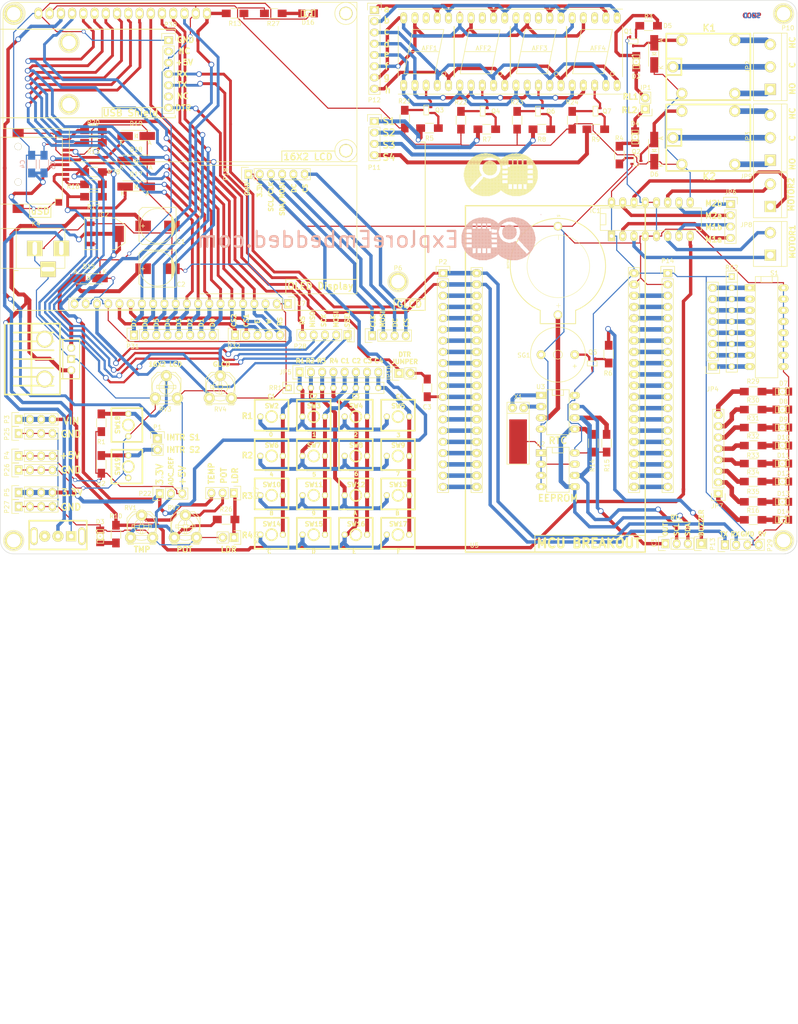
<source format=kicad_pcb>
(kicad_pcb (version 20171130) (host pcbnew "(5.1.12)-1")
  (title_block (company ExploreEmbedded.com))
  (layers (0 F.Cu signal) (31 B.Cu signal) (34 B.Paste user) (35 F.Paste user) (36 B.SilkS user) (37 F.SilkS user) (38 B.Mask user) (39 F.Mask user) (44 Edge.Cuts user))
  (net 0 "")
  (net 1 /7Segment/SG-5)
  (net 2 /7Segment/SG-4)
  (net 3 "Net-(AFF1-Pad3)")
  (net 4 /7Segment/SG-3)
  (net 5 /7Segment/DP)
  (net 6 /7Segment/SG-2)
  (net 7 /7Segment/SG-1)
  (net 8 "Net-(AFF2-Pad3)")
  (net 9 "Net-(AFF2-Pad8)")
  (net 10 "Net-(AFF3-Pad3)")
  (net 11 "Net-(AFF3-Pad8)")
  (net 12 "Net-(AFF4-Pad3)")
  (net 13 "Net-(AFF4-Pad8)")
  (net 14 9V/12V)
  (net 15 GND)
  (net 16 "Net-(C2-Pad1)")
  (net 17 "Net-(C3-Pad1)")
  (net 18 RST)
  (net 19 3.3V)
  (net 20 +5V)
  (net 21 "Net-(D2-Pad2)")
  (net 22 "Net-(D2-Pad1)")
  (net 23 "Net-(D3-Pad1)")
  (net 24 "Net-(D4-Pad2)")
  (net 25 "Net-(D4-Pad1)")
  (net 26 "Net-(D7-Pad1)")
  (net 27 "Net-(D8-Pad1)")
  (net 28 "Net-(D9-Pad1)")
  (net 29 "Net-(D10-Pad1)")
  (net 30 "Net-(D11-Pad1)")
  (net 31 "Net-(D12-Pad1)")
  (net 32 "Net-(D13-Pad1)")
  (net 33 "Net-(D14-Pad1)")
  (net 34 "Net-(D16-Pad1)")
  (net 35 /ADC/SSEL)
  (net 36 /ADC/MOSI)
  (net 37 /ADC/SCK)
  (net 38 "/Key Pad/M1a")
  (net 39 "/Key Pad/M1c")
  (net 40 "/Key Pad/M1d")
  (net 41 "/Key Pad/M1b")
  (net 42 "/Key Pad/M2b")
  (net 43 "/Key Pad/M2d")
  (net 44 "/Key Pad/M2c")
  (net 45 "/Key Pad/M2a")
  (net 46 "Net-(JP2-Pad1)")
  (net 47 "Net-(JP2-Pad2)")
  (net 48 "Net-(JP2-Pad3)")
  (net 49 "Net-(JP3-Pad1)")
  (net 50 "Net-(JP3-Pad2)")
  (net 51 "Net-(JP3-Pad3)")
  (net 52 "Net-(JP4-Pad1)")
  (net 53 "Net-(JP4-Pad2)")
  (net 54 "Net-(JP4-Pad3)")
  (net 55 "Net-(JP4-Pad4)")
  (net 56 "Net-(JP4-Pad5)")
  (net 57 "Net-(JP4-Pad6)")
  (net 58 "Net-(JP4-Pad7)")
  (net 59 "Net-(JP4-Pad8)")
  (net 60 "Net-(JP5-Pad1)")
  (net 61 "Net-(JP5-Pad2)")
  (net 62 "Net-(JP5-Pad3)")
  (net 63 "Net-(JP5-Pad4)")
  (net 64 "Net-(JP5-Pad5)")
  (net 65 "Net-(JP5-Pad6)")
  (net 66 "Net-(JP5-Pad7)")
  (net 67 "Net-(JP5-Pad8)")
  (net 68 "Net-(JP10-Pad1)")
  (net 69 "/Key Pad/OUT")
  (net 70 "/Key Pad/SCL")
  (net 71 "/Key Pad/SDA")
  (net 72 "Net-(K4-Pad1)")
  (net 73 VO)
  (net 74 RS)
  (net 75 R/W)
  (net 76 E)
  (net 77 DATA0)
  (net 78 DATA1)
  (net 79 DATA2)
  (net 80 DATA3)
  (net 81 DATA4)
  (net 82 DATA5)
  (net 83 DATA6)
  (net 84 DATA7)
  (net 85 LEDK)
  (net 86 /S1)
  (net 87 /S2)
  (net 88 RX)
  (net 89 TX)
  (net 90 "Net-(P6-Pad1)")
  (net 91 "Net-(P7-Pad1)")
  (net 92 "Net-(P8-Pad1)")
  (net 93 "Net-(P9-Pad1)")
  (net 94 "Net-(P10-Pad1)")
  (net 95 "Net-(P11-Pad1)")
  (net 96 "Net-(P11-Pad2)")
  (net 97 "Net-(P11-Pad3)")
  (net 98 "Net-(P11-Pad4)")
  (net 99 /7Segment/SG-6)
  (net 100 /7Segment/SG-7)
  (net 101 "Net-(P13-Pad1)")
  (net 102 "Net-(P14-Pad3)")
  (net 103 "Net-(P14-Pad4)")
  (net 104 "Net-(P14-Pad5)")
  (net 105 "Net-(P14-Pad6)")
  (net 106 "Net-(P14-Pad7)")
  (net 107 "Net-(P14-Pad8)")
  (net 108 "Net-(P14-Pad9)")
  (net 109 "Net-(P14-Pad10)")
  (net 110 /ADC/ADC_REF)
  (net 111 /ADC/IN2)
  (net 112 /ADC/MISO)
  (net 113 /ADC/SD_DETECT)
  (net 114 "Net-(R20-Pad1)")
  (net 115 "Net-(R28-Pad1)")
  (net 116 VO1)
  (net 117 VEE)
  (net 118 "Net-(U3-Pad1)")
  (net 119 "Net-(U3-Pad2)")
  (net 120 "Net-(U3-Pad3)")
  (net 121 CS2)
  (net 122 CS1)
  (net 123 "Net-(Q3-Pad1)")
  (net 124 "Net-(Q4-Pad1)")
  (net 125 "Net-(Q5-Pad2)")
  (net 126 "Net-(Q6-Pad1)")
  (net 127 "Net-(Q7-Pad1)")
  (net 128 "Net-(JP7-Pad1)")
  (net 129 "Net-(JP7-Pad2)")
  (net 130 "Net-(JP7-Pad3)")
  (net 131 "Net-(JP7-Pad4)")
  (net 132 "Net-(JP7-Pad5)")
  (net 133 "Net-(JP7-Pad6)")
  (net 134 "Net-(JP7-Pad7)")
  (net 135 "Net-(JP7-Pad8)")
  (net 136 "Net-(P30-Pad2)")
  (net 137 "Net-(P30-Pad6)")
  (net 138 "Net-(P2-Pad3)")
  (net 139 "Net-(P2-Pad4)")
  (net 140 "Net-(P2-Pad5)")
  (net 141 "Net-(P2-Pad6)")
  (net 142 "Net-(P2-Pad7)")
  (net 143 "Net-(P2-Pad8)")
  (net 144 "Net-(P2-Pad9)")
  (net 145 "Net-(P2-Pad10)")
  (net 146 "Net-(P2-Pad11)")
  (net 147 "Net-(P2-Pad13)")
  (net 148 "Net-(P2-Pad14)")
  (net 149 "Net-(P2-Pad15)")
  (net 150 "Net-(P2-Pad16)")
  (net 151 "Net-(P2-Pad17)")
  (net 152 "Net-(P2-Pad18)")
  (net 153 "Net-(P2-Pad19)")
  (net 154 "Net-(P2-Pad20)")
  (net 155 "Net-(P14-Pad11)")
  (net 156 "Net-(P14-Pad12)")
  (net 157 "Net-(P14-Pad13)")
  (net 158 "Net-(P14-Pad14)")
  (net 159 "Net-(P14-Pad15)")
  (net 160 "Net-(P14-Pad16)")
  (net 161 "Net-(P14-Pad17)")
  (net 162 "Net-(P14-Pad18)")
  (net 163 "Net-(P14-Pad19)")
  (net 164 "Net-(P14-Pad20)")
  (net 165 "Net-(AFF1-Pad8)")
  (net 166 /ADC/POT)
  (net 167 /ADC/TS)
  (net 168 "Net-(P15-Pad1)")
  (net 169 "Net-(P16-Pad1)")
  (net 170 "Net-(P18-Pad3)")
  (net 171 "Net-(P18-Pad4)")
  (net 172 "Net-(P18-Pad5)")
  (net 173 "Net-(P18-Pad6)")
  (net 174 "Net-(D5-Pad1)")
  (net 175 "Net-(D6-Pad1)")
  (net 176 "Net-(Q1-Pad1)")
  (net 177 "Net-(Q2-Pad1)")
  (net 178 "Net-(Q3-Pad3)")
  (net 179 "Net-(Q4-Pad3)")
  (net 180 "Net-(Q5-Pad1)")
  (net 181 "Net-(Q6-Pad3)")
  (net 182 "Net-(Q7-Pad3)")
  (module LEDs:LED-1206 (layer F.Cu) (at 185.438 51.818 270)
    (fp_text reference D4 (at -3.05 0.018) (layer F.SilkS))
    (fp_text value RL2 hide)
    (pad 2 smd rect (at 1.41986 0 90) (size 1.59766 1.80086) (layers F.Cu F.Paste F.Mask) (net 24 "Net-(D4-Pad2)"))
    (pad 1 smd rect (at -1.41986 0 90) (size 1.59766 1.80086) (layers F.Cu F.Paste F.Mask) (net 25 "Net-(D4-Pad1)"))
  )
  (module LEDs:LED-1206 (layer F.Cu) (at 185.692 34.8 90)
    (fp_text reference D2 (at -3.3 -0.018 180) (layer F.SilkS))
    (fp_text value RL1 hide)
    (pad 2 smd rect (at 1.41986 0 270) (size 1.59766 1.80086) (layers F.Cu F.Paste F.Mask) (net 21 "Net-(D2-Pad2)"))
    (pad 1 smd rect (at -1.41986 0 270) (size 1.59766 1.80086) (layers F.Cu F.Paste F.Mask) (net 22 "Net-(D2-Pad1)"))
  )
  (module LEDs:LED-1206 (layer F.Cu) (at 111.524 23.878)
    (fp_text reference D16 (at -0.018 2.03) (layer F.SilkS))
    (fp_text value LED hide)
    (pad 2 smd rect (at 1.41986 0 180) (size 1.59766 1.80086) (layers F.Cu F.Paste F.Mask) (net 15 GND))
    (pad 1 smd rect (at -1.41986 0 180) (size 1.59766 1.80086) (layers F.Cu F.Paste F.Mask) (net 34 "Net-(D16-Pad1)"))
  )
  (module LEDs:LED-1206 (layer F.Cu) (at 64.534 141.988 90)
    (fp_text reference D3 (at 3.304 -0.018 180) (layer F.SilkS))
    (fp_text value LED hide)
    (pad 2 smd rect (at 1.41986 0 270) (size 1.59766 1.80086) (layers F.Cu F.Paste F.Mask) (net 15 GND))
    (pad 1 smd rect (at -1.41986 0 270) (size 1.59766 1.80086) (layers F.Cu F.Paste F.Mask) (net 23 "Net-(D3-Pad1)"))
  )
  (module LEDs:LED-1206 (layer F.Cu) (at 218.712 138.244)
    (fp_text reference D14 (at 0.236 -1.846) (layer F.SilkS))
    (fp_text value LED hide)
    (pad 2 smd rect (at 1.41986 0 180) (size 1.59766 1.80086) (layers F.Cu F.Paste F.Mask) (net 15 GND))
    (pad 1 smd rect (at -1.41986 0 180) (size 1.59766 1.80086) (layers F.Cu F.Paste F.Mask) (net 33 "Net-(D14-Pad1)"))
  )
  (module LEDs:LED-1206 (layer F.Cu) (at 218.712 134.18)
    (fp_text reference D13 (at 0.236 -1.846) (layer F.SilkS))
    (fp_text value LED hide)
    (pad 2 smd rect (at 1.41986 0 180) (size 1.59766 1.80086) (layers F.Cu F.Paste F.Mask) (net 15 GND))
    (pad 1 smd rect (at -1.41986 0 180) (size 1.59766 1.80086) (layers F.Cu F.Paste F.Mask) (net 32 "Net-(D13-Pad1)"))
  )
  (module LEDs:LED-1206 (layer F.Cu) (at 218.712 129.608)
    (fp_text reference D12 (at 0.236 -1.846) (layer F.SilkS))
    (fp_text value LED hide)
    (pad 2 smd rect (at 1.41986 0 180) (size 1.59766 1.80086) (layers F.Cu F.Paste F.Mask) (net 15 GND))
    (pad 1 smd rect (at -1.41986 0 180) (size 1.59766 1.80086) (layers F.Cu F.Paste F.Mask) (net 31 "Net-(D12-Pad1)"))
  )
  (module LEDs:LED-1206 (layer F.Cu) (at 218.712 125.544)
    (fp_text reference D11 (at 0.236 -1.846) (layer F.SilkS))
    (fp_text value LED hide)
    (pad 2 smd rect (at 1.41986 0 180) (size 1.59766 1.80086) (layers F.Cu F.Paste F.Mask) (net 15 GND))
    (pad 1 smd rect (at -1.41986 0 180) (size 1.59766 1.80086) (layers F.Cu F.Paste F.Mask) (net 30 "Net-(D11-Pad1)"))
  )
  (module LEDs:LED-1206 (layer F.Cu) (at 218.712 121.48)
    (fp_text reference D10 (at 0.236 -1.846) (layer F.SilkS))
    (fp_text value LED hide)
    (pad 2 smd rect (at 1.41986 0 180) (size 1.59766 1.80086) (layers F.Cu F.Paste F.Mask) (net 15 GND))
    (pad 1 smd rect (at -1.41986 0 180) (size 1.59766 1.80086) (layers F.Cu F.Paste F.Mask) (net 29 "Net-(D10-Pad1)"))
  )
  (module LEDs:LED-1206 (layer F.Cu) (at 218.712 117.416)
    (fp_text reference D9 (at 0.236 -1.846) (layer F.SilkS))
    (fp_text value LED hide)
    (pad 2 smd rect (at 1.41986 0 180) (size 1.59766 1.80086) (layers F.Cu F.Paste F.Mask) (net 15 GND))
    (pad 1 smd rect (at -1.41986 0 180) (size 1.59766 1.80086) (layers F.Cu F.Paste F.Mask) (net 28 "Net-(D9-Pad1)"))
  )
  (module LEDs:LED-1206 (layer F.Cu) (at 218.712 113.352)
    (fp_text reference D8 (at 0.236 -1.846) (layer F.SilkS))
    (fp_text value LED hide)
    (pad 2 smd rect (at 1.41986 0 180) (size 1.59766 1.80086) (layers F.Cu F.Paste F.Mask) (net 15 GND))
    (pad 1 smd rect (at -1.41986 0 180) (size 1.59766 1.80086) (layers F.Cu F.Paste F.Mask) (net 27 "Net-(D8-Pad1)"))
  )
  (module LEDs:LED-1206 (layer F.Cu) (at 218.712 109.288)
    (fp_text reference D7 (at 0.236 -1.846) (layer F.SilkS))
    (fp_text value LED hide)
    (pad 2 smd rect (at 1.41986 0 180) (size 1.59766 1.80086) (layers F.Cu F.Paste F.Mask) (net 15 GND))
    (pad 1 smd rect (at -1.41986 0 180) (size 1.59766 1.80086) (layers F.Cu F.Paste F.Mask) (net 26 "Net-(D7-Pad1)"))
  )
  (module Transistors_SMD:sc70 (layer F.Cu) (at 175.734 102.952 180)
    (fp_text reference Q5 (at -0.127 2.54 180) (layer F.SilkS))
    (fp_text value BC849 hide)
    (pad 1 smd rect (at -0.6604 1.016 180) (size 0.4572 0.7112) (layers F.Cu F.Paste F.Mask) (net 180 "Net-(Q5-Pad1)"))
    (pad 2 smd rect (at 0.6604 1.016 180) (size 0.4572 0.7112) (layers F.Cu F.Paste F.Mask) (net 125 "Net-(Q5-Pad2)"))
    (pad 3 smd rect (at 0 -1.016 180) (size 0.4572 0.7112) (layers F.Cu F.Paste F.Mask) (net 20 +5V))
  )
  (module Transistors_SMD:sc70 (layer F.Cu) (at 185.734 57.202 270)
    (fp_text reference Q2 (at -2.084 0.06) (layer F.SilkS))
    (fp_text value BC849 hide)
    (pad 1 smd rect (at -0.6604 1.016 270) (size 0.4572 0.7112) (layers F.Cu F.Paste F.Mask) (net 177 "Net-(Q2-Pad1)"))
    (pad 2 smd rect (at 0.6604 1.016 270) (size 0.4572 0.7112) (layers F.Cu F.Paste F.Mask) (net 15 GND))
    (pad 3 smd rect (at 0 -1.016 270) (size 0.4572 0.7112) (layers F.Cu F.Paste F.Mask) (net 175 "Net-(D6-Pad1)"))
  )
  (module Transistors_SMD:sc70 (layer F.Cu) (at 184.984 30.202 180)
    (fp_text reference Q1 (at 1.088 2.262) (layer F.SilkS))
    (fp_text value BC849 hide)
    (pad 1 smd rect (at -0.6604 1.016 180) (size 0.4572 0.7112) (layers F.Cu F.Paste F.Mask) (net 176 "Net-(Q1-Pad1)"))
    (pad 2 smd rect (at 0.6604 1.016 180) (size 0.4572 0.7112) (layers F.Cu F.Paste F.Mask) (net 15 GND))
    (pad 3 smd rect (at 0 -1.016 180) (size 0.4572 0.7112) (layers F.Cu F.Paste F.Mask) (net 174 "Net-(D5-Pad1)"))
  )
  (module Transistors_SMD:sc70 (layer F.Cu) (at 176.484 45.952 90)
    (fp_text reference Q7 (at -0.022 2.586 180) (layer F.SilkS))
    (fp_text value BC849 hide)
    (pad 1 smd rect (at -0.6604 1.016 90) (size 0.4572 0.7112) (layers F.Cu F.Paste F.Mask) (net 127 "Net-(Q7-Pad1)"))
    (pad 2 smd rect (at 0.6604 1.016 90) (size 0.4572 0.7112) (layers F.Cu F.Paste F.Mask) (net 12 "Net-(AFF4-Pad3)"))
    (pad 3 smd rect (at 0 -1.016 90) (size 0.4572 0.7112) (layers F.Cu F.Paste F.Mask) (net 182 "Net-(Q7-Pad3)"))
  )
  (module Transistors_SMD:sc70 (layer F.Cu) (at 163.484 45.952 90)
    (fp_text reference Q6 (at -0.022 2.886 180) (layer F.SilkS))
    (fp_text value BC849 hide)
    (pad 1 smd rect (at -0.6604 1.016 90) (size 0.4572 0.7112) (layers F.Cu F.Paste F.Mask) (net 126 "Net-(Q6-Pad1)"))
    (pad 2 smd rect (at 0.6604 1.016 90) (size 0.4572 0.7112) (layers F.Cu F.Paste F.Mask) (net 10 "Net-(AFF3-Pad3)"))
    (pad 3 smd rect (at 0 -1.016 90) (size 0.4572 0.7112) (layers F.Cu F.Paste F.Mask) (net 181 "Net-(Q6-Pad3)"))
  )
  (module Transistors_SMD:sc70 (layer F.Cu) (at 150.984 45.952 90)
    (fp_text reference Q4 (at -0.022 2.94 180) (layer F.SilkS))
    (fp_text value BC849 hide)
    (pad 1 smd rect (at -0.6604 1.016 90) (size 0.4572 0.7112) (layers F.Cu F.Paste F.Mask) (net 124 "Net-(Q4-Pad1)"))
    (pad 2 smd rect (at 0.6604 1.016 90) (size 0.4572 0.7112) (layers F.Cu F.Paste F.Mask) (net 8 "Net-(AFF2-Pad3)"))
    (pad 3 smd rect (at 0 -1.016 90) (size 0.4572 0.7112) (layers F.Cu F.Paste F.Mask) (net 179 "Net-(Q4-Pad3)"))
  )
  (module Transistors_SMD:sc70 (layer F.Cu) (at 138.234 45.702 90)
    (fp_text reference Q3 (at -0.018 2.99 180) (layer F.SilkS))
    (fp_text value BC849 hide)
    (pad 1 smd rect (at -0.6604 1.016 90) (size 0.4572 0.7112) (layers F.Cu F.Paste F.Mask) (net 123 "Net-(Q3-Pad1)"))
    (pad 2 smd rect (at 0.6604 1.016 90) (size 0.4572 0.7112) (layers F.Cu F.Paste F.Mask) (net 3 "Net-(AFF1-Pad3)"))
    (pad 3 smd rect (at 0 -1.016 90) (size 0.4572 0.7112) (layers F.Cu F.Paste F.Mask) (net 178 "Net-(Q3-Pad3)"))
  )
  (module sw:SPSPT_XL (layer F.Cu) (at 54.984 141.952 180)
    (fp_text reference SW20 hide)
    (fp_text value SPST hide)
    (pad 1 thru_hole rect (at -3 0 180) (size 2.3 2.3) (drill 1.016) (layers *.Cu *.Mask F.SilkS) (net 72 "Net-(K4-Pad1)"))
    (pad 2 thru_hole circle (at 0 0 180) (size 2.5 2.5) (drill 1.016) (layers *.Cu *.Mask F.SilkS) (net 14 9V/12V))
    (pad 3 thru_hole circle (at 3 0 180) (size 2.5 2.5) (drill 1.016) (layers *.Cu *.Mask F.SilkS))
    (pad "" np_thru_hole oval (at 5.40004 0 180) (size 1.651 4) (drill oval 1.016 3) (layers *.Cu *.Mask F.SilkS))
    (pad "" np_thru_hole oval (at -5.40004 0 180) (size 1.651 4) (drill oval 1.016 3) (layers *.Cu *.Mask F.SilkS))
  )
  (module Display:WC1602A (layer F.Cu) (at 50.564 23.878)
    (fp_text reference LCD1 hide)
    (fp_text value LCD_2X16_SIL hide)
    (pad 1 thru_hole oval (at 0 0) (size 1.8 2.6) (drill 1.2) (layers *.Cu *.Mask F.SilkS) (net 15 GND))
    (pad 2 thru_hole oval (at 2.54 0) (size 1.8 2.6) (drill 1.2) (layers *.Cu *.Mask F.SilkS) (net 20 +5V))
    (pad 3 thru_hole oval (at 5.08 0) (size 1.8 2.6) (drill 1.2) (layers *.Cu *.Mask F.SilkS) (net 73 VO))
    (pad 4 thru_hole oval (at 7.62 0) (size 1.8 2.6) (drill 1.2) (layers *.Cu *.Mask F.SilkS) (net 74 RS))
    (pad 5 thru_hole oval (at 10.16 0) (size 1.8 2.6) (drill 1.2) (layers *.Cu *.Mask F.SilkS) (net 75 R/W))
    (pad 6 thru_hole oval (at 12.7 0) (size 1.8 2.6) (drill 1.2) (layers *.Cu *.Mask F.SilkS) (net 76 E))
    (pad 7 thru_hole oval (at 15.24 0) (size 1.8 2.6) (drill 1.2) (layers *.Cu *.Mask F.SilkS) (net 77 DATA0))
    (pad 8 thru_hole oval (at 17.78 0) (size 1.8 2.6) (drill 1.2) (layers *.Cu *.Mask F.SilkS) (net 78 DATA1))
    (pad 9 thru_hole oval (at 20.32 0) (size 1.8 2.6) (drill 1.2) (layers *.Cu *.Mask F.SilkS) (net 79 DATA2))
    (pad 10 thru_hole oval (at 22.86 0) (size 1.8 2.6) (drill 1.2) (layers *.Cu *.Mask F.SilkS) (net 80 DATA3))
    (pad 11 thru_hole oval (at 25.4 0) (size 1.8 2.6) (drill 1.2) (layers *.Cu *.Mask F.SilkS) (net 81 DATA4))
    (pad 12 thru_hole oval (at 27.94 0) (size 1.8 2.6) (drill 1.2) (layers *.Cu *.Mask F.SilkS) (net 82 DATA5))
    (pad 13 thru_hole oval (at 30.48 0) (size 1.8 2.6) (drill 1.2) (layers *.Cu *.Mask F.SilkS) (net 83 DATA6))
    (pad 14 thru_hole oval (at 33.02 0) (size 1.8 2.6) (drill 1.2) (layers *.Cu *.Mask F.SilkS) (net 84 DATA7))
    (pad 15 thru_hole oval (at 35.56 0) (size 1.8 2.6) (drill 1.2) (layers *.Cu *.Mask F.SilkS) (net 20 +5V))
    (pad 16 thru_hole oval (at 38.1 0) (size 1.8 2.6) (drill 1.2) (layers *.Cu *.Mask F.SilkS) (net 85 LEDK))
    (pad 0 thru_hole circle (at -5.4991 0) (size 3 3) (drill 2.5) (layers *.Cu *.Mask F.SilkS))
    (pad 0 thru_hole circle (at 69.49948 31.0007) (size 3 3) (drill 2.5) (layers *.Cu *.Mask F.SilkS))
    (pad 0 thru_hole circle (at 69.49948 0) (size 3 3) (drill 2.5) (layers *.Cu *.Mask F.SilkS))
  )
  (module sw:40pin_breakout (layer F.Cu) (at 167.404 105.412)
    (fp_text reference U5 (at -18.306 38.606) (layer F.SilkS))
    (fp_text value 40PIN_Breakout hide)
    (pad 1 thru_hole oval (at -17.78 -22.86) (size 2.2 1.8) (drill 0.85) (layers *.Cu *.Mask F.SilkS) (net 88 RX))
    (pad 2 thru_hole oval (at -17.78 -20.32) (size 2.2 1.8) (drill 0.85) (layers *.Cu *.Mask F.SilkS) (net 89 TX))
    (pad 3 thru_hole oval (at -17.78 -17.78) (size 2.2 1.8) (drill 0.85) (layers *.Cu *.Mask F.SilkS) (net 138 "Net-(P2-Pad3)"))
    (pad 4 thru_hole oval (at -17.78 -15.24) (size 2.2 1.8) (drill 0.85) (layers *.Cu *.Mask F.SilkS) (net 139 "Net-(P2-Pad4)"))
    (pad 5 thru_hole oval (at -17.78 -12.7) (size 2.2 1.8) (drill 0.85) (layers *.Cu *.Mask F.SilkS) (net 140 "Net-(P2-Pad5)"))
    (pad 6 thru_hole oval (at -17.78 -10.16) (size 2.2 1.8) (drill 0.85) (layers *.Cu *.Mask F.SilkS) (net 141 "Net-(P2-Pad6)"))
    (pad 7 thru_hole oval (at -17.78 -7.62) (size 2.2 1.8) (drill 0.85) (layers *.Cu *.Mask F.SilkS) (net 142 "Net-(P2-Pad7)"))
    (pad 8 thru_hole oval (at -17.78 -5.08) (size 2.2 1.8) (drill 0.85) (layers *.Cu *.Mask F.SilkS) (net 143 "Net-(P2-Pad8)"))
    (pad 9 thru_hole oval (at -17.78 -2.54) (size 2.2 1.8) (drill 0.85) (layers *.Cu *.Mask F.SilkS) (net 144 "Net-(P2-Pad9)"))
    (pad 10 thru_hole oval (at -17.78 0) (size 2.2 1.8) (drill 0.85) (layers *.Cu *.Mask F.SilkS) (net 145 "Net-(P2-Pad10)"))
    (pad 11 thru_hole oval (at -17.78 2.54) (size 2.2 1.8) (drill 0.85) (layers *.Cu *.Mask F.SilkS) (net 146 "Net-(P2-Pad11)"))
    (pad 12 thru_hole oval (at -17.78 5.08) (size 2.2 1.8) (drill 0.85) (layers *.Cu *.Mask F.SilkS) (net 18 RST))
    (pad 13 thru_hole oval (at -17.78 7.62) (size 2.2 1.8) (drill 0.85) (layers *.Cu *.Mask F.SilkS) (net 147 "Net-(P2-Pad13)"))
    (pad 14 thru_hole oval (at -17.78 10.16) (size 2.2 1.8) (drill 0.85) (layers *.Cu *.Mask F.SilkS) (net 148 "Net-(P2-Pad14)"))
    (pad 15 thru_hole oval (at -17.78 12.7) (size 2.2 1.8) (drill 0.85) (layers *.Cu *.Mask F.SilkS) (net 149 "Net-(P2-Pad15)"))
    (pad 16 thru_hole oval (at -17.78 15.24) (size 2.2 1.8) (drill 0.85) (layers *.Cu *.Mask F.SilkS) (net 150 "Net-(P2-Pad16)"))
    (pad 17 thru_hole oval (at -17.78 17.78) (size 2.2 1.8) (drill 0.85) (layers *.Cu *.Mask F.SilkS) (net 151 "Net-(P2-Pad17)"))
    (pad 18 thru_hole oval (at -17.78 20.32) (size 2.2 1.8) (drill 0.85) (layers *.Cu *.Mask F.SilkS) (net 152 "Net-(P2-Pad18)"))
    (pad 19 thru_hole oval (at -17.78 22.86) (size 2.2 1.8) (drill 0.85) (layers *.Cu *.Mask F.SilkS) (net 153 "Net-(P2-Pad19)"))
    (pad 20 thru_hole oval (at -17.78 25.4) (size 2.2 1.8) (drill 0.85) (layers *.Cu *.Mask F.SilkS) (net 154 "Net-(P2-Pad20)"))
    (pad 21 thru_hole oval (at 17.78 25.4) (size 2.2 1.8) (drill 0.85) (layers *.Cu *.Mask F.SilkS) (net 164 "Net-(P14-Pad20)"))
    (pad 22 thru_hole oval (at 17.78 22.86) (size 2.2 1.8) (drill 0.85) (layers *.Cu *.Mask F.SilkS) (net 163 "Net-(P14-Pad19)"))
    (pad 23 thru_hole oval (at 17.78 20.32) (size 2.2 1.8) (drill 0.85) (layers *.Cu *.Mask F.SilkS) (net 162 "Net-(P14-Pad18)"))
    (pad 24 thru_hole oval (at 17.78 17.78) (size 2.2 1.8) (drill 0.85) (layers *.Cu *.Mask F.SilkS) (net 161 "Net-(P14-Pad17)"))
    (pad 25 thru_hole oval (at 17.78 15.24) (size 2.2 1.8) (drill 0.85) (layers *.Cu *.Mask F.SilkS) (net 160 "Net-(P14-Pad16)"))
    (pad 26 thru_hole oval (at 17.78 12.7) (size 2.2 1.8) (drill 0.85) (layers *.Cu *.Mask F.SilkS) (net 159 "Net-(P14-Pad15)"))
    (pad 27 thru_hole oval (at 17.78 10.16) (size 2.2 1.8) (drill 0.85) (layers *.Cu *.Mask F.SilkS) (net 158 "Net-(P14-Pad14)"))
    (pad 28 thru_hole oval (at 17.78 7.62) (size 2.2 1.8) (drill 0.85) (layers *.Cu *.Mask F.SilkS) (net 157 "Net-(P14-Pad13)"))
    (pad 29 thru_hole oval (at 17.78 5.08) (size 2.2 1.8) (drill 0.85) (layers *.Cu *.Mask F.SilkS) (net 156 "Net-(P14-Pad12)"))
    (pad 30 thru_hole oval (at 17.78 2.54) (size 2.2 1.8) (drill 0.85) (layers *.Cu *.Mask F.SilkS) (net 155 "Net-(P14-Pad11)"))
    (pad 31 thru_hole oval (at 17.78 0) (size 2.2 1.8) (drill 0.85) (layers *.Cu *.Mask F.SilkS) (net 109 "Net-(P14-Pad10)"))
    (pad 32 thru_hole oval (at 17.78 -2.54) (size 2.2 1.8) (drill 0.85) (layers *.Cu *.Mask F.SilkS) (net 108 "Net-(P14-Pad9)"))
    (pad 33 thru_hole oval (at 17.78 -5.08) (size 2.2 1.8) (drill 0.85) (layers *.Cu *.Mask F.SilkS) (net 107 "Net-(P14-Pad8)"))
    (pad 34 thru_hole oval (at 17.78 -7.62) (size 2.2 1.8) (drill 0.85) (layers *.Cu *.Mask F.SilkS) (net 106 "Net-(P14-Pad7)"))
    (pad 35 thru_hole oval (at 17.78 -10.16) (size 2.2 1.8) (drill 0.85) (layers *.Cu *.Mask F.SilkS) (net 105 "Net-(P14-Pad6)"))
    (pad 36 thru_hole oval (at 17.78 -12.7) (size 2.2 1.8) (drill 0.85) (layers *.Cu *.Mask F.SilkS) (net 104 "Net-(P14-Pad5)"))
    (pad 37 thru_hole oval (at 17.78 -15.24) (size 2.2 1.8) (drill 0.85) (layers *.Cu *.Mask F.SilkS) (net 103 "Net-(P14-Pad4)"))
    (pad 38 thru_hole oval (at 17.78 -17.78) (size 2.2 1.8) (drill 0.85) (layers *.Cu *.Mask F.SilkS) (net 102 "Net-(P14-Pad3)"))
    (pad 39 thru_hole oval (at 17.78 -20.32) (size 2.2 1.8) (drill 0.85) (layers *.Cu *.Mask F.SilkS) (net 15 GND))
    (pad 40 thru_hole oval (at 17.78 -22.86) (size 2.2 1.8) (drill 0.85) (layers *.Cu *.Mask F.SilkS) (net 20 +5V))
  )
  (module Diodes_SMD:Diode-SMA_Handsoldering (layer F.Cu) (at 61.984 83.702 180)
    (fp_text reference D15 (at 0.008 2.676 180) (layer F.SilkS))
    (fp_text value DIODE hide)
    (fp_text user K (at -3.556 1.524 180) (layer F.SilkS))
    (fp_text user A (at 3.048 1.524 180) (layer F.SilkS))
    (pad 2 smd rect (at -2.49936 0 180) (size 3.50012 1.80086) (layers F.Cu F.Paste F.Mask) (net 20 +5V))
    (pad 1 smd rect (at 2.49936 0 180) (size 3.50012 1.80086) (layers F.Cu F.Paste F.Mask) (net 16 "Net-(C2-Pad1)"))
  )
  (module Diodes_SMD:Diode-SMA_Handsoldering (layer F.Cu) (at 189.756 54.866 90)
    (fp_text reference D6 (at -5.336 0.018 180) (layer F.SilkS))
    (fp_text value 1N40XX hide)
    (fp_text user K (at -3.302 1.524 90) (layer F.SilkS))
    (fp_text user A (at 2.794 1.524 90) (layer F.SilkS))
    (pad 2 smd rect (at -2.49936 0 90) (size 3.50012 1.80086) (layers F.Cu F.Paste F.Mask) (net 20 +5V))
    (pad 1 smd rect (at 2.49936 0 90) (size 3.50012 1.80086) (layers F.Cu F.Paste F.Mask) (net 175 "Net-(D6-Pad1)"))
  )
  (module Diodes_SMD:Diode-SMA_Handsoldering (layer F.Cu) (at 189.756 33.022 90)
    (fp_text reference D5 (at 6.352 3.03 180) (layer F.SilkS))
    (fp_text value 1N40XX hide)
    (fp_text user K (at -3.048 1.524 90) (layer F.SilkS))
    (fp_text user A (at 3.048 1.524 90) (layer F.SilkS))
    (pad 2 smd rect (at -2.49936 0 90) (size 3.50012 1.80086) (layers F.Cu F.Paste F.Mask) (net 20 +5V))
    (pad 1 smd rect (at 2.49936 0 90) (size 3.50012 1.80086) (layers F.Cu F.Paste F.Mask) (net 174 "Net-(D5-Pad1)"))
  )
  (module Diodes_SMD:Diode-SMA_Handsoldering (layer F.Cu) (at 72.662 62.994)
    (fp_text reference D17 (at -0.018 -2.796) (layer F.SilkS))
    (fp_text value ZENER hide)
    (fp_text user K (at -3.048 1.524) (layer F.SilkS))
    (fp_text user A (at 2.54 1.524) (layer F.SilkS))
    (pad 2 smd rect (at -2.49936 0) (size 3.50012 1.80086) (layers F.Cu F.Paste F.Mask) (net 35 /ADC/SSEL))
    (pad 1 smd rect (at 2.49936 0) (size 3.50012 1.80086) (layers F.Cu F.Paste F.Mask) (net 15 GND))
  )
  (module Diodes_SMD:Diode-SMA_Handsoldering (layer F.Cu) (at 72.662 57.152)
    (fp_text reference D18 (at -0.018 -2.542) (layer F.SilkS))
    (fp_text value ZENER hide)
    (fp_text user K (at -3.302 1.524) (layer F.SilkS))
    (fp_text user A (at 3.302 1.524) (layer F.SilkS))
    (pad 2 smd rect (at -2.49936 0) (size 3.50012 1.80086) (layers F.Cu F.Paste F.Mask) (net 36 /ADC/MOSI))
    (pad 1 smd rect (at 2.49936 0) (size 3.50012 1.80086) (layers F.Cu F.Paste F.Mask) (net 15 GND))
  )
  (module Diodes_SMD:Diode-SMA_Handsoldering (layer F.Cu) (at 72.662 51.564)
    (fp_text reference D19 (at -0.018 -2.796) (layer F.SilkS))
    (fp_text value ZENER hide)
    (fp_text user K (at -3.302 1.524) (layer F.SilkS))
    (fp_text user A (at 3.048 1.524) (layer F.SilkS))
    (pad 2 smd rect (at -2.49936 0) (size 3.50012 1.80086) (layers F.Cu F.Paste F.Mask) (net 37 /ADC/SCK))
    (pad 1 smd rect (at 2.49936 0) (size 3.50012 1.80086) (layers F.Cu F.Paste F.Mask) (net 15 GND))
  )
  (module Pin_Headers:Pin_Header_Straight_1x20 (layer F.Cu) (at 106.984 89.452 270)
    (fp_text reference U7 (at -0.044 -2.998) (layer F.SilkS))
    (fp_text value LCD-jhd12864e-xl hide)
    (pad 1 thru_hole rect (at 0 0 270) (size 2.032 1.7272) (drill 1.016) (layers *.Cu *.Mask F.SilkS) (net 15 GND))
    (pad 2 thru_hole oval (at 0 2.54 270) (size 2.032 1.7272) (drill 1.016) (layers *.Cu *.Mask F.SilkS) (net 20 +5V))
    (pad 3 thru_hole oval (at 0 5.08 270) (size 2.032 1.7272) (drill 1.016) (layers *.Cu *.Mask F.SilkS) (net 116 VO1))
    (pad 4 thru_hole oval (at 0 7.62 270) (size 2.032 1.7272) (drill 1.016) (layers *.Cu *.Mask F.SilkS) (net 74 RS))
    (pad 5 thru_hole oval (at 0 10.16 270) (size 2.032 1.7272) (drill 1.016) (layers *.Cu *.Mask F.SilkS) (net 75 R/W))
    (pad 6 thru_hole oval (at 0 12.7 270) (size 2.032 1.7272) (drill 1.016) (layers *.Cu *.Mask F.SilkS) (net 76 E))
    (pad 7 thru_hole oval (at 0 15.24 270) (size 2.032 1.7272) (drill 1.016) (layers *.Cu *.Mask F.SilkS) (net 77 DATA0))
    (pad 8 thru_hole oval (at 0 17.78 270) (size 2.032 1.7272) (drill 1.016) (layers *.Cu *.Mask F.SilkS) (net 78 DATA1))
    (pad 9 thru_hole oval (at 0 20.32 270) (size 2.032 1.7272) (drill 1.016) (layers *.Cu *.Mask F.SilkS) (net 79 DATA2))
    (pad 10 thru_hole oval (at 0 22.86 270) (size 2.032 1.7272) (drill 1.016) (layers *.Cu *.Mask F.SilkS) (net 80 DATA3))
    (pad 11 thru_hole oval (at 0 25.4 270) (size 2.032 1.7272) (drill 1.016) (layers *.Cu *.Mask F.SilkS) (net 81 DATA4))
    (pad 12 thru_hole oval (at 0 27.94 270) (size 2.032 1.7272) (drill 1.016) (layers *.Cu *.Mask F.SilkS) (net 82 DATA5))
    (pad 13 thru_hole oval (at 0 30.48 270) (size 2.032 1.7272) (drill 1.016) (layers *.Cu *.Mask F.SilkS) (net 83 DATA6))
    (pad 14 thru_hole oval (at 0 33.02 270) (size 2.032 1.7272) (drill 1.016) (layers *.Cu *.Mask F.SilkS) (net 84 DATA7))
    (pad 15 thru_hole oval (at 0 35.56 270) (size 2.032 1.7272) (drill 1.016) (layers *.Cu *.Mask F.SilkS) (net 122 CS1))
    (pad 16 thru_hole oval (at 0 38.1 270) (size 2.032 1.7272) (drill 1.016) (layers *.Cu *.Mask F.SilkS) (net 121 CS2))
    (pad 17 thru_hole oval (at 0 40.64 270) (size 2.032 1.7272) (drill 1.016) (layers *.Cu *.Mask F.SilkS) (net 20 +5V))
    (pad 18 thru_hole oval (at 0 43.18 270) (size 2.032 1.7272) (drill 1.016) (layers *.Cu *.Mask F.SilkS) (net 117 VEE))
    (pad 19 thru_hole oval (at 0 45.72 270) (size 2.032 1.7272) (drill 1.016) (layers *.Cu *.Mask F.SilkS) (net 20 +5V))
    (pad 20 thru_hole oval (at 0 48.26 270) (size 2.032 1.7272) (drill 1.016) (layers *.Cu *.Mask F.SilkS) (net 85 LEDK))
  )
  (module Pin_Headers:Pin_Header_Straight_1x06 (layer F.Cu) (at 98.044 60.198 90)
    (fp_text reference P18 (at 0 -5.1 90) (layer F.SilkS))
    (fp_text value CONN_01X06 hide)
    (pad 1 thru_hole rect (at 0 0 90) (size 2.032 1.7272) (drill 1.016) (layers *.Cu *.Mask F.SilkS) (net 15 GND))
    (pad 2 thru_hole oval (at 0 2.54 90) (size 2.032 1.7272) (drill 1.016) (layers *.Cu *.Mask F.SilkS) (net 19 3.3V))
    (pad 3 thru_hole oval (at 0 5.08 90) (size 2.032 1.7272) (drill 1.016) (layers *.Cu *.Mask F.SilkS) (net 170 "Net-(P18-Pad3)"))
    (pad 4 thru_hole oval (at 0 7.62 90) (size 2.032 1.7272) (drill 1.016) (layers *.Cu *.Mask F.SilkS) (net 171 "Net-(P18-Pad4)"))
    (pad 5 thru_hole oval (at 0 10.16 90) (size 2.032 1.7272) (drill 1.016) (layers *.Cu *.Mask F.SilkS) (net 172 "Net-(P18-Pad5)"))
    (pad 6 thru_hole oval (at 0 12.7 90) (size 2.032 1.7272) (drill 1.016) (layers *.Cu *.Mask F.SilkS) (net 173 "Net-(P18-Pad6)"))
  )
  (module Capacitors_SMD:c_elec_8x10.5 (layer F.Cu) (at 77.488 71.884 180)
    (fp_text reference C1 (at -5.316 -3.554 180) (layer F.SilkS))
    (fp_text value "100uF, 25V" hide)
    (pad 1 smd rect (at 3.2512 0 180) (size 3.50012 2.4003) (layers F.Cu F.Paste F.Mask) (net 14 9V/12V))
    (pad 2 smd rect (at -3.2512 0 180) (size 3.50012 2.4003) (layers F.Cu F.Paste F.Mask) (net 15 GND))
  )
  (module Capacitors_SMD:c_elec_8x10.5 (layer F.Cu) (at 77.488 81.536 180)
    (fp_text reference C2 (at -5.316 -3.554 180) (layer F.SilkS))
    (fp_text value 100uF,25V hide)
    (pad 1 smd rect (at 3.2512 0 180) (size 3.50012 2.4003) (layers F.Cu F.Paste F.Mask) (net 16 "Net-(C2-Pad1)"))
    (pad 2 smd rect (at -3.2512 0 180) (size 3.50012 2.4003) (layers F.Cu F.Paste F.Mask) (net 15 GND))
  )
  (module Capacitors_SMD:C_1206_HandSoldering (layer F.Cu) (at 138.448 108.46 270)
    (fp_text reference C3 (at 4.316 0.018) (layer F.SilkS))
    (fp_text value 0.1uf hide)
    (pad 1 smd rect (at -2 0 270) (size 2 1.6) (layers F.Cu F.Paste F.Mask) (net 17 "Net-(C3-Pad1)"))
    (pad 2 smd rect (at 2 0 270) (size 2 1.6) (layers F.Cu F.Paste F.Mask) (net 18 RST))
  )
  (module Capacitors_SMD:C_1206_HandSoldering (layer B.Cu) (at 49.04 57.914 90)
    (fp_text reference C4 (at 0.002 -2.05 90) (layer B.SilkS) (effects (justify mirror)))
    (fp_text value 100nF hide)
    (pad 1 smd rect (at -2 0 90) (size 2 1.6) (layers B.Cu B.Paste B.Mask) (net 19 3.3V))
    (pad 2 smd rect (at 2 0 90) (size 2 1.6) (layers B.Cu B.Paste B.Mask) (net 15 GND))
  )
  (module Capacitors_SMD:C_1206_HandSoldering (layer B.Cu) (at 51.834 57.914 90)
    (fp_text reference C5 (at -0.252 2.014 90) (layer B.SilkS) (effects (justify mirror)))
    (fp_text value 10uF hide)
    (pad 1 smd rect (at -2 0 90) (size 2 1.6) (layers B.Cu B.Paste B.Mask) (net 19 3.3V))
    (pad 2 smd rect (at 2 0 90) (size 2 1.6) (layers B.Cu B.Paste B.Mask) (net 15 GND))
  )
  (module Sockets_DIP:DIP-16__300_ELL (layer F.Cu) (at 188.994 70.36)
    (fp_text reference IC1 (at -12.591 -1.907) (layer F.SilkS))
    (fp_text value L293D hide)
    (pad 1 thru_hole rect (at -8.89 3.81) (size 1.5748 2.286) (drill 0.8128) (layers *.Cu *.Mask F.SilkS) (net 20 +5V))
    (pad 2 thru_hole oval (at -6.35 3.81) (size 1.5748 2.286) (drill 0.8128) (layers *.Cu *.Mask F.SilkS) (net 38 "/Key Pad/M1a"))
    (pad 3 thru_hole oval (at -3.81 3.81) (size 1.5748 2.286) (drill 0.8128) (layers *.Cu *.Mask F.SilkS) (net 39 "/Key Pad/M1c"))
    (pad 4 thru_hole oval (at -1.27 3.81) (size 1.5748 2.286) (drill 0.8128) (layers *.Cu *.Mask F.SilkS) (net 15 GND))
    (pad 5 thru_hole oval (at 1.27 3.81) (size 1.5748 2.286) (drill 0.8128) (layers *.Cu *.Mask F.SilkS) (net 15 GND))
    (pad 6 thru_hole oval (at 3.81 3.81) (size 1.5748 2.286) (drill 0.8128) (layers *.Cu *.Mask F.SilkS) (net 40 "/Key Pad/M1d"))
    (pad 7 thru_hole oval (at 6.35 3.81) (size 1.5748 2.286) (drill 0.8128) (layers *.Cu *.Mask F.SilkS) (net 41 "/Key Pad/M1b"))
    (pad 8 thru_hole oval (at 8.89 3.81) (size 1.5748 2.286) (drill 0.8128) (layers *.Cu *.Mask F.SilkS) (net 14 9V/12V))
    (pad 9 thru_hole oval (at 8.89 -3.81) (size 1.5748 2.286) (drill 0.8128) (layers *.Cu *.Mask F.SilkS) (net 20 +5V))
    (pad 10 thru_hole oval (at 6.35 -3.81) (size 1.5748 2.286) (drill 0.8128) (layers *.Cu *.Mask F.SilkS) (net 42 "/Key Pad/M2b"))
    (pad 11 thru_hole oval (at 3.81 -3.81) (size 1.5748 2.286) (drill 0.8128) (layers *.Cu *.Mask F.SilkS) (net 43 "/Key Pad/M2d"))
    (pad 12 thru_hole oval (at 1.27 -3.81) (size 1.5748 2.286) (drill 0.8128) (layers *.Cu *.Mask F.SilkS) (net 15 GND))
    (pad 13 thru_hole oval (at -1.27 -3.81) (size 1.5748 2.286) (drill 0.8128) (layers *.Cu *.Mask F.SilkS) (net 15 GND))
    (pad 14 thru_hole oval (at -3.81 -3.81) (size 1.5748 2.286) (drill 0.8128) (layers *.Cu *.Mask F.SilkS) (net 44 "/Key Pad/M2c"))
    (pad 15 thru_hole oval (at -6.35 -3.81) (size 1.5748 2.286) (drill 0.8128) (layers *.Cu *.Mask F.SilkS) (net 45 "/Key Pad/M2a"))
    (pad 16 thru_hole oval (at -8.89 -3.81) (size 1.5748 2.286) (drill 0.8128) (layers *.Cu *.Mask F.SilkS) (net 20 +5V))
  )
  (module SMD_Packages:SOT-223 (layer F.Cu) (at 65.55 73.662 270)
    (fp_text reference IC2 (at -4.32 0.272) (layer F.SilkS))
    (fp_text value LM1117 hide)
    (pad 4 smd rect (at 0 -3.302 270) (size 3.6576 2.032) (layers F.Cu F.Paste F.Mask) (net 19 3.3V))
    (pad 2 smd rect (at 0 3.302 270) (size 1.016 2.032) (layers F.Cu F.Paste F.Mask) (net 19 3.3V))
    (pad 3 smd rect (at 2.286 3.302 270) (size 1.016 2.032) (layers F.Cu F.Paste F.Mask) (net 20 +5V))
    (pad 1 smd rect (at -2.286 3.302 270) (size 1.016 2.032) (layers F.Cu F.Paste F.Mask) (net 15 GND))
  )
  (module Connect:bornier3 (layer F.Cu) (at 215.984 35.952 90)
    (fp_text reference JP2 (at 0 -5.08 90) (layer F.SilkS))
    (fp_text value M03-SCREW-5MM hide)
    (pad 1 thru_hole rect (at -5.08 0 90) (size 2.54 2.54) (drill 1.524) (layers *.Cu *.Mask F.SilkS) (net 46 "Net-(JP2-Pad1)"))
    (pad 2 thru_hole circle (at 0 0 90) (size 2.54 2.54) (drill 1.524) (layers *.Cu *.Mask F.SilkS) (net 47 "Net-(JP2-Pad2)"))
    (pad 3 thru_hole circle (at 5.08 0 90) (size 2.54 2.54) (drill 1.524) (layers *.Cu *.Mask F.SilkS) (net 48 "Net-(JP2-Pad3)"))
  )
  (module Connect:bornier3 (layer F.Cu) (at 215.984 51.952 90)
    (fp_text reference JP3 (at 0 -5.08 90) (layer F.SilkS))
    (fp_text value M03-SCREW-5MM hide)
    (pad 1 thru_hole rect (at -5.08 0 90) (size 2.54 2.54) (drill 1.524) (layers *.Cu *.Mask F.SilkS) (net 49 "Net-(JP3-Pad1)"))
    (pad 2 thru_hole circle (at 0 0 90) (size 2.54 2.54) (drill 1.524) (layers *.Cu *.Mask F.SilkS) (net 50 "Net-(JP3-Pad2)"))
    (pad 3 thru_hole circle (at 5.08 0 90) (size 2.54 2.54) (drill 1.524) (layers *.Cu *.Mask F.SilkS) (net 51 "Net-(JP3-Pad3)"))
  )
  (module Pin_Headers:Pin_Header_Straight_1x08 (layer F.Cu) (at 202.964 103.634 180)
    (fp_text reference JP4 (at 0 -5.1 180) (layer F.SilkS))
    (fp_text value SWITCH_ARRAY hide)
    (pad 1 thru_hole rect (at 0 0 180) (size 2.032 1.7272) (drill 1.016) (layers *.Cu *.Mask F.SilkS) (net 52 "Net-(JP4-Pad1)"))
    (pad 2 thru_hole oval (at 0 2.54 180) (size 2.032 1.7272) (drill 1.016) (layers *.Cu *.Mask F.SilkS) (net 53 "Net-(JP4-Pad2)"))
    (pad 3 thru_hole oval (at 0 5.08 180) (size 2.032 1.7272) (drill 1.016) (layers *.Cu *.Mask F.SilkS) (net 54 "Net-(JP4-Pad3)"))
    (pad 4 thru_hole oval (at 0 7.62 180) (size 2.032 1.7272) (drill 1.016) (layers *.Cu *.Mask F.SilkS) (net 55 "Net-(JP4-Pad4)"))
    (pad 5 thru_hole oval (at 0 10.16 180) (size 2.032 1.7272) (drill 1.016) (layers *.Cu *.Mask F.SilkS) (net 56 "Net-(JP4-Pad5)"))
    (pad 6 thru_hole oval (at 0 12.7 180) (size 2.032 1.7272) (drill 1.016) (layers *.Cu *.Mask F.SilkS) (net 57 "Net-(JP4-Pad6)"))
    (pad 7 thru_hole oval (at 0 15.24 180) (size 2.032 1.7272) (drill 1.016) (layers *.Cu *.Mask F.SilkS) (net 58 "Net-(JP4-Pad7)"))
    (pad 8 thru_hole oval (at 0 17.78 180) (size 2.032 1.7272) (drill 1.016) (layers *.Cu *.Mask F.SilkS) (net 59 "Net-(JP4-Pad8)"))
  )
  (module Pin_Headers:Pin_Header_Straight_1x08 (layer F.Cu) (at 109.619 104.904 90)
    (fp_text reference JP5 (at 0.002 -3.193 180) (layer F.SilkS))
    (fp_text value "MATRIX 4X4" hide)
    (pad 1 thru_hole rect (at 0 0 90) (size 2.032 1.7272) (drill 1.016) (layers *.Cu *.Mask F.SilkS) (net 60 "Net-(JP5-Pad1)"))
    (pad 2 thru_hole oval (at 0 2.54 90) (size 2.032 1.7272) (drill 1.016) (layers *.Cu *.Mask F.SilkS) (net 61 "Net-(JP5-Pad2)"))
    (pad 3 thru_hole oval (at 0 5.08 90) (size 2.032 1.7272) (drill 1.016) (layers *.Cu *.Mask F.SilkS) (net 62 "Net-(JP5-Pad3)"))
    (pad 4 thru_hole oval (at 0 7.62 90) (size 2.032 1.7272) (drill 1.016) (layers *.Cu *.Mask F.SilkS) (net 63 "Net-(JP5-Pad4)"))
    (pad 5 thru_hole oval (at 0 10.16 90) (size 2.032 1.7272) (drill 1.016) (layers *.Cu *.Mask F.SilkS) (net 64 "Net-(JP5-Pad5)"))
    (pad 6 thru_hole oval (at 0 12.7 90) (size 2.032 1.7272) (drill 1.016) (layers *.Cu *.Mask F.SilkS) (net 65 "Net-(JP5-Pad6)"))
    (pad 7 thru_hole oval (at 0 15.24 90) (size 2.032 1.7272) (drill 1.016) (layers *.Cu *.Mask F.SilkS) (net 66 "Net-(JP5-Pad7)"))
    (pad 8 thru_hole oval (at 0 17.78 90) (size 2.032 1.7272) (drill 1.016) (layers *.Cu *.Mask F.SilkS) (net 67 "Net-(JP5-Pad8)"))
  )
  (module Pin_Headers:Pin_Header_Straight_1x04 (layer F.Cu) (at 206.984 66.952)
    (fp_text reference JP6 (at 0.026 -2.69) (layer F.SilkS))
    (fp_text value "MOTAR CNTRL" hide)
    (pad 1 thru_hole rect (at 0 0) (size 2.032 1.7272) (drill 1.016) (layers *.Cu *.Mask F.SilkS) (net 42 "/Key Pad/M2b"))
    (pad 2 thru_hole oval (at 0 2.54) (size 2.032 1.7272) (drill 1.016) (layers *.Cu *.Mask F.SilkS) (net 45 "/Key Pad/M2a"))
    (pad 3 thru_hole oval (at 0 5.08) (size 2.032 1.7272) (drill 1.016) (layers *.Cu *.Mask F.SilkS) (net 41 "/Key Pad/M1b"))
    (pad 4 thru_hole oval (at 0 7.62) (size 2.032 1.7272) (drill 1.016) (layers *.Cu *.Mask F.SilkS) (net 38 "/Key Pad/M1a"))
  )
  (module Pin_Headers:Pin_Header_Straight_1x08 (layer F.Cu) (at 204.234 132.336 180)
    (fp_text reference JP7 (at 0.272 -2.792 180) (layer F.SilkS))
    (fp_text value "led array" hide)
    (pad 1 thru_hole rect (at 0 0 180) (size 2.032 1.7272) (drill 1.016) (layers *.Cu *.Mask F.SilkS) (net 128 "Net-(JP7-Pad1)"))
    (pad 2 thru_hole oval (at 0 2.54 180) (size 2.032 1.7272) (drill 1.016) (layers *.Cu *.Mask F.SilkS) (net 129 "Net-(JP7-Pad2)"))
    (pad 3 thru_hole oval (at 0 5.08 180) (size 2.032 1.7272) (drill 1.016) (layers *.Cu *.Mask F.SilkS) (net 130 "Net-(JP7-Pad3)"))
    (pad 4 thru_hole oval (at 0 7.62 180) (size 2.032 1.7272) (drill 1.016) (layers *.Cu *.Mask F.SilkS) (net 131 "Net-(JP7-Pad4)"))
    (pad 5 thru_hole oval (at 0 10.16 180) (size 2.032 1.7272) (drill 1.016) (layers *.Cu *.Mask F.SilkS) (net 132 "Net-(JP7-Pad5)"))
    (pad 6 thru_hole oval (at 0 12.7 180) (size 2.032 1.7272) (drill 1.016) (layers *.Cu *.Mask F.SilkS) (net 133 "Net-(JP7-Pad6)"))
    (pad 7 thru_hole oval (at 0 15.24 180) (size 2.032 1.7272) (drill 1.016) (layers *.Cu *.Mask F.SilkS) (net 134 "Net-(JP7-Pad7)"))
    (pad 8 thru_hole oval (at 0 17.78 180) (size 2.032 1.7272) (drill 1.016) (layers *.Cu *.Mask F.SilkS) (net 135 "Net-(JP7-Pad8)"))
  )
  (module Connect:bornier2 (layer F.Cu) (at 215.984 75.952 90)
    (fp_text reference JP8 (at 4.324 -5.418 180) (layer F.SilkS))
    (fp_text value m1 hide)
    (pad 1 thru_hole rect (at -2.54 0 90) (size 2.54 2.54) (drill 1.524) (layers *.Cu *.Mask F.SilkS) (net 39 "/Key Pad/M1c"))
    (pad 2 thru_hole circle (at 2.54 0 90) (size 2.54 2.54) (drill 1.524) (layers *.Cu *.Mask F.SilkS) (net 40 "/Key Pad/M1d"))
  )
  (module Connect:bornier2 (layer F.Cu) (at 215.984 64.952 90)
    (fp_text reference JP9 (at 4.246 -5.418 180) (layer F.SilkS))
    (fp_text value m1 hide)
    (pad 1 thru_hole rect (at -2.54 0 90) (size 2.54 2.54) (drill 1.524) (layers *.Cu *.Mask F.SilkS) (net 44 "/Key Pad/M2c"))
    (pad 2 thru_hole circle (at 2.54 0 90) (size 2.54 2.54) (drill 1.524) (layers *.Cu *.Mask F.SilkS) (net 43 "/Key Pad/M2d"))
  )
  (module Pin_Headers:Pin_Header_Straight_1x03 (layer F.Cu) (at 192.278 143.637 90)
    (fp_text reference K3 (at 0.127 -2.54 90) (layer F.SilkS))
    (fp_text value I2C hide)
    (pad 1 thru_hole rect (at 0 0 90) (size 2.032 1.7272) (drill 1.016) (layers *.Cu *.Mask F.SilkS) (net 69 "/Key Pad/OUT"))
    (pad 2 thru_hole oval (at 0 2.54 90) (size 2.032 1.7272) (drill 1.016) (layers *.Cu *.Mask F.SilkS) (net 70 "/Key Pad/SCL"))
    (pad 3 thru_hole oval (at 0 5.08 90) (size 2.032 1.7272) (drill 1.016) (layers *.Cu *.Mask F.SilkS) (net 71 "/Key Pad/SDA"))
  )
  (module Connect:BARREL_JACK (layer F.Cu) (at 49.548 76.964)
    (fp_text reference K4 (at 0.49 -5.59 180) (layer F.SilkS))
    (fp_text value CONN_3 hide)
    (pad 1 thru_hole rect (at 6.20014 0) (size 3.50012 3.50012) (drill oval 1.00076 2.99974) (layers *.Cu *.Mask F.SilkS) (net 72 "Net-(K4-Pad1)"))
    (pad 2 thru_hole rect (at 0.20066 0) (size 3.50012 3.50012) (drill oval 1.00076 2.99974) (layers *.Cu *.Mask F.SilkS) (net 15 GND))
    (pad 3 thru_hole rect (at 3.2004 4.699) (size 3.50012 3.50012) (drill oval 2.99974 1.00076) (layers *.Cu *.Mask F.SilkS) (net 15 GND))
  )
  (module Pin_Headers:Pin_Header_Straight_1x04 (layer F.Cu) (at 46.119 115.572 90)
    (fp_text reference P3 (at 0.002 -2.685 90) (layer F.SilkS))
    (fp_text value CONN_01X04 hide)
    (pad 1 thru_hole rect (at 0 0 90) (size 2.032 1.7272) (drill 1.016) (layers *.Cu *.Mask F.SilkS) (net 14 9V/12V))
    (pad 2 thru_hole oval (at 0 2.54 90) (size 2.032 1.7272) (drill 1.016) (layers *.Cu *.Mask F.SilkS) (net 14 9V/12V))
    (pad 3 thru_hole oval (at 0 5.08 90) (size 2.032 1.7272) (drill 1.016) (layers *.Cu *.Mask F.SilkS) (net 14 9V/12V))
    (pad 4 thru_hole oval (at 0 7.62 90) (size 2.032 1.7272) (drill 1.016) (layers *.Cu *.Mask F.SilkS) (net 14 9V/12V))
  )
  (module Pin_Headers:Pin_Header_Straight_1x04 (layer F.Cu) (at 46.119 123.827 90)
    (fp_text reference P4 (at 0.129 -2.685 90) (layer F.SilkS))
    (fp_text value CONN_01X04 hide)
    (pad 1 thru_hole rect (at 0 0 90) (size 2.032 1.7272) (drill 1.016) (layers *.Cu *.Mask F.SilkS) (net 20 +5V))
    (pad 2 thru_hole oval (at 0 2.54 90) (size 2.032 1.7272) (drill 1.016) (layers *.Cu *.Mask F.SilkS) (net 20 +5V))
    (pad 3 thru_hole oval (at 0 5.08 90) (size 2.032 1.7272) (drill 1.016) (layers *.Cu *.Mask F.SilkS) (net 20 +5V))
    (pad 4 thru_hole oval (at 0 7.62 90) (size 2.032 1.7272) (drill 1.016) (layers *.Cu *.Mask F.SilkS) (net 20 +5V))
  )
  (module Pin_Headers:Pin_Header_Straight_1x04 (layer F.Cu) (at 46.119 132.082 90)
    (fp_text reference P5 (at 0.002 -2.685 90) (layer F.SilkS))
    (fp_text value CONN_01X04 hide)
    (pad 1 thru_hole rect (at 0 0 90) (size 2.032 1.7272) (drill 1.016) (layers *.Cu *.Mask F.SilkS) (net 19 3.3V))
    (pad 2 thru_hole oval (at 0 2.54 90) (size 2.032 1.7272) (drill 1.016) (layers *.Cu *.Mask F.SilkS) (net 19 3.3V))
    (pad 3 thru_hole oval (at 0 5.08 90) (size 2.032 1.7272) (drill 1.016) (layers *.Cu *.Mask F.SilkS) (net 19 3.3V))
    (pad 4 thru_hole oval (at 0 7.62 90) (size 2.032 1.7272) (drill 1.016) (layers *.Cu *.Mask F.SilkS) (net 19 3.3V))
  )
  (module Connect:1pin (layer F.Cu) (at 131.844 84.457)
    (fp_text reference P6 (at 0 -3.048) (layer F.SilkS))
    (fp_text value CONN_1 hide)
    (pad 1 thru_hole circle (at 0 0) (size 4.064 4.064) (drill 3.048) (layers *.Cu *.Mask F.SilkS) (net 90 "Net-(P6-Pad1)"))
  )
  (module Connect:1pin (layer F.Cu) (at 44.984 23.952)
    (fp_text reference P7 hide)
    (fp_text value CONN_1 hide)
    (pad 1 thru_hole circle (at 0 0) (size 4.064 4.064) (drill 3.048) (layers *.Cu *.Mask F.SilkS) (net 91 "Net-(P7-Pad1)"))
  )
  (module Connect:1pin (layer F.Cu) (at 218.984 142.952)
    (fp_text reference P8 hide)
    (fp_text value CONN_1 hide)
    (pad 1 thru_hole circle (at 0 0) (size 4.064 4.064) (drill 3.048) (layers *.Cu *.Mask F.SilkS) (net 92 "Net-(P8-Pad1)"))
  )
  (module Connect:1pin (layer F.Cu) (at 44.984 142.952)
    (fp_text reference P9 hide)
    (fp_text value CONN_1 hide)
    (pad 1 thru_hole circle (at 0 0) (size 4.064 4.064) (drill 3.048) (layers *.Cu *.Mask F.SilkS) (net 93 "Net-(P9-Pad1)"))
  )
  (module Connect:1pin (layer F.Cu) (at 218.984 23.952)
    (fp_text reference P10 (at 0.98 3.226) (layer F.SilkS))
    (fp_text value CONN_1 hide)
    (pad 1 thru_hole circle (at 0 0) (size 4.064 4.064) (drill 3.048) (layers *.Cu *.Mask F.SilkS) (net 94 "Net-(P10-Pad1)"))
  )
  (module Pin_Headers:Pin_Header_Straight_1x04 (layer F.Cu) (at 126.51 48.262)
    (fp_text reference P11 (at -0.018 10.412) (layer F.SilkS))
    (fp_text value CONN_4 hide)
    (pad 1 thru_hole rect (at 0 0) (size 2.032 1.7272) (drill 1.016) (layers *.Cu *.Mask F.SilkS) (net 95 "Net-(P11-Pad1)"))
    (pad 2 thru_hole oval (at 0 2.54) (size 2.032 1.7272) (drill 1.016) (layers *.Cu *.Mask F.SilkS) (net 96 "Net-(P11-Pad2)"))
    (pad 3 thru_hole oval (at 0 5.08) (size 2.032 1.7272) (drill 1.016) (layers *.Cu *.Mask F.SilkS) (net 97 "Net-(P11-Pad3)"))
    (pad 4 thru_hole oval (at 0 7.62) (size 2.032 1.7272) (drill 1.016) (layers *.Cu *.Mask F.SilkS) (net 98 "Net-(P11-Pad4)"))
  )
  (module Pin_Headers:Pin_Header_Straight_1x08 (layer F.Cu) (at 126.51 23.116)
    (fp_text reference P12 (at -0.018 20.318) (layer F.SilkS))
    (fp_text value CONN_8 hide)
    (pad 1 thru_hole rect (at 0 0) (size 2.032 1.7272) (drill 1.016) (layers *.Cu *.Mask F.SilkS) (net 7 /7Segment/SG-1))
    (pad 2 thru_hole oval (at 0 2.54) (size 2.032 1.7272) (drill 1.016) (layers *.Cu *.Mask F.SilkS) (net 6 /7Segment/SG-2))
    (pad 3 thru_hole oval (at 0 5.08) (size 2.032 1.7272) (drill 1.016) (layers *.Cu *.Mask F.SilkS) (net 4 /7Segment/SG-3))
    (pad 4 thru_hole oval (at 0 7.62) (size 2.032 1.7272) (drill 1.016) (layers *.Cu *.Mask F.SilkS) (net 2 /7Segment/SG-4))
    (pad 5 thru_hole oval (at 0 10.16) (size 2.032 1.7272) (drill 1.016) (layers *.Cu *.Mask F.SilkS) (net 1 /7Segment/SG-5))
    (pad 6 thru_hole oval (at 0 12.7) (size 2.032 1.7272) (drill 1.016) (layers *.Cu *.Mask F.SilkS) (net 99 /7Segment/SG-6))
    (pad 7 thru_hole oval (at 0 15.24) (size 2.032 1.7272) (drill 1.016) (layers *.Cu *.Mask F.SilkS) (net 100 /7Segment/SG-7))
    (pad 8 thru_hole oval (at 0 17.78) (size 2.032 1.7272) (drill 1.016) (layers *.Cu *.Mask F.SilkS) (net 5 /7Segment/DP))
  )
  (module Pin_Headers:Pin_Header_Straight_1x01 (layer F.Cu) (at 200.406 143.637 90)
    (fp_text reference P13 (at -0.127 2.54 90) (layer F.SilkS))
    (fp_text value CONN_1 hide)
    (pad 1 thru_hole rect (at 0 0 90) (size 2.2352 2.2352) (drill 1.016) (layers *.Cu *.Mask F.SilkS) (net 101 "Net-(P13-Pad1)"))
  )
  (module Pin_Headers:Pin_Header_Straight_1x03 (layer F.Cu) (at 77.996 132.336 90)
    (fp_text reference P22 (at 0.002 -3.32 180) (layer F.SilkS))
    (fp_text value CONN_01X03 hide)
    (pad 1 thru_hole rect (at 0 0 90) (size 2.032 1.7272) (drill 1.016) (layers *.Cu *.Mask F.SilkS) (net 19 3.3V))
    (pad 2 thru_hole oval (at 0 2.54 90) (size 2.032 1.7272) (drill 1.016) (layers *.Cu *.Mask F.SilkS) (net 110 /ADC/ADC_REF))
    (pad 3 thru_hole oval (at 0 5.08 90) (size 2.032 1.7272) (drill 1.016) (layers *.Cu *.Mask F.SilkS) (net 20 +5V))
  )
  (module Pin_Headers:Pin_Header_Straight_1x04 (layer F.Cu) (at 46.119 118.747 90)
    (fp_text reference P25 (at -0.125 -2.685 90) (layer F.SilkS))
    (fp_text value CONN_01X04 hide)
    (pad 1 thru_hole rect (at 0 0 90) (size 2.032 1.7272) (drill 1.016) (layers *.Cu *.Mask F.SilkS) (net 15 GND))
    (pad 2 thru_hole oval (at 0 2.54 90) (size 2.032 1.7272) (drill 1.016) (layers *.Cu *.Mask F.SilkS) (net 15 GND))
    (pad 3 thru_hole oval (at 0 5.08 90) (size 2.032 1.7272) (drill 1.016) (layers *.Cu *.Mask F.SilkS) (net 15 GND))
    (pad 4 thru_hole oval (at 0 7.62 90) (size 2.032 1.7272) (drill 1.016) (layers *.Cu *.Mask F.SilkS) (net 15 GND))
  )
  (module Pin_Headers:Pin_Header_Straight_1x04 (layer F.Cu) (at 46.119 127.002 90)
    (fp_text reference P26 (at 0.002 -2.685 90) (layer F.SilkS))
    (fp_text value CONN_01X04 hide)
    (pad 1 thru_hole rect (at 0 0 90) (size 2.032 1.7272) (drill 1.016) (layers *.Cu *.Mask F.SilkS) (net 15 GND))
    (pad 2 thru_hole oval (at 0 2.54 90) (size 2.032 1.7272) (drill 1.016) (layers *.Cu *.Mask F.SilkS) (net 15 GND))
    (pad 3 thru_hole oval (at 0 5.08 90) (size 2.032 1.7272) (drill 1.016) (layers *.Cu *.Mask F.SilkS) (net 15 GND))
    (pad 4 thru_hole oval (at 0 7.62 90) (size 2.032 1.7272) (drill 1.016) (layers *.Cu *.Mask F.SilkS) (net 15 GND))
  )
  (module Pin_Headers:Pin_Header_Straight_1x04 (layer F.Cu) (at 46.119 135.257 90)
    (fp_text reference P27 (at -0.125 -2.685 90) (layer F.SilkS))
    (fp_text value CONN_01X04 hide)
    (pad 1 thru_hole rect (at 0 0 90) (size 2.032 1.7272) (drill 1.016) (layers *.Cu *.Mask F.SilkS) (net 15 GND))
    (pad 2 thru_hole oval (at 0 2.54 90) (size 2.032 1.7272) (drill 1.016) (layers *.Cu *.Mask F.SilkS) (net 15 GND))
    (pad 3 thru_hole oval (at 0 5.08 90) (size 2.032 1.7272) (drill 1.016) (layers *.Cu *.Mask F.SilkS) (net 15 GND))
    (pad 4 thru_hole oval (at 0 7.62 90) (size 2.032 1.7272) (drill 1.016) (layers *.Cu *.Mask F.SilkS) (net 15 GND))
  )
  (module Pin_Headers:Pin_Header_Straight_1x05 (layer F.Cu) (at 120.414 96.522 270)
    (fp_text reference P28 (at 2.538 10.686) (layer F.SilkS))
    (fp_text value CONN_01X05 hide)
    (pad 1 thru_hole rect (at 0 0 270) (size 2.032 1.7272) (drill 1.016) (layers *.Cu *.Mask F.SilkS) (net 35 /ADC/SSEL))
    (pad 2 thru_hole oval (at 0 2.54 270) (size 2.032 1.7272) (drill 1.016) (layers *.Cu *.Mask F.SilkS) (net 36 /ADC/MOSI))
    (pad 3 thru_hole oval (at 0 5.08 270) (size 2.032 1.7272) (drill 1.016) (layers *.Cu *.Mask F.SilkS) (net 37 /ADC/SCK))
    (pad 4 thru_hole oval (at 0 7.62 270) (size 2.032 1.7272) (drill 1.016) (layers *.Cu *.Mask F.SilkS) (net 112 /ADC/MISO))
    (pad 5 thru_hole oval (at 0 10.16 270) (size 2.032 1.7272) (drill 1.016) (layers *.Cu *.Mask F.SilkS) (net 113 /ADC/SD_DETECT))
  )
  (module Pin_Headers:Pin_Header_Straight_1x04 (layer F.Cu) (at 205.74 143.891 90)
    (fp_text reference P29 (at -0.127 10.16 90) (layer F.SilkS))
    (fp_text value CONN_01X04 hide)
    (pad 1 thru_hole rect (at 0 0 90) (size 2.032 1.7272) (drill 1.016) (layers *.Cu *.Mask F.SilkS) (net 89 TX))
    (pad 2 thru_hole oval (at 0 2.54 90) (size 2.032 1.7272) (drill 1.016) (layers *.Cu *.Mask F.SilkS) (net 88 RX))
    (pad 3 thru_hole oval (at 0 5.08 90) (size 2.032 1.7272) (drill 1.016) (layers *.Cu *.Mask F.SilkS) (net 15 GND))
    (pad 4 thru_hole oval (at 0 7.62 90) (size 2.032 1.7272) (drill 1.016) (layers *.Cu *.Mask F.SilkS) (net 20 +5V))
  )
  (module Resistors_SMD:R_1206_HandSoldering (layer F.Cu) (at 64.788 116.334 90)
    (fp_text reference R1 (at -4.316 -0.018) (layer F.SilkS))
    (fp_text value 10k hide)
    (pad 1 smd rect (at -2 0 90) (size 2 1.7) (layers F.Cu F.Paste F.Mask) (net 20 +5V))
    (pad 2 smd rect (at 2 0 90) (size 2 1.7) (layers F.Cu F.Paste F.Mask) (net 86 /S1))
  )
  (module Resistors_SMD:R_1206_HandSoldering (layer F.Cu) (at 64.788 125.732 90)
    (fp_text reference R2 (at -4.316 -0.018 180) (layer F.SilkS))
    (fp_text value 10k hide)
    (pad 1 smd rect (at -2 0 90) (size 2 1.7) (layers F.Cu F.Paste F.Mask) (net 20 +5V))
    (pad 2 smd rect (at 2 0 90) (size 2 1.7) (layers F.Cu F.Paste F.Mask) (net 87 /S2))
  )
  (module Resistors_SMD:R_1206_HandSoldering (layer F.Cu) (at 188.486 26.672 180)
    (fp_text reference R3 (at 0.018 2.034 180) (layer F.SilkS))
    (fp_text value 1K hide)
    (pad 1 smd rect (at -2 0 180) (size 2 1.7) (layers F.Cu F.Paste F.Mask) (net 21 "Net-(D2-Pad2)"))
    (pad 2 smd rect (at 2 0 180) (size 2 1.7) (layers F.Cu F.Paste F.Mask) (net 176 "Net-(Q1-Pad1)"))
  )
  (module Resistors_SMD:R_1206_HandSoldering (layer F.Cu) (at 181.882 55.882 270)
    (fp_text reference R4 (at -3.812 0.018) (layer F.SilkS))
    (fp_text value 1K hide)
    (pad 1 smd rect (at -2 0 270) (size 2 1.7) (layers F.Cu F.Paste F.Mask) (net 24 "Net-(D4-Pad2)"))
    (pad 2 smd rect (at 2 0 270) (size 2 1.7) (layers F.Cu F.Paste F.Mask) (net 177 "Net-(Q2-Pad1)"))
  )
  (module Resistors_SMD:R_1206_HandSoldering (layer F.Cu) (at 138.956 49.786 180)
    (fp_text reference R5 (at 0 -2.3 180) (layer F.SilkS))
    (fp_text value 1K hide)
    (pad 1 smd rect (at -2 0 180) (size 2 1.7) (layers F.Cu F.Paste F.Mask) (net 123 "Net-(Q3-Pad1)"))
    (pad 2 smd rect (at 2 0 180) (size 2 1.7) (layers F.Cu F.Paste F.Mask) (net 95 "Net-(P11-Pad1)"))
  )
  (module Resistors_SMD:R_1206_HandSoldering (layer F.Cu) (at 179.451 100.838 270)
    (fp_text reference R6 (at 4.318 0.127) (layer F.SilkS))
    (fp_text value 1K hide)
    (pad 1 smd rect (at -2 0 270) (size 2 1.7) (layers F.Cu F.Paste F.Mask) (net 101 "Net-(P13-Pad1)"))
    (pad 2 smd rect (at 2 0 270) (size 2 1.7) (layers F.Cu F.Paste F.Mask) (net 180 "Net-(Q5-Pad1)"))
  )
  (module Resistors_SMD:R_1206_HandSoldering (layer F.Cu) (at 151.91 50.04 180)
    (fp_text reference R7 (at 0 -2.3 180) (layer F.SilkS))
    (fp_text value 1K hide)
    (pad 1 smd rect (at -2 0 180) (size 2 1.7) (layers F.Cu F.Paste F.Mask) (net 124 "Net-(Q4-Pad1)"))
    (pad 2 smd rect (at 2 0 180) (size 2 1.7) (layers F.Cu F.Paste F.Mask) (net 96 "Net-(P11-Pad2)"))
  )
  (module Resistors_SMD:R_1206_HandSoldering (layer F.Cu) (at 164.356 50.04 180)
    (fp_text reference R8 (at 0 -2.3 180) (layer F.SilkS))
    (fp_text value 1K hide)
    (pad 1 smd rect (at -2 0 180) (size 2 1.7) (layers F.Cu F.Paste F.Mask) (net 126 "Net-(Q6-Pad1)"))
    (pad 2 smd rect (at 2 0 180) (size 2 1.7) (layers F.Cu F.Paste F.Mask) (net 97 "Net-(P11-Pad3)"))
  )
  (module Resistors_SMD:R_1206_HandSoldering (layer F.Cu) (at 176.548 50.04 180)
    (fp_text reference R9 (at 0 -2.3 180) (layer F.SilkS))
    (fp_text value 1K hide)
    (pad 1 smd rect (at -2 0 180) (size 2 1.7) (layers F.Cu F.Paste F.Mask) (net 127 "Net-(Q7-Pad1)"))
    (pad 2 smd rect (at 2 0 180) (size 2 1.7) (layers F.Cu F.Paste F.Mask) (net 98 "Net-(P11-Pad4)"))
  )
  (module Resistors_SMD:R_1206_HandSoldering (layer F.Cu) (at 68.09 141.48 90)
    (fp_text reference R10 (at 4.066 -0.018 180) (layer F.SilkS))
    (fp_text value 10K hide)
    (pad 1 smd rect (at -2 0 90) (size 2 1.7) (layers F.Cu F.Paste F.Mask) (net 23 "Net-(D3-Pad1)"))
    (pad 2 smd rect (at 2 0 90) (size 2 1.7) (layers F.Cu F.Paste F.Mask) (net 14 9V/12V))
  )
  (module Resistors_SMD:R_1206_HandSoldering (layer F.Cu) (at 95.014 23.878)
    (fp_text reference R13 (at -0.018 2.284) (layer F.SilkS))
    (fp_text value 2.2k hide)
    (pad 1 smd rect (at -2 0) (size 2 1.7) (layers F.Cu F.Paste F.Mask) (net 85 LEDK))
    (pad 2 smd rect (at 2 0) (size 2 1.7) (layers F.Cu F.Paste F.Mask) (net 15 GND))
  )
  (module Resistors_SMD:R_1206_HandSoldering (layer F.Cu) (at 175.984 120.952 90)
    (fp_text reference R14 (at -5.032 -0.216 90) (layer F.SilkS))
    (fp_text value 3.3k hide)
    (pad 1 smd rect (at -2 0 90) (size 2 1.7) (layers F.Cu F.Paste F.Mask) (net 20 +5V))
    (pad 2 smd rect (at 2 0 90) (size 2 1.7) (layers F.Cu F.Paste F.Mask) (net 71 "/Key Pad/SDA"))
  )
  (module Resistors_SMD:R_1206_HandSoldering (layer F.Cu) (at 178.984 120.952 90)
    (fp_text reference R15 (at -5.032 0.086 90) (layer F.SilkS))
    (fp_text value 3.3K hide)
    (pad 1 smd rect (at -2 0 90) (size 2 1.7) (layers F.Cu F.Paste F.Mask) (net 20 +5V))
    (pad 2 smd rect (at 2 0 90) (size 2 1.7) (layers F.Cu F.Paste F.Mask) (net 70 "/Key Pad/SCL"))
  )
  (module Resistors_SMD:R_1206_HandSoldering (layer F.Cu) (at 212.108 138.244)
    (fp_text reference R16 (at -0.018 -2.1) (layer F.SilkS))
    (fp_text value 470 hide)
    (pad 1 smd rect (at -2 0) (size 2 1.7) (layers F.Cu F.Paste F.Mask) (net 128 "Net-(JP7-Pad1)"))
    (pad 2 smd rect (at 2 0) (size 2 1.7) (layers F.Cu F.Paste F.Mask) (net 33 "Net-(D14-Pad1)"))
  )
  (module Resistors_SMD:R_1206_HandSoldering (layer F.Cu) (at 63.01 65.28 180)
    (fp_text reference R17 (at 0 -2.3 180) (layer F.SilkS))
    (fp_text value 10k hide)
    (pad 1 smd rect (at -2 0 180) (size 2 1.7) (layers F.Cu F.Paste F.Mask) (net 19 3.3V))
    (pad 2 smd rect (at 2 0 180) (size 2 1.7) (layers F.Cu F.Paste F.Mask) (net 35 /ADC/SSEL))
  )
  (module Resistors_SMD:R_1206_HandSoldering (layer F.Cu) (at 63.01 59.692 180)
    (fp_text reference R18 (at 4.59 -3.3 180) (layer F.SilkS))
    (fp_text value 10k hide)
    (pad 1 smd rect (at -2 0 180) (size 2 1.7) (layers F.Cu F.Paste F.Mask) (net 19 3.3V))
    (pad 2 smd rect (at 2 0 180) (size 2 1.7) (layers F.Cu F.Paste F.Mask) (net 36 /ADC/MOSI))
  )
  (module Resistors_SMD:R_1206_HandSoldering (layer F.Cu) (at 63.01 50.294 180)
    (fp_text reference R19 (at 0.018 -4.824 180) (layer F.SilkS))
    (fp_text value 1K hide)
    (pad 1 smd rect (at -2 0 180) (size 2 1.7) (layers F.Cu F.Paste F.Mask) (net 19 3.3V))
    (pad 2 smd rect (at 2 0 180) (size 2 1.7) (layers F.Cu F.Paste F.Mask) (net 113 /ADC/SD_DETECT))
  )
  (module Resistors_SMD:R_1206_HandSoldering (layer F.Cu) (at 63.01 53.088)
    (fp_text reference R20 (at -0.018 -4.574) (layer F.SilkS))
    (fp_text value 33K hide)
    (pad 1 smd rect (at -2 0) (size 2 1.7) (layers F.Cu F.Paste F.Mask) (net 114 "Net-(R20-Pad1)"))
    (pad 2 smd rect (at 2 0) (size 2 1.7) (layers F.Cu F.Paste F.Mask) (net 19 3.3V))
  )
  (module Resistors_SMD:R_1206_HandSoldering (layer F.Cu) (at 133.368 47.754 270)
    (fp_text reference R21 (at -4.066 0.018) (layer F.SilkS))
    (fp_text value 68 hide)
    (pad 1 smd rect (at -2 0 270) (size 2 1.7) (layers F.Cu F.Paste F.Mask) (net 178 "Net-(Q3-Pad3)"))
    (pad 2 smd rect (at 2 0 270) (size 2 1.7) (layers F.Cu F.Paste F.Mask) (net 20 +5V))
  )
  (module Resistors_SMD:R_1206_HandSoldering (layer F.Cu) (at 146.068 48.008 270)
    (fp_text reference R22 (at -4.066 0.018) (layer F.SilkS))
    (fp_text value 68 hide)
    (pad 1 smd rect (at -2 0 270) (size 2 1.7) (layers F.Cu F.Paste F.Mask) (net 179 "Net-(Q4-Pad3)"))
    (pad 2 smd rect (at 2 0 270) (size 2 1.7) (layers F.Cu F.Paste F.Mask) (net 20 +5V))
  )
  (module Resistors_SMD:R_1206_HandSoldering (layer F.Cu) (at 158.768 48.008 270)
    (fp_text reference R23 (at -4.066 0.018) (layer F.SilkS))
    (fp_text value 68 hide)
    (pad 1 smd rect (at -2 0 270) (size 2 1.7) (layers F.Cu F.Paste F.Mask) (net 181 "Net-(Q6-Pad3)"))
    (pad 2 smd rect (at 2 0 270) (size 2 1.7) (layers F.Cu F.Paste F.Mask) (net 20 +5V))
  )
  (module Resistors_SMD:R_1206_HandSoldering (layer F.Cu) (at 171.214 48.008 270)
    (fp_text reference R24 (at -4.066 0.018) (layer F.SilkS))
    (fp_text value 68 hide)
    (pad 1 smd rect (at -2 0 270) (size 2 1.7) (layers F.Cu F.Paste F.Mask) (net 182 "Net-(Q7-Pad3)"))
    (pad 2 smd rect (at 2 0 270) (size 2 1.7) (layers F.Cu F.Paste F.Mask) (net 20 +5V))
  )
  (module Resistors_SMD:R_1206_HandSoldering (layer F.Cu) (at 92.982 138.178)
    (fp_text reference R26 (at 0 -2.3) (layer F.SilkS))
    (fp_text value 10k hide)
    (pad 1 smd rect (at -2 0) (size 2 1.7) (layers F.Cu F.Paste F.Mask) (net 110 /ADC/ADC_REF))
    (pad 2 smd rect (at 2 0) (size 2 1.7) (layers F.Cu F.Paste F.Mask) (net 111 /ADC/IN2))
  )
  (module Resistors_SMD:R_1206_HandSoldering (layer F.Cu) (at 103.65 23.878 180)
    (fp_text reference R27 (at 0 -2.3 180) (layer F.SilkS))
    (fp_text value 470 hide)
    (pad 1 smd rect (at -2 0 180) (size 2 1.7) (layers F.Cu F.Paste F.Mask) (net 34 "Net-(D16-Pad1)"))
    (pad 2 smd rect (at 2 0 180) (size 2 1.7) (layers F.Cu F.Paste F.Mask) (net 20 +5V))
  )
  (module Resistors_SMD:R_1206_HandSoldering (layer F.Cu) (at 63.01 62.486)
    (fp_text reference R28 (at 4.554 -2.796) (layer F.SilkS))
    (fp_text value 33K hide)
    (pad 1 smd rect (at -2 0) (size 2 1.7) (layers F.Cu F.Paste F.Mask) (net 115 "Net-(R28-Pad1)"))
    (pad 2 smd rect (at 2 0) (size 2 1.7) (layers F.Cu F.Paste F.Mask) (net 19 3.3V))
  )
  (module Resistors_SMD:R_1206_HandSoldering (layer F.Cu) (at 212.108 109.288)
    (fp_text reference R29 (at 0 -2.3) (layer F.SilkS))
    (fp_text value 470 hide)
    (pad 1 smd rect (at -2 0) (size 2 1.7) (layers F.Cu F.Paste F.Mask) (net 135 "Net-(JP7-Pad8)"))
    (pad 2 smd rect (at 2 0) (size 2 1.7) (layers F.Cu F.Paste F.Mask) (net 26 "Net-(D7-Pad1)"))
  )
  (module Resistors_SMD:R_1206_HandSoldering (layer F.Cu) (at 212.108 113.352)
    (fp_text reference R30 (at -0.018 -2.1) (layer F.SilkS))
    (fp_text value 470 hide)
    (pad 1 smd rect (at -2 0) (size 2 1.7) (layers F.Cu F.Paste F.Mask) (net 134 "Net-(JP7-Pad7)"))
    (pad 2 smd rect (at 2 0) (size 2 1.7) (layers F.Cu F.Paste F.Mask) (net 27 "Net-(D8-Pad1)"))
  )
  (module Resistors_SMD:R_1206_HandSoldering (layer F.Cu) (at 212.108 117.416)
    (fp_text reference R31 (at -0.018 -2.1) (layer F.SilkS))
    (fp_text value 470 hide)
    (pad 1 smd rect (at -2 0) (size 2 1.7) (layers F.Cu F.Paste F.Mask) (net 133 "Net-(JP7-Pad6)"))
    (pad 2 smd rect (at 2 0) (size 2 1.7) (layers F.Cu F.Paste F.Mask) (net 28 "Net-(D9-Pad1)"))
  )
  (module Resistors_SMD:R_1206_HandSoldering (layer F.Cu) (at 212.108 121.48)
    (fp_text reference R32 (at -0.018 -2.1) (layer F.SilkS))
    (fp_text value 470 hide)
    (pad 1 smd rect (at -2 0) (size 2 1.7) (layers F.Cu F.Paste F.Mask) (net 132 "Net-(JP7-Pad5)"))
    (pad 2 smd rect (at 2 0) (size 2 1.7) (layers F.Cu F.Paste F.Mask) (net 29 "Net-(D10-Pad1)"))
  )
  (module Resistors_SMD:R_1206_HandSoldering (layer F.Cu) (at 212.108 125.544)
    (fp_text reference R33 (at -0.018 -1.846) (layer F.SilkS))
    (fp_text value 470 hide)
    (pad 1 smd rect (at -2 0) (size 2 1.7) (layers F.Cu F.Paste F.Mask) (net 131 "Net-(JP7-Pad4)"))
    (pad 2 smd rect (at 2 0) (size 2 1.7) (layers F.Cu F.Paste F.Mask) (net 30 "Net-(D11-Pad1)"))
  )
  (module Resistors_SMD:R_1206_HandSoldering (layer F.Cu) (at 212.108 129.608)
    (fp_text reference R34 (at -0.018 -2.1) (layer F.SilkS))
    (fp_text value 470 hide)
    (pad 1 smd rect (at -2 0) (size 2 1.7) (layers F.Cu F.Paste F.Mask) (net 130 "Net-(JP7-Pad3)"))
    (pad 2 smd rect (at 2 0) (size 2 1.7) (layers F.Cu F.Paste F.Mask) (net 31 "Net-(D12-Pad1)"))
  )
  (module Resistors_SMD:R_1206_HandSoldering (layer F.Cu) (at 212.108 134.18)
    (fp_text reference R35 (at 0 -2.3) (layer F.SilkS))
    (fp_text value 470 hide)
    (pad 1 smd rect (at -2 0) (size 2 1.7) (layers F.Cu F.Paste F.Mask) (net 129 "Net-(JP7-Pad2)"))
    (pad 2 smd rect (at 2 0) (size 2 1.7) (layers F.Cu F.Paste F.Mask) (net 32 "Net-(D13-Pad1)"))
  )
  (module Discret:r_pack8 (layer F.Cu) (at 117.239 108.46)
    (fp_text reference RR1 (at -13.099 -0.002) (layer F.SilkS))
    (fp_text value RR8 hide)
    (pad 1 thru_hole rect (at -10.16 0) (size 1.397 1.397) (drill 0.8128) (layers *.Cu *.Mask F.SilkS) (net 20 +5V))
    (pad 2 thru_hole circle (at -7.62 0) (size 1.397 1.397) (drill 0.8128) (layers *.Cu *.Mask F.SilkS) (net 60 "Net-(JP5-Pad1)"))
    (pad 3 thru_hole circle (at -5.08 0) (size 1.397 1.397) (drill 0.8128) (layers *.Cu *.Mask F.SilkS) (net 61 "Net-(JP5-Pad2)"))
    (pad 4 thru_hole circle (at -2.54 0) (size 1.397 1.397) (drill 0.8128) (layers *.Cu *.Mask F.SilkS) (net 62 "Net-(JP5-Pad3)"))
    (pad 5 thru_hole circle (at 0 0) (size 1.397 1.397) (drill 0.8128) (layers *.Cu *.Mask F.SilkS) (net 63 "Net-(JP5-Pad4)"))
    (pad 6 thru_hole circle (at 2.54 0) (size 1.397 1.397) (drill 0.8128) (layers *.Cu *.Mask F.SilkS) (net 64 "Net-(JP5-Pad5)"))
    (pad 7 thru_hole circle (at 5.08 0) (size 1.397 1.397) (drill 0.8128) (layers *.Cu *.Mask F.SilkS) (net 65 "Net-(JP5-Pad6)"))
    (pad 8 thru_hole circle (at 7.62 0) (size 1.397 1.397) (drill 0.8128) (layers *.Cu *.Mask F.SilkS) (net 66 "Net-(JP5-Pad7)"))
    (pad 9 thru_hole circle (at 10.16 0) (size 1.397 1.397) (drill 0.8128) (layers *.Cu *.Mask F.SilkS) (net 67 "Net-(JP5-Pad8)"))
  )
  (module Discret:r_pack8 (layer F.Cu) (at 207.282 93.474 270)
    (fp_text reference RR2 (at -12.194 0.018) (layer F.SilkS))
    (fp_text value RR8 hide)
    (pad 1 thru_hole rect (at -10.16 0 270) (size 1.397 1.397) (drill 0.8128) (layers *.Cu *.Mask F.SilkS) (net 20 +5V))
    (pad 2 thru_hole circle (at -7.62 0 270) (size 1.397 1.397) (drill 0.8128) (layers *.Cu *.Mask F.SilkS) (net 59 "Net-(JP4-Pad8)"))
    (pad 3 thru_hole circle (at -5.08 0 270) (size 1.397 1.397) (drill 0.8128) (layers *.Cu *.Mask F.SilkS) (net 58 "Net-(JP4-Pad7)"))
    (pad 4 thru_hole circle (at -2.54 0 270) (size 1.397 1.397) (drill 0.8128) (layers *.Cu *.Mask F.SilkS) (net 57 "Net-(JP4-Pad6)"))
    (pad 5 thru_hole circle (at 0 0 270) (size 1.397 1.397) (drill 0.8128) (layers *.Cu *.Mask F.SilkS) (net 56 "Net-(JP4-Pad5)"))
    (pad 6 thru_hole circle (at 2.54 0 270) (size 1.397 1.397) (drill 0.8128) (layers *.Cu *.Mask F.SilkS) (net 55 "Net-(JP4-Pad4)"))
    (pad 7 thru_hole circle (at 5.08 0 270) (size 1.397 1.397) (drill 0.8128) (layers *.Cu *.Mask F.SilkS) (net 54 "Net-(JP4-Pad3)"))
    (pad 8 thru_hole circle (at 7.62 0 270) (size 1.397 1.397) (drill 0.8128) (layers *.Cu *.Mask F.SilkS) (net 53 "Net-(JP4-Pad2)"))
    (pad 9 thru_hole circle (at 10.16 0 270) (size 1.397 1.397) (drill 0.8128) (layers *.Cu *.Mask F.SilkS) (net 52 "Net-(JP4-Pad1)"))
  )
  (module Potentiometers:Potentiometer_Triwood_RM-065 (layer F.Cu) (at 71.392 142.242)
    (fp_text reference RV1 (at -0.008 -6.69) (layer F.SilkS))
    (fp_text value TS hide)
    (pad 2 thru_hole circle (at 2.49936 -5.03936) (size 2.49936 2.49936) (drill 1.19888) (layers *.Cu *.Mask F.SilkS) (net 167 /ADC/TS))
    (pad 3 thru_hole circle (at 4.99872 0) (size 2.49936 2.49936) (drill 1.19888) (layers *.Cu *.Mask F.SilkS) (net 15 GND))
    (pad 1 thru_hole circle (at 0 0) (size 2.49936 2.49936) (drill 1.19888) (layers *.Cu *.Mask F.SilkS) (net 110 /ADC/ADC_REF))
  )
  (module Potentiometers:Potentiometer_Triwood_RM-065 (layer F.Cu) (at 81.298 142.242)
    (fp_text reference RV2 (at -0.114 -6.69) (layer F.SilkS))
    (fp_text value POT hide)
    (pad 2 thru_hole circle (at 2.49936 -5.03936) (size 2.49936 2.49936) (drill 1.19888) (layers *.Cu *.Mask F.SilkS) (net 166 /ADC/POT))
    (pad 3 thru_hole circle (at 4.99872 0) (size 2.49936 2.49936) (drill 1.19888) (layers *.Cu *.Mask F.SilkS) (net 15 GND))
    (pad 1 thru_hole circle (at 0 0) (size 2.49936 2.49936) (drill 1.19888) (layers *.Cu *.Mask F.SilkS) (net 110 /ADC/ADC_REF))
  )
  (module Potentiometers:Potentiometer_Triwood_RM-065 (layer F.Cu) (at 76.98 110.746)
    (fp_text reference RV3 (at 2.268 2.538) (layer F.SilkS))
    (fp_text value VO hide)
    (pad 2 thru_hole circle (at 2.49936 -5.03936) (size 2.49936 2.49936) (drill 1.19888) (layers *.Cu *.Mask F.SilkS) (net 73 VO))
    (pad 3 thru_hole circle (at 4.99872 0) (size 2.49936 2.49936) (drill 1.19888) (layers *.Cu *.Mask F.SilkS) (net 20 +5V))
    (pad 1 thru_hole circle (at 0 0) (size 2.49936 2.49936) (drill 1.19888) (layers *.Cu *.Mask F.SilkS) (net 15 GND))
  )
  (module Potentiometers:Potentiometer_Triwood_RM-065 (layer F.Cu) (at 89.172 110.746)
    (fp_text reference RV4 (at 2.522 2.538) (layer F.SilkS))
    (fp_text value VO hide)
    (pad 2 thru_hole circle (at 2.49936 -5.03936) (size 2.49936 2.49936) (drill 1.19888) (layers *.Cu *.Mask F.SilkS) (net 116 VO1))
    (pad 3 thru_hole circle (at 4.99872 0) (size 2.49936 2.49936) (drill 1.19888) (layers *.Cu *.Mask F.SilkS) (net 20 +5V))
    (pad 1 thru_hole circle (at 0 0) (size 2.49936 2.49936) (drill 1.19888) (layers *.Cu *.Mask F.SilkS) (net 117 VEE))
  )
  (module Sockets_DIP:DIP-16__300_ELL (layer F.Cu) (at 215.156 94.744 270)
    (fp_text reference S1 (at -12.194 -1.76) (layer F.SilkS))
    (fp_text value SW_DIP-8 hide)
    (pad 1 thru_hole rect (at -8.89 3.81 270) (size 1.5748 2.286) (drill 0.8128) (layers *.Cu *.Mask F.SilkS) (net 59 "Net-(JP4-Pad8)"))
    (pad 2 thru_hole oval (at -6.35 3.81 270) (size 1.5748 2.286) (drill 0.8128) (layers *.Cu *.Mask F.SilkS) (net 58 "Net-(JP4-Pad7)"))
    (pad 3 thru_hole oval (at -3.81 3.81 270) (size 1.5748 2.286) (drill 0.8128) (layers *.Cu *.Mask F.SilkS) (net 57 "Net-(JP4-Pad6)"))
    (pad 4 thru_hole oval (at -1.27 3.81 270) (size 1.5748 2.286) (drill 0.8128) (layers *.Cu *.Mask F.SilkS) (net 56 "Net-(JP4-Pad5)"))
    (pad 5 thru_hole oval (at 1.27 3.81 270) (size 1.5748 2.286) (drill 0.8128) (layers *.Cu *.Mask F.SilkS) (net 55 "Net-(JP4-Pad4)"))
    (pad 6 thru_hole oval (at 3.81 3.81 270) (size 1.5748 2.286) (drill 0.8128) (layers *.Cu *.Mask F.SilkS) (net 54 "Net-(JP4-Pad3)"))
    (pad 7 thru_hole oval (at 6.35 3.81 270) (size 1.5748 2.286) (drill 0.8128) (layers *.Cu *.Mask F.SilkS) (net 53 "Net-(JP4-Pad2)"))
    (pad 8 thru_hole oval (at 8.89 3.81 270) (size 1.5748 2.286) (drill 0.8128) (layers *.Cu *.Mask F.SilkS) (net 52 "Net-(JP4-Pad1)"))
    (pad 9 thru_hole oval (at 8.89 -3.81 270) (size 1.5748 2.286) (drill 0.8128) (layers *.Cu *.Mask F.SilkS) (net 15 GND))
    (pad 10 thru_hole oval (at 6.35 -3.81 270) (size 1.5748 2.286) (drill 0.8128) (layers *.Cu *.Mask F.SilkS) (net 15 GND))
    (pad 11 thru_hole oval (at 3.81 -3.81 270) (size 1.5748 2.286) (drill 0.8128) (layers *.Cu *.Mask F.SilkS) (net 15 GND))
    (pad 12 thru_hole oval (at 1.27 -3.81 270) (size 1.5748 2.286) (drill 0.8128) (layers *.Cu *.Mask F.SilkS) (net 15 GND))
    (pad 13 thru_hole oval (at -1.27 -3.81 270) (size 1.5748 2.286) (drill 0.8128) (layers *.Cu *.Mask F.SilkS) (net 15 GND))
    (pad 14 thru_hole oval (at -3.81 -3.81 270) (size 1.5748 2.286) (drill 0.8128) (layers *.Cu *.Mask F.SilkS) (net 15 GND))
    (pad 15 thru_hole oval (at -6.35 -3.81 270) (size 1.5748 2.286) (drill 0.8128) (layers *.Cu *.Mask F.SilkS) (net 15 GND))
    (pad 16 thru_hole oval (at -8.89 -3.81 270) (size 1.5748 2.286) (drill 0.8128) (layers *.Cu *.Mask F.SilkS) (net 15 GND))
  )
  (module sw:Micro_SD (layer F.Cu) (at 55.984 56.952 270)
    (fp_text reference SD1 hide)
    (fp_text value MICRO_SD hide)
    (pad 1 smd rect (at 4.4 -0.8 270) (size 0.7 1.5) (layers F.Cu F.Paste F.Mask) (net 115 "Net-(R28-Pad1)"))
    (pad 2 smd rect (at 3.3 -0.8 270) (size 0.7 1.5) (layers F.Cu F.Paste F.Mask) (net 35 /ADC/SSEL))
    (pad 3 smd rect (at 2.2 -0.8 270) (size 0.7 1.5) (layers F.Cu F.Paste F.Mask) (net 36 /ADC/MOSI))
    (pad 4 smd rect (at 1.1 -0.8 270) (size 0.7 1.5) (layers F.Cu F.Paste F.Mask) (net 19 3.3V))
    (pad 5 smd rect (at 0 -0.8 270) (size 0.7 1.5) (layers F.Cu F.Paste F.Mask) (net 37 /ADC/SCK))
    (pad 6 smd rect (at -1.1 -0.8 270) (size 0.7 1.5) (layers F.Cu F.Paste F.Mask) (net 15 GND))
    (pad 7 smd rect (at -2.2 -0.8 270) (size 0.7 1.5) (layers F.Cu F.Paste F.Mask) (net 112 /ADC/MISO))
    (pad 8 smd rect (at -3.3 -0.8 270) (size 0.7 1.5) (layers F.Cu F.Paste F.Mask) (net 114 "Net-(R20-Pad1)"))
    (pad 9 smd rect (at -4.4 -0.8 270) (size 0.7 1.5) (layers F.Cu F.Paste F.Mask) (net 113 /ADC/SD_DETECT))
    (pad 10 smd rect (at -5.8 0.9 270) (size 1.5 1.5) (layers F.Cu F.Paste F.Mask) (net 15 GND))
    (pad 11 smd rect (at 9.6 0.8 270) (size 1.5 1.5) (layers F.Cu F.Paste F.Mask) (net 15 GND))
    (pad 12 smd rect (at -6 10 270) (size 2 2.5) (layers F.Cu F.Paste F.Mask) (net 15 GND))
    (pad 13 smd rect (at 11 10 270) (size 2 2.5) (layers F.Cu F.Paste F.Mask) (net 15 GND))
    (pad "" thru_hole circle (at -3 10 270) (size 1.6 1.6) (drill 1.5) (layers *.Cu *.Mask F.SilkS))
    (pad "" thru_hole circle (at 5 10 270) (size 1.6 1.6) (drill 1.5) (layers *.Cu *.Mask F.SilkS))
  )
  (module Buzzers_Beepers:Buzzer_12x9.5RM7.6 (layer F.Cu) (at 167.984 100.952 180)
    (fp_text reference SG1 (at 7.71 -0.14 180) (layer F.SilkS))
    (fp_text value BUZZERPTH hide)
    (fp_text user + (at -3.81 -2.54 180) (layer F.SilkS))
    (pad 1 thru_hole circle (at -3.79984 0 180) (size 2 2) (drill 1.00076) (layers *.Cu *.Mask F.SilkS) (net 125 "Net-(Q5-Pad2)"))
    (pad 2 thru_hole circle (at 3.79984 0 180) (size 2 2) (drill 1.00076) (layers *.Cu *.Mask F.SilkS) (net 15 GND))
  )
  (module sw:SW_PUSH_SMALL_2pin_3D_xl (layer F.Cu) (at 103.269 114.937)
    (fp_text reference SW2 (at 0.04572 -2.40284) (layer F.SilkS) (effects (font (size 1.016 1.016) (thickness 0.254))))
    (fp_text value C hide)
    (pad 1 thru_hole circle (at -2.54 0) (size 1.397 1.397) (drill 0.8128) (layers *.Cu *.Mask F.SilkS) (net 60 "Net-(JP5-Pad1)"))
    (pad 2 thru_hole circle (at 2.54 0) (size 1.397 1.397) (drill 0.8128) (layers *.Cu *.Mask F.SilkS) (net 64 "Net-(JP5-Pad5)"))
  )
  (module sw:SW_PUSH_SMALL_2pin_3D_xl (layer F.Cu) (at 112.794 114.937)
    (fp_text reference SW3 (at 0.04572 -2.40284) (layer F.SilkS) (effects (font (size 1.016 1.016) (thickness 0.254))))
    (fp_text value D hide)
    (pad 1 thru_hole circle (at -2.54 0) (size 1.397 1.397) (drill 0.8128) (layers *.Cu *.Mask F.SilkS) (net 60 "Net-(JP5-Pad1)"))
    (pad 2 thru_hole circle (at 2.54 0) (size 1.397 1.397) (drill 0.8128) (layers *.Cu *.Mask F.SilkS) (net 65 "Net-(JP5-Pad6)"))
  )
  (module sw:SW_PUSH_SMALL_2pin_3D_xl (layer F.Cu) (at 122.319 114.937)
    (fp_text reference SW4 (at 0.04572 -2.40284) (layer F.SilkS) (effects (font (size 1.016 1.016) (thickness 0.254))))
    (fp_text value E hide)
    (pad 1 thru_hole circle (at -2.54 0) (size 1.397 1.397) (drill 0.8128) (layers *.Cu *.Mask F.SilkS) (net 60 "Net-(JP5-Pad1)"))
    (pad 2 thru_hole circle (at 2.54 0) (size 1.397 1.397) (drill 0.8128) (layers *.Cu *.Mask F.SilkS) (net 66 "Net-(JP5-Pad7)"))
  )
  (module sw:SW_PUSH_SMALL_2pin_3D_xl (layer F.Cu) (at 131.844 114.937)
    (fp_text reference SW5 (at 0.04572 -2.40284) (layer F.SilkS) (effects (font (size 1.016 1.016) (thickness 0.254))))
    (fp_text value F hide)
    (pad 1 thru_hole circle (at -2.54 0) (size 1.397 1.397) (drill 0.8128) (layers *.Cu *.Mask F.SilkS) (net 60 "Net-(JP5-Pad1)"))
    (pad 2 thru_hole circle (at 2.54 0) (size 1.397 1.397) (drill 0.8128) (layers *.Cu *.Mask F.SilkS) (net 67 "Net-(JP5-Pad8)"))
  )
  (module sw:SW_PUSH_SMALL_2pin_3D_xl (layer F.Cu) (at 103.269 123.827)
    (fp_text reference SW6 (at 0.04572 -2.40284) (layer F.SilkS) (effects (font (size 1.016 1.016) (thickness 0.254))))
    (fp_text value 9 hide)
    (pad 1 thru_hole circle (at -2.54 0) (size 1.397 1.397) (drill 0.8128) (layers *.Cu *.Mask F.SilkS) (net 61 "Net-(JP5-Pad2)"))
    (pad 2 thru_hole circle (at 2.54 0) (size 1.397 1.397) (drill 0.8128) (layers *.Cu *.Mask F.SilkS) (net 64 "Net-(JP5-Pad5)"))
  )
  (module sw:SW_PUSH_SMALL_2pin_3D_xl (layer F.Cu) (at 112.794 123.827)
    (fp_text reference SW7 (at 0.04572 -2.40284) (layer F.SilkS) (effects (font (size 1.016 1.016) (thickness 0.254))))
    (fp_text value 0 hide)
    (pad 1 thru_hole circle (at -2.54 0) (size 1.397 1.397) (drill 0.8128) (layers *.Cu *.Mask F.SilkS) (net 61 "Net-(JP5-Pad2)"))
    (pad 2 thru_hole circle (at 2.54 0) (size 1.397 1.397) (drill 0.8128) (layers *.Cu *.Mask F.SilkS) (net 65 "Net-(JP5-Pad6)"))
  )
  (module sw:SW_PUSH_SMALL_2pin_3D_xl (layer F.Cu) (at 122.319 123.827)
    (fp_text reference SW8 (at 0.04572 -2.40284) (layer F.SilkS) (effects (font (size 1.016 1.016) (thickness 0.254))))
    (fp_text value A hide)
    (pad 1 thru_hole circle (at -2.54 0) (size 1.397 1.397) (drill 0.8128) (layers *.Cu *.Mask F.SilkS) (net 61 "Net-(JP5-Pad2)"))
    (pad 2 thru_hole circle (at 2.54 0) (size 1.397 1.397) (drill 0.8128) (layers *.Cu *.Mask F.SilkS) (net 66 "Net-(JP5-Pad7)"))
  )
  (module sw:SW_PUSH_SMALL_2pin_3D_xl (layer F.Cu) (at 131.844 123.827)
    (fp_text reference SW9 (at 0.04572 -2.40284) (layer F.SilkS) (effects (font (size 1.016 1.016) (thickness 0.254))))
    (fp_text value B hide)
    (pad 1 thru_hole circle (at -2.54 0) (size 1.397 1.397) (drill 0.8128) (layers *.Cu *.Mask F.SilkS) (net 61 "Net-(JP5-Pad2)"))
    (pad 2 thru_hole circle (at 2.54 0) (size 1.397 1.397) (drill 0.8128) (layers *.Cu *.Mask F.SilkS) (net 67 "Net-(JP5-Pad8)"))
  )
  (module sw:SW_PUSH_SMALL_2pin_3D_xl (layer F.Cu) (at 103.269 132.717)
    (fp_text reference SW10 (at 0.04572 -2.40284) (layer F.SilkS) (effects (font (size 1.016 1.016) (thickness 0.254))))
    (fp_text value 5 hide)
    (pad 1 thru_hole circle (at -2.54 0) (size 1.397 1.397) (drill 0.8128) (layers *.Cu *.Mask F.SilkS) (net 62 "Net-(JP5-Pad3)"))
    (pad 2 thru_hole circle (at 2.54 0) (size 1.397 1.397) (drill 0.8128) (layers *.Cu *.Mask F.SilkS) (net 64 "Net-(JP5-Pad5)"))
  )
  (module sw:SW_PUSH_SMALL_2pin_3D_xl (layer F.Cu) (at 112.794 132.717)
    (fp_text reference SW11 (at 0.04572 -2.40284) (layer F.SilkS) (effects (font (size 1.016 1.016) (thickness 0.254))))
    (fp_text value 6 hide)
    (pad 1 thru_hole circle (at -2.54 0) (size 1.397 1.397) (drill 0.8128) (layers *.Cu *.Mask F.SilkS) (net 62 "Net-(JP5-Pad3)"))
    (pad 2 thru_hole circle (at 2.54 0) (size 1.397 1.397) (drill 0.8128) (layers *.Cu *.Mask F.SilkS) (net 65 "Net-(JP5-Pad6)"))
  )
  (module sw:SW_PUSH_SMALL_2pin_3D_xl (layer F.Cu) (at 122.319 132.717)
    (fp_text reference SW12 (at 0.04572 -2.40284) (layer F.SilkS) (effects (font (size 1.016 1.016) (thickness 0.254))))
    (fp_text value 7 hide)
    (pad 1 thru_hole circle (at -2.54 0) (size 1.397 1.397) (drill 0.8128) (layers *.Cu *.Mask F.SilkS) (net 62 "Net-(JP5-Pad3)"))
    (pad 2 thru_hole circle (at 2.54 0) (size 1.397 1.397) (drill 0.8128) (layers *.Cu *.Mask F.SilkS) (net 66 "Net-(JP5-Pad7)"))
  )
  (module sw:SW_PUSH_SMALL_2pin_3D_xl (layer F.Cu) (at 131.844 132.717)
    (fp_text reference SW13 (at 0.04572 -2.40284) (layer F.SilkS) (effects (font (size 1.016 1.016) (thickness 0.254))))
    (fp_text value 8 hide)
    (pad 1 thru_hole circle (at -2.54 0) (size 1.397 1.397) (drill 0.8128) (layers *.Cu *.Mask F.SilkS) (net 62 "Net-(JP5-Pad3)"))
    (pad 2 thru_hole circle (at 2.54 0) (size 1.397 1.397) (drill 0.8128) (layers *.Cu *.Mask F.SilkS) (net 67 "Net-(JP5-Pad8)"))
  )
  (module sw:SW_PUSH_SMALL_2pin_3D_xl (layer F.Cu) (at 103.269 141.607)
    (fp_text reference SW14 (at 0.04572 -2.40284) (layer F.SilkS) (effects (font (size 1.016 1.016) (thickness 0.254))))
    (fp_text value 1 hide)
    (pad 1 thru_hole circle (at -2.54 0) (size 1.397 1.397) (drill 0.8128) (layers *.Cu *.Mask F.SilkS) (net 63 "Net-(JP5-Pad4)"))
    (pad 2 thru_hole circle (at 2.54 0) (size 1.397 1.397) (drill 0.8128) (layers *.Cu *.Mask F.SilkS) (net 64 "Net-(JP5-Pad5)"))
  )
  (module sw:SW_PUSH_SMALL_2pin_3D_xl (layer F.Cu) (at 112.794 141.607)
    (fp_text reference SW15 (at 0.04572 -2.40284) (layer F.SilkS) (effects (font (size 1.016 1.016) (thickness 0.254))))
    (fp_text value 2 hide)
    (pad 1 thru_hole circle (at -2.54 0) (size 1.397 1.397) (drill 0.8128) (layers *.Cu *.Mask F.SilkS) (net 63 "Net-(JP5-Pad4)"))
    (pad 2 thru_hole circle (at 2.54 0) (size 1.397 1.397) (drill 0.8128) (layers *.Cu *.Mask F.SilkS) (net 65 "Net-(JP5-Pad6)"))
  )
  (module sw:SW_PUSH_SMALL_2pin_3D_xl (layer F.Cu) (at 122.319 141.607)
    (fp_text reference SW16 (at 0.04572 -2.40284) (layer F.SilkS) (effects (font (size 1.016 1.016) (thickness 0.254))))
    (fp_text value 3 hide)
    (pad 1 thru_hole circle (at -2.54 0) (size 1.397 1.397) (drill 0.8128) (layers *.Cu *.Mask F.SilkS) (net 63 "Net-(JP5-Pad4)"))
    (pad 2 thru_hole circle (at 2.54 0) (size 1.397 1.397) (drill 0.8128) (layers *.Cu *.Mask F.SilkS) (net 66 "Net-(JP5-Pad7)"))
  )
  (module sw:SW_PUSH_SMALL_2pin_3D_xl (layer F.Cu) (at 131.844 141.607)
    (fp_text reference SW17 (at 0.04572 -2.40284) (layer F.SilkS) (effects (font (size 1.016 1.016) (thickness 0.254))))
    (fp_text value 4 hide)
    (pad 1 thru_hole circle (at -2.54 0) (size 1.397 1.397) (drill 0.8128) (layers *.Cu *.Mask F.SilkS) (net 63 "Net-(JP5-Pad4)"))
    (pad 2 thru_hole circle (at 2.54 0) (size 1.397 1.397) (drill 0.8128) (layers *.Cu *.Mask F.SilkS) (net 67 "Net-(JP5-Pad8)"))
  )
  (module sw:SW_PUSH_SMALL_2pin_3D_xl (layer F.Cu) (at 70.884 116.842 90)
    (fp_text reference SW18 (at 0.04572 -2.40284 90) (layer F.SilkS) (effects (font (size 1.016 1.016) (thickness 0.254))))
    (fp_text value INT0 hide)
    (pad 1 thru_hole circle (at -2.54 0 90) (size 1.397 1.397) (drill 0.8128) (layers *.Cu *.Mask F.SilkS) (net 15 GND))
    (pad 2 thru_hole circle (at 2.54 0 90) (size 1.397 1.397) (drill 0.8128) (layers *.Cu *.Mask F.SilkS) (net 86 /S1))
  )
  (module sw:SW_PUSH_SMALL_2pin_3D_xl (layer F.Cu) (at 70.884 126.24 90)
    (fp_text reference SW19 (at 0.04572 -2.40284 90) (layer F.SilkS) (effects (font (size 1.016 1.016) (thickness 0.254))))
    (fp_text value INT1 hide)
    (pad 1 thru_hole circle (at -2.54 0 90) (size 1.397 1.397) (drill 0.8128) (layers *.Cu *.Mask F.SilkS) (net 15 GND))
    (pad 2 thru_hole circle (at 2.54 0 90) (size 1.397 1.397) (drill 0.8128) (layers *.Cu *.Mask F.SilkS) (net 87 /S2))
  )
  (module Sockets_DIP:DIP-8__300_ELL (layer F.Cu) (at 167.984 126.952 270)
    (fp_text reference U2 (at -5.794 3.9) (layer F.SilkS))
    (fp_text value 24C16 hide)
    (pad 1 thru_hole rect (at -3.81 3.81 270) (size 1.5748 2.286) (drill 0.8128) (layers *.Cu *.Mask F.SilkS) (net 15 GND))
    (pad 2 thru_hole oval (at -1.27 3.81 270) (size 1.5748 2.286) (drill 0.8128) (layers *.Cu *.Mask F.SilkS) (net 15 GND))
    (pad 3 thru_hole oval (at 1.27 3.81 270) (size 1.5748 2.286) (drill 0.8128) (layers *.Cu *.Mask F.SilkS) (net 15 GND))
    (pad 4 thru_hole oval (at 3.81 3.81 270) (size 1.5748 2.286) (drill 0.8128) (layers *.Cu *.Mask F.SilkS) (net 15 GND))
    (pad 5 thru_hole oval (at 3.81 -3.81 270) (size 1.5748 2.286) (drill 0.8128) (layers *.Cu *.Mask F.SilkS) (net 71 "/Key Pad/SDA"))
    (pad 6 thru_hole oval (at 1.27 -3.81 270) (size 1.5748 2.286) (drill 0.8128) (layers *.Cu *.Mask F.SilkS) (net 70 "/Key Pad/SCL"))
    (pad 7 thru_hole oval (at -1.27 -3.81 270) (size 1.5748 2.286) (drill 0.8128) (layers *.Cu *.Mask F.SilkS) (net 15 GND))
    (pad 8 thru_hole oval (at -3.81 -3.81 270) (size 1.5748 2.286) (drill 0.8128) (layers *.Cu *.Mask F.SilkS) (net 20 +5V))
  )
  (module Sockets_DIP:DIP-8__300_ELL (layer F.Cu) (at 167.984 113.952 270)
    (fp_text reference U3 (at -5.748 3.9) (layer F.SilkS))
    (fp_text value DS1307 hide)
    (pad 1 thru_hole rect (at -3.81 3.81 270) (size 1.5748 2.286) (drill 0.8128) (layers *.Cu *.Mask F.SilkS) (net 118 "Net-(U3-Pad1)"))
    (pad 2 thru_hole oval (at -1.27 3.81 270) (size 1.5748 2.286) (drill 0.8128) (layers *.Cu *.Mask F.SilkS) (net 119 "Net-(U3-Pad2)"))
    (pad 3 thru_hole oval (at 1.27 3.81 270) (size 1.5748 2.286) (drill 0.8128) (layers *.Cu *.Mask F.SilkS) (net 120 "Net-(U3-Pad3)"))
    (pad 4 thru_hole oval (at 3.81 3.81 270) (size 1.5748 2.286) (drill 0.8128) (layers *.Cu *.Mask F.SilkS) (net 15 GND))
    (pad 5 thru_hole oval (at 3.81 -3.81 270) (size 1.5748 2.286) (drill 0.8128) (layers *.Cu *.Mask F.SilkS) (net 71 "/Key Pad/SDA"))
    (pad 6 thru_hole oval (at 1.27 -3.81 270) (size 1.5748 2.286) (drill 0.8128) (layers *.Cu *.Mask F.SilkS) (net 70 "/Key Pad/SCL"))
    (pad 7 thru_hole oval (at -1.27 -3.81 270) (size 1.5748 2.286) (drill 0.8128) (layers *.Cu *.Mask F.SilkS) (net 69 "/Key Pad/OUT"))
    (pad 8 thru_hole oval (at -3.81 -3.81 270) (size 1.5748 2.286) (drill 0.8128) (layers *.Cu *.Mask F.SilkS) (net 20 +5V))
  )
  (module sw:BATT_rtc_XL (layer F.Cu) (at 167.984 71.952 270)
    (fp_text reference U4 (at -2.356 -0.164) (layer F.SilkS) (effects (font (size 0.4064 0.4064) (thickness 0.0889))))
    (fp_text value BATTERY (at 8.312 11.266 270) (layer F.SilkS) (effects (font (size 0.4064 0.4064) (thickness 0.0889))))
    (fp_text user + (at 17.9197 -0.03302 270) (layer F.SilkS) (effects (font (size 1.27 1.27) (thickness 0.0889))))
    (fp_text user - (at 2.58318 -0.03302 270) (layer F.SilkS) (effects (font (size 1.27 1.27) (thickness 0.0889))))
    (pad 1 thru_hole circle (at 19.99996 0 270) (size 1.94818 1.94818) (drill 1.29794) (layers *.Cu *.Mask F.Paste F.SilkS) (net 120 "Net-(U3-Pad3)"))
    (pad 2 thru_hole circle (at 0 0 270) (size 1.94818 1.94818) (drill 1.29794) (layers *.Cu *.Mask F.Paste F.SilkS) (net 15 GND))
  )
  (module Pin_Headers:Pin_Header_Straight_1x02 (layer F.Cu) (at 187.706 45.466 180)
    (fp_text reference JP1 (at 0 4.826 180) (layer F.SilkS))
    (fp_text value RELAY hide)
    (pad 1 thru_hole rect (at 0 0 180) (size 2.032 2.032) (drill 1.016) (layers *.Cu *.Mask F.SilkS) (net 25 "Net-(D4-Pad1)"))
    (pad 2 thru_hole oval (at 0 2.54 180) (size 2.032 2.032) (drill 1.016) (layers *.Cu *.Mask F.SilkS) (net 22 "Net-(D2-Pad1)"))
  )
  (module Pin_Headers:Pin_Header_Straight_1x02 (layer F.Cu) (at 132.098 105.158 90)
    (fp_text reference JP10 (at 0.002 -2.304 90) (layer F.SilkS))
    (fp_text value JUMPER hide)
    (pad 1 thru_hole rect (at 0 0 90) (size 2.032 2.032) (drill 1.016) (layers *.Cu *.Mask F.SilkS) (net 68 "Net-(JP10-Pad1)"))
    (pad 2 thru_hole oval (at 0 2.54 90) (size 2.032 2.032) (drill 1.016) (layers *.Cu *.Mask F.SilkS) (net 17 "Net-(C3-Pad1)"))
  )
  (module sw:XL-RELAY-12 (layer F.Cu) (at 201.984 35.952)
    (fp_text reference K1 (at 0.2 -8.774) (layer F.SilkS) (effects (font (size 1.524 1.524) (thickness 0.3048))))
    (fp_text value RELAYPTH hide)
    (pad 1 thru_hole circle (at -5.99948 -5.99948) (size 2.54 2.54) (drill 1.524) (layers *.Cu *.Mask F.SilkS) (net 174 "Net-(D5-Pad1)"))
    (pad 2 thru_hole circle (at -8.001 0) (size 2.54 2.54) (drill 1.524) (layers *.Cu *.Mask F.SilkS) (net 47 "Net-(JP2-Pad2)"))
    (pad 3 thru_hole circle (at 5.99948 -5.99948) (size 2.54 2.54) (drill 1.524) (layers *.Cu *.Mask F.SilkS) (net 48 "Net-(JP2-Pad3)"))
    (pad 4 thru_hole circle (at 5.99948 5.99948) (size 2.54 2.54) (drill 1.524) (layers *.Cu *.Mask F.SilkS) (net 46 "Net-(JP2-Pad1)"))
    (pad 5 thru_hole circle (at -5.99948 5.99948) (size 2.54 2.54) (drill 1.524) (layers *.Cu *.Mask F.SilkS) (net 20 +5V))
  )
  (module sw:XL-RELAY-12 (layer F.Cu) (at 201.984 51.952)
    (fp_text reference K2 (at 0.2 8.754) (layer F.SilkS) (effects (font (size 1.524 1.524) (thickness 0.3048))))
    (fp_text value RELAYPTH hide)
    (pad 1 thru_hole circle (at -5.99948 -5.99948) (size 2.54 2.54) (drill 1.524) (layers *.Cu *.Mask F.SilkS) (net 175 "Net-(D6-Pad1)"))
    (pad 2 thru_hole circle (at -8.001 0) (size 2.54 2.54) (drill 1.524) (layers *.Cu *.Mask F.SilkS) (net 50 "Net-(JP3-Pad2)"))
    (pad 3 thru_hole circle (at 5.99948 -5.99948) (size 2.54 2.54) (drill 1.524) (layers *.Cu *.Mask F.SilkS) (net 51 "Net-(JP3-Pad3)"))
    (pad 4 thru_hole circle (at 5.99948 5.99948) (size 2.54 2.54) (drill 1.524) (layers *.Cu *.Mask F.SilkS) (net 49 "Net-(JP3-Pad1)"))
    (pad 5 thru_hole circle (at -5.99948 5.99948) (size 2.54 2.54) (drill 1.524) (layers *.Cu *.Mask F.SilkS) (net 20 +5V))
  )
  (module sw:LM78XX_v1_XL1 (layer F.Cu) (at 57.984 101.952 180)
    (fp_text reference U1 hide)
    (fp_text value 7805 hide)
    (pad VI thru_hole circle (at 0 -2.54 180) (size 1.778 1.778) (drill 1.143) (layers *.Cu *.Mask F.SilkS) (net 14 9V/12V))
    (pad GND thru_hole rect (at 0 0 180) (size 1.778 1.778) (drill 1.143) (layers *.Cu *.Mask F.SilkS) (net 15 GND))
    (pad VO thru_hole circle (at 0 2.54 180) (size 1.778 1.778) (drill 1.143) (layers *.Cu *.Mask F.SilkS) (net 16 "Net-(C2-Pad1)"))
    (pad 1 thru_hole circle (at 6 -4.5 180) (size 3.81 3.81) (drill 2.9845) (layers *.Cu *.Mask F.SilkS))
    (pad 2 thru_hole circle (at 6 4.5 180) (size 3.8 3.8) (drill 3) (layers *.Cu *.Mask F.SilkS))
  )
  (module Pin_Headers:Pin_Header_Straight_1x02 (layer F.Cu) (at 94.76 142.242 270)
    (fp_text reference R25 (at 0 -5.1 270) (layer F.SilkS))
    (fp_text value LDR hide)
    (pad 1 thru_hole rect (at 0 0 270) (size 2.032 2.032) (drill 1.016) (layers *.Cu *.Mask F.SilkS) (net 111 /ADC/IN2))
    (pad 2 thru_hole oval (at 0 2.54 270) (size 2.032 2.032) (drill 1.016) (layers *.Cu *.Mask F.SilkS) (net 15 GND))
  )
  (module Pin_Headers:Pin_Header_Straight_1x07 (layer F.Cu) (at 79.984 29.952)
    (fp_text reference P30 (at 0.422 -3.536) (layer F.SilkS))
    (fp_text value CONN_01X07 hide)
    (pad 1 thru_hole rect (at 0 0) (size 2.032 1.7272) (drill 1.016) (layers *.Cu *.Mask F.SilkS) (net 15 GND))
    (pad 2 thru_hole oval (at 0 2.54) (size 2.032 1.7272) (drill 1.016) (layers *.Cu *.Mask F.SilkS) (net 136 "Net-(P30-Pad2)"))
    (pad 3 thru_hole oval (at 0 5.08) (size 2.032 1.7272) (drill 1.016) (layers *.Cu *.Mask F.SilkS) (net 20 +5V))
    (pad 4 thru_hole oval (at 0 7.62) (size 2.032 1.7272) (drill 1.016) (layers *.Cu *.Mask F.SilkS) (net 88 RX))
    (pad 5 thru_hole oval (at 0 10.16) (size 2.032 1.7272) (drill 1.016) (layers *.Cu *.Mask F.SilkS) (net 89 TX))
    (pad 6 thru_hole oval (at 0 12.7) (size 2.032 1.7272) (drill 1.016) (layers *.Cu *.Mask F.SilkS) (net 137 "Net-(P30-Pad6)"))
    (pad 7 thru_hole oval (at 0 15.24) (size 2.032 1.7272) (drill 1.016) (layers *.Cu *.Mask F.SilkS) (net 68 "Net-(JP10-Pad1)"))
  )
  (module Pin_Headers:Pin_Header_Straight_1x08 (layer F.Cu) (at 72.154 96.522 90)
    (fp_text reference P31 (at -2.538 -0.272) (layer F.SilkS))
    (fp_text value CONN_01X08 hide)
    (pad 1 thru_hole rect (at 0 0 90) (size 2.032 1.7272) (drill 1.016) (layers *.Cu *.Mask F.SilkS) (net 84 DATA7))
    (pad 2 thru_hole oval (at 0 2.54 90) (size 2.032 1.7272) (drill 1.016) (layers *.Cu *.Mask F.SilkS) (net 83 DATA6))
    (pad 3 thru_hole oval (at 0 5.08 90) (size 2.032 1.7272) (drill 1.016) (layers *.Cu *.Mask F.SilkS) (net 82 DATA5))
    (pad 4 thru_hole oval (at 0 7.62 90) (size 2.032 1.7272) (drill 1.016) (layers *.Cu *.Mask F.SilkS) (net 81 DATA4))
    (pad 5 thru_hole oval (at 0 10.16 90) (size 2.032 1.7272) (drill 1.016) (layers *.Cu *.Mask F.SilkS) (net 80 DATA3))
    (pad 6 thru_hole oval (at 0 12.7 90) (size 2.032 1.7272) (drill 1.016) (layers *.Cu *.Mask F.SilkS) (net 79 DATA2))
    (pad 7 thru_hole oval (at 0 15.24 90) (size 2.032 1.7272) (drill 1.016) (layers *.Cu *.Mask F.SilkS) (net 78 DATA1))
    (pad 8 thru_hole oval (at 0 17.78 90) (size 2.032 1.7272) (drill 1.016) (layers *.Cu *.Mask F.SilkS) (net 77 DATA0))
  )
  (module Pin_Headers:Pin_Header_Straight_1x05 (layer F.Cu) (at 95.014 96.522 90)
    (fp_text reference P32 (at -2.538 -0.272 180) (layer F.SilkS))
    (fp_text value CONN_01X05 hide)
    (pad 1 thru_hole rect (at 0 0 90) (size 2.032 1.7272) (drill 1.016) (layers *.Cu *.Mask F.SilkS) (net 121 CS2))
    (pad 2 thru_hole oval (at 0 2.54 90) (size 2.032 1.7272) (drill 1.016) (layers *.Cu *.Mask F.SilkS) (net 122 CS1))
    (pad 3 thru_hole oval (at 0 5.08 90) (size 2.032 1.7272) (drill 1.016) (layers *.Cu *.Mask F.SilkS) (net 76 E))
    (pad 4 thru_hole oval (at 0 7.62 90) (size 2.032 1.7272) (drill 1.016) (layers *.Cu *.Mask F.SilkS) (net 75 R/W))
    (pad 5 thru_hole oval (at 0 10.16 90) (size 2.032 1.7272) (drill 1.016) (layers *.Cu *.Mask F.SilkS) (net 74 RS))
  )
  (module Pin_Headers:Pin_Header_Straight_1x02 (layer F.Cu) (at 77.488 119.89)
    (fp_text reference P1 (at -0.018 -2.542) (layer F.SilkS))
    (fp_text value CONN_01X02 hide)
    (pad 1 thru_hole rect (at 0 0) (size 2.032 2.032) (drill 1.016) (layers *.Cu *.Mask F.SilkS) (net 86 /S1))
    (pad 2 thru_hole oval (at 0 2.54) (size 2.032 2.032) (drill 1.016) (layers *.Cu *.Mask F.SilkS) (net 87 /S2))
  )
  (module Displays_7-Segment:7SegmentLED_LTS6760_LTS6780 (layer F.Cu) (at 150.894 32.514)
    (fp_text reference AFF2 (at 0.254 -0.762) (layer F.SilkS))
    (fp_text value LTS-6960HR hide)
    (pad 1 thru_hole oval (at -5.08 7.62) (size 1.524 2.524) (drill 0.8) (layers *.Cu *.Mask F.SilkS) (net 1 /7Segment/SG-5))
    (pad 2 thru_hole oval (at -2.54 7.62) (size 1.524 2.524) (drill 0.8) (layers *.Cu *.Mask F.SilkS) (net 2 /7Segment/SG-4))
    (pad 3 thru_hole oval (at 0 7.62) (size 1.524 2.524) (drill 0.8) (layers *.Cu *.Mask F.SilkS) (net 8 "Net-(AFF2-Pad3)"))
    (pad 4 thru_hole oval (at 2.54 7.62) (size 1.524 2.524) (drill 0.8) (layers *.Cu *.Mask F.SilkS) (net 4 /7Segment/SG-3))
    (pad 5 thru_hole oval (at 5.08 7.62) (size 1.524 2.524) (drill 0.8) (layers *.Cu *.Mask F.SilkS) (net 5 /7Segment/DP))
    (pad 6 thru_hole oval (at 5.08 -7.62) (size 1.524 2.524) (drill 0.8) (layers *.Cu *.Mask F.SilkS) (net 6 /7Segment/SG-2))
    (pad 7 thru_hole oval (at 2.54 -7.62) (size 1.524 2.524) (drill 0.8) (layers *.Cu *.Mask F.SilkS) (net 7 /7Segment/SG-1))
    (pad 8 thru_hole oval (at 0 -7.62) (size 1.524 2.524) (drill 0.8) (layers *.Cu *.Mask F.SilkS) (net 9 "Net-(AFF2-Pad8)"))
    (pad 9 thru_hole oval (at -2.54 -7.62) (size 1.524 2.524) (drill 0.8) (layers *.Cu *.Mask F.SilkS) (net 99 /7Segment/SG-6))
    (pad 10 thru_hole oval (at -5.08 -7.62) (size 1.524 2.524) (drill 0.8) (layers *.Cu *.Mask F.SilkS) (net 100 /7Segment/SG-7))
  )
  (module Displays_7-Segment:7SegmentLED_LTS6760_LTS6780 (layer F.Cu) (at 163.594 32.514)
    (fp_text reference AFF3 (at 0.254 -0.762) (layer F.SilkS))
    (fp_text value LTS-6960HR hide)
    (pad 1 thru_hole oval (at -5.08 7.62) (size 1.524 2.524) (drill 0.8) (layers *.Cu *.Mask F.SilkS) (net 1 /7Segment/SG-5))
    (pad 2 thru_hole oval (at -2.54 7.62) (size 1.524 2.524) (drill 0.8) (layers *.Cu *.Mask F.SilkS) (net 2 /7Segment/SG-4))
    (pad 3 thru_hole oval (at 0 7.62) (size 1.524 2.524) (drill 0.8) (layers *.Cu *.Mask F.SilkS) (net 10 "Net-(AFF3-Pad3)"))
    (pad 4 thru_hole oval (at 2.54 7.62) (size 1.524 2.524) (drill 0.8) (layers *.Cu *.Mask F.SilkS) (net 4 /7Segment/SG-3))
    (pad 5 thru_hole oval (at 5.08 7.62) (size 1.524 2.524) (drill 0.8) (layers *.Cu *.Mask F.SilkS) (net 5 /7Segment/DP))
    (pad 6 thru_hole oval (at 5.08 -7.62) (size 1.524 2.524) (drill 0.8) (layers *.Cu *.Mask F.SilkS) (net 6 /7Segment/SG-2))
    (pad 7 thru_hole oval (at 2.54 -7.62) (size 1.524 2.524) (drill 0.8) (layers *.Cu *.Mask F.SilkS) (net 7 /7Segment/SG-1))
    (pad 8 thru_hole oval (at 0 -7.62) (size 1.524 2.524) (drill 0.8) (layers *.Cu *.Mask F.SilkS) (net 11 "Net-(AFF3-Pad8)"))
    (pad 9 thru_hole oval (at -2.54 -7.62) (size 1.524 2.524) (drill 0.8) (layers *.Cu *.Mask F.SilkS) (net 99 /7Segment/SG-6))
    (pad 10 thru_hole oval (at -5.08 -7.62) (size 1.524 2.524) (drill 0.8) (layers *.Cu *.Mask F.SilkS) (net 100 /7Segment/SG-7))
  )
  (module Displays_7-Segment:7SegmentLED_LTS6760_LTS6780 (layer F.Cu) (at 176.294 32.514)
    (fp_text reference AFF4 (at 0.762 -0.762) (layer F.SilkS))
    (fp_text value LTS-6960HR hide)
    (pad 1 thru_hole oval (at -5.08 7.62) (size 1.524 2.524) (drill 0.8) (layers *.Cu *.Mask F.SilkS) (net 1 /7Segment/SG-5))
    (pad 2 thru_hole oval (at -2.54 7.62) (size 1.524 2.524) (drill 0.8) (layers *.Cu *.Mask F.SilkS) (net 2 /7Segment/SG-4))
    (pad 3 thru_hole oval (at 0 7.62) (size 1.524 2.524) (drill 0.8) (layers *.Cu *.Mask F.SilkS) (net 12 "Net-(AFF4-Pad3)"))
    (pad 4 thru_hole oval (at 2.54 7.62) (size 1.524 2.524) (drill 0.8) (layers *.Cu *.Mask F.SilkS) (net 4 /7Segment/SG-3))
    (pad 5 thru_hole oval (at 5.08 7.62) (size 1.524 2.524) (drill 0.8) (layers *.Cu *.Mask F.SilkS) (net 5 /7Segment/DP))
    (pad 6 thru_hole oval (at 5.08 -7.62) (size 1.524 2.524) (drill 0.8) (layers *.Cu *.Mask F.SilkS) (net 6 /7Segment/SG-2))
    (pad 7 thru_hole oval (at 2.54 -7.62) (size 1.524 2.524) (drill 0.8) (layers *.Cu *.Mask F.SilkS) (net 7 /7Segment/SG-1))
    (pad 8 thru_hole oval (at 0 -7.62) (size 1.524 2.524) (drill 0.8) (layers *.Cu *.Mask F.SilkS) (net 13 "Net-(AFF4-Pad8)"))
    (pad 9 thru_hole oval (at -2.54 -7.62) (size 1.524 2.524) (drill 0.8) (layers *.Cu *.Mask F.SilkS) (net 99 /7Segment/SG-6))
    (pad 10 thru_hole oval (at -5.08 -7.62) (size 1.524 2.524) (drill 0.8) (layers *.Cu *.Mask F.SilkS) (net 100 /7Segment/SG-7))
  )
  (module Pin_Headers:Pin_Header_Straight_1x20 (layer F.Cu) (at 142.004 82.552)
    (fp_text reference P2 (at -0.018 -2.542) (layer F.SilkS))
    (fp_text value CONN_01X20 hide)
    (pad 1 thru_hole rect (at 0 0) (size 2.032 1.7272) (drill 1.016) (layers *.Cu *.Mask F.SilkS) (net 88 RX))
    (pad 2 thru_hole oval (at 0 2.54) (size 2.032 1.7272) (drill 1.016) (layers *.Cu *.Mask F.SilkS) (net 89 TX))
    (pad 3 thru_hole oval (at 0 5.08) (size 2.032 1.7272) (drill 1.016) (layers *.Cu *.Mask F.SilkS) (net 138 "Net-(P2-Pad3)"))
    (pad 4 thru_hole oval (at 0 7.62) (size 2.032 1.7272) (drill 1.016) (layers *.Cu *.Mask F.SilkS) (net 139 "Net-(P2-Pad4)"))
    (pad 5 thru_hole oval (at 0 10.16) (size 2.032 1.7272) (drill 1.016) (layers *.Cu *.Mask F.SilkS) (net 140 "Net-(P2-Pad5)"))
    (pad 6 thru_hole oval (at 0 12.7) (size 2.032 1.7272) (drill 1.016) (layers *.Cu *.Mask F.SilkS) (net 141 "Net-(P2-Pad6)"))
    (pad 7 thru_hole oval (at 0 15.24) (size 2.032 1.7272) (drill 1.016) (layers *.Cu *.Mask F.SilkS) (net 142 "Net-(P2-Pad7)"))
    (pad 8 thru_hole oval (at 0 17.78) (size 2.032 1.7272) (drill 1.016) (layers *.Cu *.Mask F.SilkS) (net 143 "Net-(P2-Pad8)"))
    (pad 9 thru_hole oval (at 0 20.32) (size 2.032 1.7272) (drill 1.016) (layers *.Cu *.Mask F.SilkS) (net 144 "Net-(P2-Pad9)"))
    (pad 10 thru_hole oval (at 0 22.86) (size 2.032 1.7272) (drill 1.016) (layers *.Cu *.Mask F.SilkS) (net 145 "Net-(P2-Pad10)"))
    (pad 11 thru_hole oval (at 0 25.4) (size 2.032 1.7272) (drill 1.016) (layers *.Cu *.Mask F.SilkS) (net 146 "Net-(P2-Pad11)"))
    (pad 12 thru_hole oval (at 0 27.94) (size 2.032 1.7272) (drill 1.016) (layers *.Cu *.Mask F.SilkS) (net 18 RST))
    (pad 13 thru_hole oval (at 0 30.48) (size 2.032 1.7272) (drill 1.016) (layers *.Cu *.Mask F.SilkS) (net 147 "Net-(P2-Pad13)"))
    (pad 14 thru_hole oval (at 0 33.02) (size 2.032 1.7272) (drill 1.016) (layers *.Cu *.Mask F.SilkS) (net 148 "Net-(P2-Pad14)"))
    (pad 15 thru_hole oval (at 0 35.56) (size 2.032 1.7272) (drill 1.016) (layers *.Cu *.Mask F.SilkS) (net 149 "Net-(P2-Pad15)"))
    (pad 16 thru_hole oval (at 0 38.1) (size 2.032 1.7272) (drill 1.016) (layers *.Cu *.Mask F.SilkS) (net 150 "Net-(P2-Pad16)"))
    (pad 17 thru_hole oval (at 0 40.64) (size 2.032 1.7272) (drill 1.016) (layers *.Cu *.Mask F.SilkS) (net 151 "Net-(P2-Pad17)"))
    (pad 18 thru_hole oval (at 0 43.18) (size 2.032 1.7272) (drill 1.016) (layers *.Cu *.Mask F.SilkS) (net 152 "Net-(P2-Pad18)"))
    (pad 19 thru_hole oval (at 0 45.72) (size 2.032 1.7272) (drill 1.016) (layers *.Cu *.Mask F.SilkS) (net 153 "Net-(P2-Pad19)"))
    (pad 20 thru_hole oval (at 0 48.26) (size 2.032 1.7272) (drill 1.016) (layers *.Cu *.Mask F.SilkS) (net 154 "Net-(P2-Pad20)"))
  )
  (module Pin_Headers:Pin_Header_Straight_1x20 (layer F.Cu) (at 192.804 82.552)
    (fp_text reference P14 (at -0.018 -2.796) (layer F.SilkS))
    (fp_text value CONN_01X20 hide)
    (pad 1 thru_hole rect (at 0 0) (size 2.032 1.7272) (drill 1.016) (layers *.Cu *.Mask F.SilkS) (net 20 +5V))
    (pad 2 thru_hole oval (at 0 2.54) (size 2.032 1.7272) (drill 1.016) (layers *.Cu *.Mask F.SilkS) (net 15 GND))
    (pad 3 thru_hole oval (at 0 5.08) (size 2.032 1.7272) (drill 1.016) (layers *.Cu *.Mask F.SilkS) (net 102 "Net-(P14-Pad3)"))
    (pad 4 thru_hole oval (at 0 7.62) (size 2.032 1.7272) (drill 1.016) (layers *.Cu *.Mask F.SilkS) (net 103 "Net-(P14-Pad4)"))
    (pad 5 thru_hole oval (at 0 10.16) (size 2.032 1.7272) (drill 1.016) (layers *.Cu *.Mask F.SilkS) (net 104 "Net-(P14-Pad5)"))
    (pad 6 thru_hole oval (at 0 12.7) (size 2.032 1.7272) (drill 1.016) (layers *.Cu *.Mask F.SilkS) (net 105 "Net-(P14-Pad6)"))
    (pad 7 thru_hole oval (at 0 15.24) (size 2.032 1.7272) (drill 1.016) (layers *.Cu *.Mask F.SilkS) (net 106 "Net-(P14-Pad7)"))
    (pad 8 thru_hole oval (at 0 17.78) (size 2.032 1.7272) (drill 1.016) (layers *.Cu *.Mask F.SilkS) (net 107 "Net-(P14-Pad8)"))
    (pad 9 thru_hole oval (at 0 20.32) (size 2.032 1.7272) (drill 1.016) (layers *.Cu *.Mask F.SilkS) (net 108 "Net-(P14-Pad9)"))
    (pad 10 thru_hole oval (at 0 22.86) (size 2.032 1.7272) (drill 1.016) (layers *.Cu *.Mask F.SilkS) (net 109 "Net-(P14-Pad10)"))
    (pad 11 thru_hole oval (at 0 25.4) (size 2.032 1.7272) (drill 1.016) (layers *.Cu *.Mask F.SilkS) (net 155 "Net-(P14-Pad11)"))
    (pad 12 thru_hole oval (at 0 27.94) (size 2.032 1.7272) (drill 1.016) (layers *.Cu *.Mask F.SilkS) (net 156 "Net-(P14-Pad12)"))
    (pad 13 thru_hole oval (at 0 30.48) (size 2.032 1.7272) (drill 1.016) (layers *.Cu *.Mask F.SilkS) (net 157 "Net-(P14-Pad13)"))
    (pad 14 thru_hole oval (at 0 33.02) (size 2.032 1.7272) (drill 1.016) (layers *.Cu *.Mask F.SilkS) (net 158 "Net-(P14-Pad14)"))
    (pad 15 thru_hole oval (at 0 35.56) (size 2.032 1.7272) (drill 1.016) (layers *.Cu *.Mask F.SilkS) (net 159 "Net-(P14-Pad15)"))
    (pad 16 thru_hole oval (at 0 38.1) (size 2.032 1.7272) (drill 1.016) (layers *.Cu *.Mask F.SilkS) (net 160 "Net-(P14-Pad16)"))
    (pad 17 thru_hole oval (at 0 40.64) (size 2.032 1.7272) (drill 1.016) (layers *.Cu *.Mask F.SilkS) (net 161 "Net-(P14-Pad17)"))
    (pad 18 thru_hole oval (at 0 43.18) (size 2.032 1.7272) (drill 1.016) (layers *.Cu *.Mask F.SilkS) (net 162 "Net-(P14-Pad18)"))
    (pad 19 thru_hole oval (at 0 45.72) (size 2.032 1.7272) (drill 1.016) (layers *.Cu *.Mask F.SilkS) (net 163 "Net-(P14-Pad19)"))
    (pad 20 thru_hole oval (at 0 48.26) (size 2.032 1.7272) (drill 1.016) (layers *.Cu *.Mask F.SilkS) (net 164 "Net-(P14-Pad20)"))
  )
  (module sw:RTC_Crystal (layer F.Cu) (at 158.984 112.952 180)
    (fp_text reference X1 (at -0.02 2.462 180) (layer F.SilkS))
    (fp_text value CRYSTAL_SMD hide)
    (pad 1 thru_hole circle (at -1.27 0 180) (size 2 2) (drill 0.85) (layers *.Cu *.Mask F.SilkS) (net 119 "Net-(U3-Pad2)"))
    (pad 2 thru_hole circle (at 1.27 0 180) (size 2 2) (drill 0.85) (layers *.Cu *.Mask F.SilkS) (net 118 "Net-(U3-Pad1)"))
    (pad 3 smd rect (at 0 -7.62 180) (size 4 10) (layers F.Cu F.Paste F.Mask) (net 15 GND))
  )
  (module Displays_7-Segment:7SegmentLED_LTS6760_LTS6780 (layer F.Cu) (at 138.194 32.514)
    (fp_text reference AFF1 (at 0.762 -0.762) (layer F.SilkS))
    (fp_text value LTS-6960HR hide)
    (pad 1 thru_hole oval (at -5.08 7.62) (size 1.524 2.524) (drill 0.8) (layers *.Cu *.Mask F.SilkS) (net 1 /7Segment/SG-5))
    (pad 2 thru_hole oval (at -2.54 7.62) (size 1.524 2.524) (drill 0.8) (layers *.Cu *.Mask F.SilkS) (net 2 /7Segment/SG-4))
    (pad 3 thru_hole oval (at 0 7.62) (size 1.524 2.524) (drill 0.8) (layers *.Cu *.Mask F.SilkS) (net 3 "Net-(AFF1-Pad3)"))
    (pad 4 thru_hole oval (at 2.54 7.62) (size 1.524 2.524) (drill 0.8) (layers *.Cu *.Mask F.SilkS) (net 4 /7Segment/SG-3))
    (pad 5 thru_hole oval (at 5.08 7.62) (size 1.524 2.524) (drill 0.8) (layers *.Cu *.Mask F.SilkS) (net 5 /7Segment/DP))
    (pad 6 thru_hole oval (at 5.08 -7.62) (size 1.524 2.524) (drill 0.8) (layers *.Cu *.Mask F.SilkS) (net 6 /7Segment/SG-2))
    (pad 7 thru_hole oval (at 2.54 -7.62) (size 1.524 2.524) (drill 0.8) (layers *.Cu *.Mask F.SilkS) (net 7 /7Segment/SG-1))
    (pad 8 thru_hole oval (at 0 -7.62) (size 1.524 2.524) (drill 0.8) (layers *.Cu *.Mask F.SilkS) (net 165 "Net-(AFF1-Pad8)"))
    (pad 9 thru_hole oval (at -2.54 -7.62) (size 1.524 2.524) (drill 0.8) (layers *.Cu *.Mask F.SilkS) (net 99 /7Segment/SG-6))
    (pad 10 thru_hole oval (at -5.08 -7.62) (size 1.524 2.524) (drill 0.8) (layers *.Cu *.Mask F.SilkS) (net 100 /7Segment/SG-7))
  )
  (module Pin_Headers:Pin_Header_Straight_1x04 (layer F.Cu) (at 125.984 96.647 90)
    (fp_text reference P19 (at 0 -5.1 90) (layer F.SilkS))
    (fp_text value CONN_01X04 hide)
    (pad 1 thru_hole rect (at 0 0 90) (size 2.032 1.7272) (drill 1.016) (layers *.Cu *.Mask F.SilkS) (net 170 "Net-(P18-Pad3)"))
    (pad 2 thru_hole oval (at 0 2.54 90) (size 2.032 1.7272) (drill 1.016) (layers *.Cu *.Mask F.SilkS) (net 171 "Net-(P18-Pad4)"))
    (pad 3 thru_hole oval (at 0 5.08 90) (size 2.032 1.7272) (drill 1.016) (layers *.Cu *.Mask F.SilkS) (net 172 "Net-(P18-Pad5)"))
    (pad 4 thru_hole oval (at 0 7.62 90) (size 2.032 1.7272) (drill 1.016) (layers *.Cu *.Mask F.SilkS) (net 173 "Net-(P18-Pad6)"))
  )
  (module Connect:1pin (layer F.Cu) (at 57.484 30.452 270)
    (fp_text reference P15 hide)
    (fp_text value CONN_1 hide)
    (pad 1 thru_hole circle (at 0 0 270) (size 4.064 4.064) (drill 3.048) (layers *.Cu *.Mask F.SilkS) (net 168 "Net-(P15-Pad1)"))
  )
  (module Connect:1pin (layer F.Cu) (at 57.484 44.452 90)
    (fp_text reference P16 hide)
    (fp_text value CONN_1 hide)
    (pad 1 thru_hole circle (at 0 0 90) (size 4.064 4.064) (drill 3.048) (layers *.Cu *.Mask F.SilkS) (net 169 "Net-(P16-Pad1)"))
  )
  (module Pin_Headers:Pin_Header_Straight_1x03 (layer F.Cu) (at 94.742 132.207 270)
    (fp_text reference P17 (at 0 -5.1 270) (layer F.SilkS))
    (fp_text value CONN_01X03 hide)
    (pad 1 thru_hole rect (at 0 0 270) (size 2.032 1.7272) (drill 1.016) (layers *.Cu *.Mask F.SilkS) (net 111 /ADC/IN2))
    (pad 2 thru_hole oval (at 0 2.54 270) (size 2.032 1.7272) (drill 1.016) (layers *.Cu *.Mask F.SilkS) (net 166 /ADC/POT))
    (pad 3 thru_hole oval (at 0 5.08 270) (size 2.032 1.7272) (drill 1.016) (layers *.Cu *.Mask F.SilkS) (net 167 /ADC/TS))
  )
  (module "EE:EE_LOGO(2)" (layer F.Cu) (at 145.415 54.737)
    (fp_text reference EE_LOGO_2 hide)
    (fp_text value "" (at 0 0) (layer F.SilkS) (effects (font (size 1.524 1.524))))
  )
  (module "EE:EE_LOGO(2)" (layer B.Cu) (at 164.211 69.215 180)
    (fp_text reference EE_LOGO hide)
    (fp_text value "" (at 0 0 180) (layer B.SilkS) (effects (font (size 1.524 1.524)) (justify mirror)))
  )
  (gr_line (start 42 142.9) (end 42 23.95) (angle 90) (layer Edge.Cuts) (width 0.1))
  (gr_line (start 218.95 145.95) (end 45 145.95) (angle 90) (layer Edge.Cuts) (width 0.1))
  (gr_line (start 191.584 138.752) (end 197.984 138.752) (angle 90) (layer F.SilkS) (width 0.2))
  (gr_line (start 162.784 141.752) (end 187.584 141.752) (angle 90) (layer F.SilkS) (width 0.2))
  (gr_line (start 162.784 145.552) (end 162.784 141.752) (angle 90) (layer F.SilkS) (width 0.2))
  (gr_line (start 48.584 69.952) (end 48.584 69.752) (angle 90) (layer F.SilkS) (width 0.2))
  (gr_line (start 53.384 69.952) (end 48.584 69.952) (angle 90) (layer F.SilkS) (width 0.2))
  (gr_line (start 53.384 66.952) (end 53.384 69.952) (angle 90) (layer F.SilkS) (width 0.2))
  (gr_line (start 48.584 67.152) (end 48.584 69.952) (angle 90) (layer F.SilkS) (width 0.2))
  (gr_line (start 130.984 88.352) (end 137.984 88.352) (angle 90) (layer F.SilkS) (width 0.2))
  (gr_line (start 130.984 90.952) (end 130.984 88.352) (angle 90) (layer F.SilkS) (width 0.2))
  (gr_line (start 64.984 45.152) (end 78.584 45.152) (angle 90) (layer F.SilkS) (width 0.2))
  (gr_line (start 64.984 47.352) (end 64.984 45.152) (angle 90) (layer F.SilkS) (width 0.2))
  (gr_line (start 117.584 54.952) (end 117.584 55.152) (angle 90) (layer F.SilkS) (width 0.2))
  (gr_line (start 105.584 54.952) (end 117.584 54.952) (angle 90) (layer F.SilkS) (width 0.2))
  (gr_line (start 105.584 57.352) (end 105.584 54.952) (angle 90) (layer F.SilkS) (width 0.2))
  (gr_line (start 106.484 86.952) (end 106.484 87.202) (angle 90) (layer F.SilkS) (width 0.2))
  (gr_line (start 106.484 83.952) (end 122.484 83.952) (angle 90) (layer F.SilkS) (width 0.2))
  (gr_line (start 106.484 86.952) (end 106.484 83.952) (angle 90) (layer F.SilkS) (width 0.2))
  (gr_line (start 81.484 47.452) (end 81.484 46.952) (angle 90) (layer F.SilkS) (width 0.2))
  (gr_line (start 80.984 47.452) (end 81.484 47.452) (angle 90) (layer F.SilkS) (width 0.2))
  (gr_line (start 74.984 47.452) (end 80.984 47.452) (angle 90) (layer F.SilkS) (width 0.2))
  (gr_line (start 81.484 27.452) (end 81.484 27.952) (angle 90) (layer F.SilkS) (width 0.2))
  (gr_line (start 74.984 27.452) (end 81.484 27.452) (angle 90) (layer F.SilkS) (width 0.2))
  (gr_line (start 137.984 52.952) (end 136.984 52.952) (angle 90) (layer F.SilkS) (width 0.2))
  (gr_line (start 44.984 81.952) (end 45.984 81.952) (angle 90) (layer F.SilkS) (width 0.2))
  (gr_line (start 44.984 90.952) (end 44.984 81.952) (angle 90) (layer F.SilkS) (width 0.2))
  (gr_line (start 137.984 57.952) (end 137.984 52.952) (angle 90) (layer F.SilkS) (width 0.2))
  (gr_line (start 137.984 58.952) (end 137.984 57.952) (angle 90) (layer F.SilkS) (width 0.2))
  (gr_line (start 137.984 90.952) (end 137.984 58.952) (angle 90) (layer F.SilkS) (width 0.2))
  (gr_line (start 107.984 90.952) (end 137.984 90.952) (angle 90) (layer F.SilkS) (width 0.2))
  (gr_line (start 57.984 90.952) (end 107.984 90.952) (angle 90) (layer F.SilkS) (width 0.2))
  (gr_line (start 57.984 90.952) (end 44.984 90.952) (angle 90) (layer F.SilkS) (width 0.2))
  (gr_line (start 73.734 27.452) (end 41.984 27.452) (angle 90) (layer F.SilkS) (width 0.2))
  (gr_line (start 74.984 47.452) (end 41.984 47.452) (angle 90) (layer F.SilkS) (width 0.2))
  (gr_line (start 73.734 27.452) (end 74.984 27.452) (angle 90) (layer F.SilkS) (width 0.2))
  (gr_line (start 221.984 23.952) (end 221.984 142.952) (angle 90) (layer Edge.Cuts) (width 0.1))
  (gr_line (start 44.984 20.952) (end 218.984 20.952) (angle 90) (layer Edge.Cuts) (width 0.1))
  (gr_text EEPROM (at 167.984 133.352) (layer F.SilkS) (effects (font (size 1.5 1.5) (thickness 0.3))))
  (gr_text RTC (at 167.984 120.352) (layer F.SilkS) (effects (font (size 1.5 1.5) (thickness 0.3))))
  (gr_text RTC (at 194.784 137.752) (layer F.SilkS) (effects (font (size 1 1) (thickness 0.25))))
  (gr_text LDR (at 93.584 144.952) (layer F.SilkS) (effects (font (size 1.27 1.27) (thickness 0.3))))
  (gr_text POT (at 83.584 144.952) (layer F.SilkS) (effects (font (size 1.27 1.27) (thickness 0.3))))
  (gr_text TMP (at 73.984 144.952) (layer F.SilkS) (effects (font (size 1.27 1.27) (thickness 0.3))))
  (gr_text uSD (at 50.984 68.552) (layer F.SilkS) (effects (font (size 1.5 1.5) (thickness 0.3))))
  (gr_text NC (at 83.185 42.545) (layer F.SilkS) (effects (font (size 1.27 1.27) (thickness 0.3))))
  (gr_text NC (at 83.566 32.385) (layer F.SilkS) (effects (font (size 1.27 1.27) (thickness 0.3))))
  (gr_text ExploreEmbedded.com (at 115.984 74.952) (layer B.SilkS) (effects (font (size 3.556 3.556) (thickness 0.508)) (justify mirror)))
  (gr_text " DTR \nJUMPER" (at 133.35 101.727) (layer F.SilkS) (effects (font (size 1.016 1.016) (thickness 0.254))))
  (gr_text DC (at 108.331 63.373 90) (layer F.SilkS) (effects (font (size 1.016 1.016) (thickness 0.254))))
  (gr_text MOSI (at 128.384 92.952 90) (layer F.SilkS) (effects (font (size 1.016 1.016) (thickness 0.254))))
  (gr_text CLK (at 126.184 93.352 90) (layer F.SilkS) (effects (font (size 1.016 1.016) (thickness 0.254))))
  (gr_text F (at 131.953 145.542) (layer F.SilkS) (effects (font (size 0.889 0.889) (thickness 0.22225))))
  (gr_text E (at 121.92 145.415) (layer F.SilkS) (effects (font (size 0.889 0.889) (thickness 0.22225))))
  (gr_text D (at 112.776 145.415) (layer F.SilkS) (effects (font (size 0.889 0.889) (thickness 0.22225))))
  (gr_text C (at 102.743 145.415) (layer F.SilkS) (effects (font (size 0.889 0.889) (thickness 0.22225))))
  (gr_text B (at 131.699 136.779) (layer F.SilkS) (effects (font (size 0.889 0.889) (thickness 0.22225))))
  (gr_text A (at 122.174 136.779) (layer F.SilkS) (effects (font (size 0.889 0.889) (thickness 0.22225))))
  (gr_text 9 (at 112.776 136.779) (layer F.SilkS) (effects (font (size 0.889 0.889) (thickness 0.22225))))
  (gr_text 8 (at 103.251 136.779) (layer F.SilkS) (effects (font (size 0.889 0.889) (thickness 0.22225))))
  (gr_text 7 (at 131.826 127.889) (layer F.SilkS) (effects (font (size 0.889 0.889) (thickness 0.22225))))
  (gr_text 6 (at 122.428 127.889) (layer F.SilkS) (effects (font (size 0.889 0.889) (thickness 0.22225))))
  (gr_text 5 (at 112.903 128.016) (layer F.SilkS) (effects (font (size 0.889 0.889) (thickness 0.22225))))
  (gr_text 4 (at 103.251 128.016) (layer F.SilkS) (effects (font (size 0.889 0.889) (thickness 0.22225))))
  (gr_text 3 (at 131.953 119.126) (layer F.SilkS) (effects (font (size 0.889 0.889) (thickness 0.22225))))
  (gr_text 2 (at 122.301 118.999) (layer F.SilkS) (effects (font (size 0.889 0.889) (thickness 0.22225))))
  (gr_text 1 (at 112.903 118.999) (layer F.SilkS) (effects (font (size 0.889 0.889) (thickness 0.22225))))
  (gr_text 0 (at 103.124 118.999) (layer F.SilkS) (effects (font (size 0.889 0.889) (thickness 0.22225))))
  (gr_text C4 (at 132.207 110.363) (layer F.SilkS) (effects (font (size 0.889 0.889) (thickness 0.22225))))
  (gr_text C3 (at 122.301 110.363) (layer F.SilkS) (effects (font (size 0.889 0.889) (thickness 0.22225))))
  (gr_text C2 (at 112.776 110.363) (layer F.SilkS) (effects (font (size 0.889 0.889) (thickness 0.22225))))
  (gr_text C1 (at 103.251 110.363) (layer F.SilkS) (effects (font (size 0.889 0.889) (thickness 0.22225))))
  (gr_text R4 (at 97.79 141.732) (layer F.SilkS) (effects (font (size 1.27 1.27) (thickness 0.3))))
  (gr_text R3 (at 97.79 132.842) (layer F.SilkS) (effects (font (size 1.27 1.27) (thickness 0.3))))
  (gr_text R2 (at 97.79 123.698) (layer F.SilkS) (effects (font (size 1.27 1.27) (thickness 0.3))))
  (gr_text R1 (at 97.79 114.808) (layer F.SilkS) (effects (font (size 1.27 1.27) (thickness 0.3))))
  (gr_text "MCU BREAKOUT" (at 174.984 143.552) (layer F.SilkS) (effects (font (size 2.032 2.032) (thickness 0.508))))
  (gr_text COMP (at 211.836 24.384) (layer F.Cu) (effects (font (size 1.016 1.016) (thickness 0.254))))
  (gr_text SOLD (at 211.836 24.384) (layer B.Cu) (effects (font (size 1.016 1.016) (thickness 0.254)) (justify mirror)))
  (gr_text 3.3V (at 100.584 63.754 90) (layer F.SilkS) (effects (font (size 1.016 1.016) (thickness 0.254))))
  (gr_text GND (at 97.79 63.5 90) (layer F.SilkS) (effects (font (size 1.016 1.016) (thickness 0.254))))
  (gr_text SCL/CLK (at 103.124 65.278 90) (layer F.SilkS) (effects (font (size 1.016 1.016) (thickness 0.254))))
  (gr_text SDA/MOSI (at 105.664 65.786 90) (layer F.SilkS) (effects (font (size 1.016 1.016) (thickness 0.254))))
  (gr_text CS (at 110.871 63.373 90) (layer F.SilkS) (effects (font (size 1.016 1.016) (thickness 0.254))))
  (gr_text GLCD (at 134.384 89.552) (layer F.SilkS) (effects (font (size 1.5 1.5) (thickness 0.3))))
  (gr_text "OLED Display" (at 114.3 85.471) (layer F.SilkS) (effects (font (size 1.5 1.5) (thickness 0.3))))
  (gr_text "16X2 LCD" (at 111.506 56.261) (layer F.SilkS) (effects (font (size 1.5 1.5) (thickness 0.3))))
  (gr_text "USB Shield" (at 71.374 46.355) (layer F.SilkS) (effects (font (size 1.5 1.5) (thickness 0.3))))
  (gr_text DTR (at 83.312 45.212) (layer F.SilkS) (effects (font (size 1.27 1.27) (thickness 0.3))))
  (gr_text TX (at 83.058 40.005) (layer F.SilkS) (effects (font (size 1.27 1.27) (thickness 0.3))))
  (gr_text RX (at 83.058 37.592) (layer F.SilkS) (effects (font (size 1.27 1.27) (thickness 0.3))))
  (gr_text +5V (at 83.566 34.925) (layer F.SilkS) (effects (font (size 1.27 1.27) (thickness 0.3))))
  (gr_text GND (at 83.82 29.845) (layer F.SilkS) (effects (font (size 1.27 1.27) (thickness 0.3))))
  (gr_text DC (at 131.191 93.726 90) (layer F.SilkS) (effects (font (size 1.016 1.016) (thickness 0.254))))
  (gr_text CS (at 133.731 93.726 90) (layer F.SilkS) (effects (font (size 1.016 1.016) (thickness 0.254))))
  (gr_text RL2 (at 184.15 45.72) (layer F.SilkS) (effects (font (size 1.27 1.27) (thickness 0.3))))
  (gr_text RL1 (at 184.404 42.672) (layer F.SilkS) (effects (font (size 1.27 1.27) (thickness 0.3))))
  (gr_text S4 (at 129.794 56.388) (layer F.SilkS) (effects (font (size 1.5 1.5) (thickness 0.3))))
  (gr_text S3 (at 129.794 53.594) (layer F.SilkS) (effects (font (size 1.5 1.5) (thickness 0.3))))
  (gr_text S2 (at 129.794 50.8) (layer F.SilkS) (effects (font (size 1.5 1.5) (thickness 0.3))))
  (gr_text S1 (at 129.794 48.26) (layer F.SilkS) (effects (font (size 1.5 1.5) (thickness 0.3))))
  (gr_text h (at 129.54 41.148) (layer F.SilkS) (effects (font (size 1.5 1.5) (thickness 0.3))))
  (gr_text g (at 129.286 38.1) (layer F.SilkS) (effects (font (size 1.5 1.5) (thickness 0.3))))
  (gr_text f (at 129.286 35.814) (layer F.SilkS) (effects (font (size 1.5 1.5) (thickness 0.3))))
  (gr_text e (at 129.286 33.02) (layer F.SilkS) (effects (font (size 1.5 1.5) (thickness 0.3))))
  (gr_text d (at 129.286 30.734) (layer F.SilkS) (effects (font (size 1.5 1.5) (thickness 0.3))))
  (gr_text c (at 129.286 27.94) (layer F.SilkS) (effects (font (size 1.5 1.5) (thickness 0.3))))
  (gr_text b (at 129.286 25.4) (layer F.SilkS) (effects (font (size 1.5 1.5) (thickness 0.3))))
  (gr_text a (at 129.286 22.86) (layer F.SilkS) (effects (font (size 1.5 1.5) (thickness 0.3))))
  (gr_text "INTR S2" (at 83.312 122.428) (layer F.SilkS) (effects (font (size 1.27 1.27) (thickness 0.3))))
  (gr_text M2b (at 203.2 66.802) (layer F.SilkS) (effects (font (size 1.27 1.27) (thickness 0.3))))
  (gr_text M2a (at 203.2 69.596) (layer F.SilkS) (effects (font (size 1.27 1.27) (thickness 0.3))))
  (gr_text M1b (at 203.2 72.136) (layer F.SilkS) (effects (font (size 1.27 1.27) (thickness 0.3))))
  (gr_text M1a (at 203.2 74.93) (layer F.SilkS) (effects (font (size 1.27 1.27) (thickness 0.3))))
  (gr_text 5V (at 214.122 141.478) (layer F.SilkS) (effects (font (size 1.016 1.016) (thickness 0.254))))
  (gr_text GND (at 210.82 141.478) (layer F.SilkS) (effects (font (size 1.016 1.016) (thickness 0.254))))
  (gr_text RX (at 208.026 141.478) (layer F.SilkS) (effects (font (size 1.016 1.016) (thickness 0.254))))
  (gr_text TX (at 205.486 141.478) (layer F.SilkS) (effects (font (size 1.016 1.016) (thickness 0.254))))
  (gr_text BUZZER (at 200.406 138.938 90) (layer F.SilkS) (effects (font (size 1.016 1.016) (thickness 0.254))))
  (gr_text SDA (at 197.358 140.462 90) (layer F.SilkS) (effects (font (size 1.016 1.016) (thickness 0.254))))
  (gr_text SCL (at 194.818 140.462 90) (layer F.SilkS) (effects (font (size 1.016 1.016) (thickness 0.254))))
  (gr_text OUT (at 192.278 140.462 90) (layer F.SilkS) (effects (font (size 1.016 1.016) (thickness 0.254))))
  (gr_text GLCD (at 91.948 103.124) (layer F.SilkS) (effects (font (size 1.016 1.016) (thickness 0.254))))
  (gr_text "16X2 LCD" (at 79.248 103.124) (layer F.SilkS) (effects (font (size 1.016 1.016) (thickness 0.254))))
  (gr_text MOTOR1 (at 220.98 75.438 90) (layer F.SilkS) (effects (font (size 1.27 1.27) (thickness 0.3))))
  (gr_text MOTOR2 (at 220.726 64.77 90) (layer F.SilkS) (effects (font (size 1.27 1.27) (thickness 0.3))))
  (gr_text NC (at 220.98 46.482 90) (layer F.SilkS) (effects (font (size 1.27 1.27) (thickness 0.3))))
  (gr_text C (at 220.98 52.07 90) (layer F.SilkS) (effects (font (size 1.27 1.27) (thickness 0.3))))
  (gr_text NO (at 220.98 57.912 90) (layer F.SilkS) (effects (font (size 1.27 1.27) (thickness 0.3))))
  (gr_text NO (at 220.98 40.894 90) (layer F.SilkS) (effects (font (size 1.27 1.27) (thickness 0.3))))
  (gr_text C (at 220.98 35.56 90) (layer F.SilkS) (effects (font (size 1.27 1.27) (thickness 0.3))))
  (gr_text C4 (at 127.508 102.362) (layer F.SilkS) (effects (font (size 1.016 1.016) (thickness 0.254))))
  (gr_text C3 (at 124.968 102.362) (layer F.SilkS) (effects (font (size 1.016 1.016) (thickness 0.254))))
  (gr_text "C2\n" (at 122.428 102.362) (layer F.SilkS) (effects (font (size 1.016 1.016) (thickness 0.254))))
  (gr_text C1 (at 119.888 102.362) (layer F.SilkS) (effects (font (size 1.016 1.016) (thickness 0.254))))
  (gr_text R4 (at 117.348 102.362) (layer F.SilkS) (effects (font (size 1.016 1.016) (thickness 0.254))))
  (gr_text R3 (at 114.554 102.362) (layer F.SilkS) (effects (font (size 1.016 1.016) (thickness 0.254))))
  (gr_text "R2\n" (at 112.014 102.362) (layer F.SilkS) (effects (font (size 1.016 1.016) (thickness 0.254))))
  (gr_text R1 (at 109.728 102.362) (layer F.SilkS) (effects (font (size 1.016 1.016) (thickness 0.254))))
  (gr_text SSEL (at 120.396 92.964 90) (layer F.SilkS) (effects (font (size 1.016 1.016) (thickness 0.254))))
  (gr_text MOSI (at 117.856 92.964 90) (layer F.SilkS) (effects (font (size 1.016 1.016) (thickness 0.254))))
  (gr_text SCK (at 115.062 93.218 90) (layer F.SilkS) (effects (font (size 1.016 1.016) (thickness 0.254))))
  (gr_text MISO (at 112.522 92.964 90) (layer F.SilkS) (effects (font (size 1.016 1.016) (thickness 0.254))))
  (gr_text RS (at 110.236 93.218 90) (layer F.SilkS) (effects (font (size 1.016 1.016) (thickness 0.254))))
  (gr_text CS2 (at 94.742 93.218 90) (layer F.SilkS) (effects (font (size 1.016 1.016) (thickness 0.254))))
  (gr_text CS1 (at 97.536 93.218 90) (layer F.SilkS) (effects (font (size 1.016 1.016) (thickness 0.254))))
  (gr_text E (at 100.076 93.472 90) (layer F.SilkS) (effects (font (size 1.016 1.016) (thickness 0.254))))
  (gr_text W (at 102.616 93.472 90) (layer F.SilkS) (effects (font (size 1.016 1.016) (thickness 0.254))))
  (gr_text RS (at 105.156 93.472 90) (layer F.SilkS) (effects (font (size 1.016 1.016) (thickness 0.254))))
  (gr_text D7 (at 72.136 93.726 90) (layer F.SilkS) (effects (font (size 1.016 1.016) (thickness 0.254))))
  (gr_text D6 (at 74.676 93.726 90) (layer F.SilkS) (effects (font (size 1.016 1.016) (thickness 0.254))))
  (gr_text D5 (at 77.216 93.726 90) (layer F.SilkS) (effects (font (size 1.016 1.016) (thickness 0.254))))
  (gr_text D4 (at 79.756 93.726 90) (layer F.SilkS) (effects (font (size 1.016 1.016) (thickness 0.254))))
  (gr_text D3 (at 82.296 93.726 90) (layer F.SilkS) (effects (font (size 1.016 1.016) (thickness 0.254))))
  (gr_text D2 (at 84.836 93.726 90) (layer F.SilkS) (effects (font (size 1.016 1.016) (thickness 0.254))))
  (gr_text D1 (at 87.376 93.726 90) (layer F.SilkS) (effects (font (size 1.016 1.016) (thickness 0.254))))
  (gr_text D0 (at 89.916 93.726 90) (layer F.SilkS) (effects (font (size 1.016 1.016) (thickness 0.254))))
  (gr_text LDR (at 94.996 128.27 90) (layer F.SilkS) (effects (font (size 1.27 1.27) (thickness 0.3))))
  (gr_text POT (at 92.456 128.27 90) (layer F.SilkS) (effects (font (size 1.27 1.27) (thickness 0.3))))
  (gr_text TEMP (at 89.662 127.762 90) (layer F.SilkS) (effects (font (size 1.27 1.27) (thickness 0.3))))
  (gr_text +5V (at 83.058 128.27 90) (layer F.SilkS) (effects (font (size 1.5 1.5) (thickness 0.3))))
  (gr_text ADC_REF (at 80.518 127.254 90) (layer F.SilkS) (effects (font (size 1.016 1.016) (thickness 0.254))))
  (gr_text 3.3V (at 77.978 128.016 90) (layer F.SilkS) (effects (font (size 1.5 1.5) (thickness 0.3))))
  (gr_text "INTR S1" (at 83.312 119.634) (layer F.SilkS) (effects (font (size 1.27 1.27) (thickness 0.3))))
  (gr_text GND (at 57.912 135.382) (layer F.SilkS) (effects (font (size 1.5 1.5) (thickness 0.3))))
  (gr_text 3.3V (at 58.166 132.08) (layer F.SilkS) (effects (font (size 1.5 1.5) (thickness 0.3))))
  (gr_text GND (at 57.912 127) (layer F.SilkS) (effects (font (size 1.5 1.5) (thickness 0.3))))
  (gr_text +5V (at 57.658 123.698) (layer F.SilkS) (effects (font (size 1.5 1.5) (thickness 0.3))))
  (gr_text GND (at 57.912 118.872) (layer F.SilkS) (effects (font (size 1.5 1.5) (thickness 0.3))))
  (gr_text VIN (at 57.984 115.952) (layer F.SilkS) (effects (font (size 1.524 1.524) (thickness 0.3))))
  (gr_text NC (at 220.98 30.48 90) (layer F.SilkS) (effects (font (size 1.27 1.27) (thickness 0.3))))
  (gr_arc (start 44.984 142.952) (end 44.984 145.952) (angle 90) (layer Edge.Cuts) (width 0.1))
  (gr_arc (start 44.984 23.952) (end 41.984 23.952) (angle 90) (layer Edge.Cuts) (width 0.1))
  (gr_arc (start 218.984 23.952) (end 218.984 20.952) (angle 90) (layer Edge.Cuts) (width 0.1))
  (gr_arc (start 218.984 142.952) (end 221.984 142.952) (angle 90) (layer Edge.Cuts) (width 0.1))
  (gr_arc (start 218.984 142.952) (end 221.984 142.952) (angle 90) (layer Edge.Cuts) (width 0.1))
  (segment (start 158.514 42.42) (end 158.514 42.674) (width 0.762) (layer B.Cu) (net 1))
  (segment (start 158.514 42.674) (end 160.546 44.706) (width 0.762) (layer B.Cu) (net 1))
  (segment (start 160.546 44.706) (end 168.928 44.706) (width 0.762) (layer B.Cu) (net 1))
  (segment (start 168.928 44.706) (end 171.214 42.42) (width 0.762) (layer B.Cu) (net 1))
  (segment (start 171.214 42.42) (end 171.214 40.134) (width 0.762) (layer B.Cu) (net 1))
  (segment (start 158.514 40.134) (end 158.514 42.42) (width 0.762) (layer B.Cu) (net 1))
  (segment (start 158.514 42.42) (end 158.514 40.134) (width 0.762) (layer B.Cu) (net 1))
  (segment (start 133.114 40.134) (end 133.114 37.975) (width 0.762) (layer B.Cu) (net 1))
  (segment (start 133.114 37.975) (end 133.876 37.213) (width 0.762) (layer B.Cu) (net 1))
  (segment (start 133.876 37.213) (end 133.876 34.927) (width 0.762) (layer B.Cu) (net 1))
  (segment (start 133.876 34.927) (end 132.225 33.276) (width 0.762) (layer B.Cu) (net 1))
  (segment (start 132.225 33.276) (end 126.51 33.276) (width 0.762) (layer B.Cu) (net 1))
  (segment (start 145.814 40.134) (end 145.814 41.912) (width 0.762) (layer B.Cu) (net 1))
  (segment (start 145.814 41.912) (end 148.354 44.452) (width 0.762) (layer B.Cu) (net 1))
  (segment (start 148.354 44.452) (end 156.482 44.452) (width 0.762) (layer B.Cu) (net 1))
  (segment (start 156.482 44.452) (end 158.514 42.42) (width 0.762) (layer B.Cu) (net 1))
  (segment (start 133.114 40.134) (end 133.114 42.166) (width 0.762) (layer B.Cu) (net 1))
  (segment (start 133.114 42.166) (end 135.4 44.452) (width 0.762) (layer B.Cu) (net 1))
  (segment (start 135.4 44.452) (end 143.274 44.452) (width 0.762) (layer B.Cu) (net 1))
  (segment (start 143.274 44.452) (end 145.814 41.912) (width 0.762) (layer B.Cu) (net 1))
  (segment (start 135.654 40.134) (end 135.654 34.038) (width 0.762) (layer B.Cu) (net 2))
  (segment (start 135.654 34.038) (end 132.352 30.736) (width 0.762) (layer B.Cu) (net 2))
  (segment (start 132.352 30.736) (end 126.51 30.736) (width 0.762) (layer B.Cu) (net 2))
  (segment (start 161.054 40.134) (end 161.054 42.166) (width 0.762) (layer B.Cu) (net 2))
  (segment (start 161.054 42.166) (end 161.816 42.928) (width 0.762) (layer B.Cu) (net 2))
  (segment (start 161.816 42.928) (end 167.404 42.928) (width 0.762) (layer B.Cu) (net 2))
  (segment (start 167.404 42.928) (end 172.484 42.928) (width 0.762) (layer F.Cu) (net 2))
  (segment (start 172.484 42.928) (end 173.754 41.658) (width 0.762) (layer F.Cu) (net 2))
  (segment (start 173.754 41.658) (end 173.754 40.134) (width 0.762) (layer F.Cu) (net 2))
  (segment (start 148.354 40.134) (end 148.354 42.166) (width 0.762) (layer B.Cu) (net 2))
  (segment (start 148.354 42.166) (end 149.116 42.928) (width 0.762) (layer B.Cu) (net 2))
  (segment (start 149.116 42.928) (end 154.958 42.928) (width 0.762) (layer B.Cu) (net 2))
  (segment (start 154.958 42.928) (end 160.292 42.928) (width 0.762) (layer F.Cu) (net 2))
  (segment (start 160.292 42.928) (end 161.054 42.166) (width 0.762) (layer F.Cu) (net 2))
  (segment (start 161.054 42.166) (end 161.054 40.134) (width 0.762) (layer F.Cu) (net 2))
  (segment (start 135.654 40.134) (end 135.654 42.166) (width 0.762) (layer B.Cu) (net 2))
  (segment (start 135.654 42.166) (end 136.416 42.928) (width 0.762) (layer B.Cu) (net 2))
  (segment (start 136.416 42.928) (end 142.004 42.928) (width 0.762) (layer B.Cu) (net 2))
  (segment (start 142.004 42.928) (end 147.338 42.928) (width 0.762) (layer F.Cu) (net 2))
  (segment (start 147.338 42.928) (end 148.354 41.912) (width 0.762) (layer F.Cu) (net 2))
  (segment (start 148.354 41.912) (end 148.354 40.134) (width 0.762) (layer F.Cu) (net 2))
  (via (at 167.404 42.928) (size 1.27) (drill 0.889) (layers F.Cu B.Cu) (net 2))
  (via (at 154.958 42.928) (size 1.27) (drill 0.889) (layers F.Cu B.Cu) (net 2))
  (via (at 142.004 42.928) (size 1.27) (drill 0.889) (layers F.Cu B.Cu) (net 2))
  (segment (start 138.194 40.134) (end 138.194 42.662) (width 0.508) (layer F.Cu) (net 3))
  (segment (start 138.194 42.662) (end 139.25 43.718) (width 0.508) (layer F.Cu) (net 3))
  (segment (start 139.25 43.718) (end 139.25 45.0416) (width 0.508) (layer F.Cu) (net 3))
  (segment (start 153.434 38.61) (end 153.434 37.848) (width 0.762) (layer B.Cu) (net 4))
  (segment (start 153.434 37.848) (end 155.72 35.562) (width 0.762) (layer B.Cu) (net 4))
  (segment (start 155.72 35.562) (end 163.086 35.562) (width 0.762) (layer B.Cu) (net 4))
  (segment (start 163.086 35.562) (end 166.134 38.61) (width 0.762) (layer B.Cu) (net 4))
  (segment (start 153.434 40.134) (end 153.434 38.61) (width 0.762) (layer B.Cu) (net 4))
  (segment (start 153.434 38.61) (end 153.434 40.134) (width 0.762) (layer B.Cu) (net 4))
  (segment (start 140.734 38.102) (end 143.274 35.562) (width 0.762) (layer B.Cu) (net 4))
  (segment (start 143.274 35.562) (end 150.386 35.562) (width 0.762) (layer B.Cu) (net 4))
  (segment (start 150.386 35.562) (end 153.434 38.61) (width 0.762) (layer B.Cu) (net 4))
  (segment (start 178.834 38.61) (end 178.834 40.134) (width 0.762) (layer B.Cu) (net 4))
  (segment (start 168.928 35.816) (end 169.436 35.308) (width 0.762) (layer B.Cu) (net 4))
  (segment (start 169.436 35.308) (end 175.786 35.308) (width 0.762) (layer B.Cu) (net 4))
  (segment (start 175.786 35.308) (end 178.834 38.356) (width 0.762) (layer B.Cu) (net 4))
  (segment (start 178.834 38.356) (end 178.834 38.61) (width 0.762) (layer B.Cu) (net 4))
  (segment (start 166.134 38.61) (end 168.928 35.816) (width 0.762) (layer B.Cu) (net 4))
  (segment (start 140.734 38.102) (end 140.734 36.959) (width 0.762) (layer B.Cu) (net 4))
  (segment (start 140.734 36.959) (end 131.971 28.196) (width 0.762) (layer B.Cu) (net 4))
  (segment (start 131.971 28.196) (end 126.51 28.196) (width 0.762) (layer B.Cu) (net 4))
  (segment (start 140.734 40.134) (end 140.734 38.102) (width 0.762) (layer B.Cu) (net 4))
  (segment (start 166.134 40.134) (end 166.134 38.61) (width 0.762) (layer B.Cu) (net 4))
  (segment (start 166.134 38.61) (end 168.928 35.816) (width 0.762) (layer B.Cu) (net 4))
  (segment (start 178.834 38.61) (end 178.834 40.134) (width 0.762) (layer B.Cu) (net 4))
  (segment (start 140.734 40.134) (end 140.734 38.102) (width 0.762) (layer B.Cu) (net 4))
  (segment (start 168.674 38.864) (end 168.674 38.61) (width 0.762) (layer F.Cu) (net 5))
  (segment (start 168.674 38.61) (end 171.468 35.816) (width 0.762) (layer F.Cu) (net 5))
  (segment (start 171.468 35.816) (end 178.326 35.816) (width 0.762) (layer F.Cu) (net 5))
  (segment (start 178.326 35.816) (end 181.374 38.864) (width 0.762) (layer F.Cu) (net 5))
  (segment (start 181.374 38.864) (end 181.374 40.134) (width 0.762) (layer F.Cu) (net 5))
  (segment (start 168.674 40.134) (end 168.674 38.864) (width 0.762) (layer F.Cu) (net 5))
  (segment (start 168.674 38.864) (end 168.674 40.134) (width 0.762) (layer F.Cu) (net 5))
  (segment (start 143.274 38.356) (end 143.274 40.134) (width 0.762) (layer F.Cu) (net 5))
  (segment (start 126.51 40.896) (end 128.669 40.896) (width 0.762) (layer F.Cu) (net 5))
  (segment (start 128.669 40.896) (end 132.352 37.213) (width 0.762) (layer F.Cu) (net 5))
  (segment (start 132.352 37.213) (end 142.258 37.213) (width 0.762) (layer F.Cu) (net 5))
  (segment (start 142.258 37.213) (end 143.274 38.229) (width 0.762) (layer F.Cu) (net 5))
  (segment (start 143.274 38.229) (end 143.274 38.356) (width 0.762) (layer F.Cu) (net 5))
  (segment (start 155.974 40.134) (end 155.974 38.61) (width 0.762) (layer F.Cu) (net 5))
  (segment (start 155.974 38.61) (end 158.768 35.816) (width 0.762) (layer F.Cu) (net 5))
  (segment (start 158.768 35.816) (end 165.626 35.816) (width 0.762) (layer F.Cu) (net 5))
  (segment (start 165.626 35.816) (end 168.674 38.864) (width 0.762) (layer F.Cu) (net 5))
  (segment (start 143.274 40.134) (end 143.274 38.356) (width 0.762) (layer F.Cu) (net 5))
  (segment (start 143.274 38.356) (end 145.306 36.324) (width 0.762) (layer F.Cu) (net 5))
  (segment (start 145.306 36.324) (end 153.688 36.324) (width 0.762) (layer F.Cu) (net 5))
  (segment (start 153.688 36.324) (end 155.974 38.61) (width 0.762) (layer F.Cu) (net 5))
  (segment (start 155.974 23.624) (end 155.974 24.894) (width 0.762) (layer B.Cu) (net 6))
  (segment (start 143.274 23.37) (end 144.544 22.1) (width 0.762) (layer B.Cu) (net 6))
  (segment (start 144.544 22.1) (end 154.577 22.1) (width 0.762) (layer B.Cu) (net 6))
  (segment (start 154.577 22.1) (end 155.974 23.497) (width 0.762) (layer B.Cu) (net 6))
  (segment (start 155.974 23.497) (end 155.974 23.624) (width 0.762) (layer B.Cu) (net 6))
  (segment (start 168.674 23.878) (end 168.674 24.894) (width 0.762) (layer B.Cu) (net 6))
  (segment (start 155.974 23.624) (end 157.371 22.227) (width 0.762) (layer B.Cu) (net 6))
  (segment (start 157.371 22.227) (end 167.531 22.227) (width 0.762) (layer B.Cu) (net 6))
  (segment (start 167.531 22.227) (end 168.674 23.37) (width 0.762) (layer B.Cu) (net 6))
  (segment (start 168.674 23.37) (end 168.674 23.878) (width 0.762) (layer B.Cu) (net 6))
  (segment (start 168.674 24.894) (end 168.674 23.878) (width 0.762) (layer B.Cu) (net 6))
  (segment (start 168.674 23.878) (end 170.452 22.1) (width 0.762) (layer B.Cu) (net 6))
  (segment (start 170.452 22.1) (end 179.85 22.1) (width 0.762) (layer B.Cu) (net 6))
  (segment (start 179.85 22.1) (end 181.374 23.624) (width 0.762) (layer B.Cu) (net 6))
  (segment (start 181.374 23.624) (end 181.374 24.894) (width 0.762) (layer B.Cu) (net 6))
  (segment (start 143.274 24.894) (end 143.274 23.37) (width 0.762) (layer B.Cu) (net 6))
  (segment (start 143.274 23.37) (end 142.131 22.227) (width 0.762) (layer B.Cu) (net 6))
  (segment (start 142.131 22.227) (end 131.463 22.227) (width 0.762) (layer B.Cu) (net 6))
  (segment (start 131.463 22.227) (end 128.034 25.656) (width 0.762) (layer B.Cu) (net 6))
  (segment (start 128.034 25.656) (end 126.51 25.656) (width 0.762) (layer B.Cu) (net 6))
  (segment (start 155.974 24.894) (end 155.974 23.624) (width 0.762) (layer B.Cu) (net 6))
  (segment (start 140.734 24.894) (end 140.734 23.243) (width 0.762) (layer F.Cu) (net 7))
  (segment (start 140.734 24.894) (end 140.734 23.243) (width 0.762) (layer F.Cu) (net 7))
  (segment (start 140.734 23.243) (end 139.718 22.227) (width 0.762) (layer F.Cu) (net 7))
  (segment (start 139.718 22.227) (end 127.399 22.227) (width 0.762) (layer F.Cu) (net 7))
  (segment (start 127.399 22.227) (end 126.51 23.116) (width 0.762) (layer F.Cu) (net 7))
  (segment (start 166.134 24.894) (end 166.134 23.37) (width 0.762) (layer F.Cu) (net 7))
  (segment (start 166.134 23.37) (end 167.277 22.227) (width 0.762) (layer F.Cu) (net 7))
  (segment (start 167.277 22.227) (end 177.564 22.227) (width 0.762) (layer F.Cu) (net 7))
  (segment (start 177.564 22.227) (end 178.834 23.497) (width 0.762) (layer F.Cu) (net 7))
  (segment (start 178.834 23.497) (end 178.834 24.894) (width 0.762) (layer F.Cu) (net 7))
  (segment (start 153.434 24.894) (end 153.434 23.37) (width 0.762) (layer F.Cu) (net 7))
  (segment (start 153.434 23.37) (end 154.577 22.227) (width 0.762) (layer F.Cu) (net 7))
  (segment (start 154.577 22.227) (end 164.991 22.227) (width 0.762) (layer F.Cu) (net 7))
  (segment (start 164.991 22.227) (end 166.134 23.37) (width 0.762) (layer F.Cu) (net 7))
  (segment (start 140.734 23.243) (end 140.734 23.116) (width 0.762) (layer F.Cu) (net 7))
  (segment (start 140.734 23.116) (end 141.75 22.1) (width 0.762) (layer F.Cu) (net 7))
  (segment (start 141.75 22.1) (end 152.164 22.1) (width 0.762) (layer F.Cu) (net 7))
  (segment (start 152.164 22.1) (end 153.434 23.37) (width 0.762) (layer F.Cu) (net 7))
  (segment (start 150.894 40.134) (end 150.894 42.612) (width 0.508) (layer F.Cu) (net 8))
  (segment (start 150.894 42.612) (end 152 43.718) (width 0.508) (layer F.Cu) (net 8))
  (segment (start 152 43.718) (end 152 45.2916) (width 0.508) (layer F.Cu) (net 8))
  (segment (start 163.594 40.134) (end 163.594 42.812) (width 0.508) (layer F.Cu) (net 10))
  (segment (start 163.594 42.812) (end 164.5 43.718) (width 0.508) (layer F.Cu) (net 10))
  (segment (start 164.5 43.718) (end 164.5 45.2916) (width 0.508) (layer F.Cu) (net 10))
  (segment (start 176.294 40.134) (end 176.294 43.012) (width 0.508) (layer F.Cu) (net 12))
  (segment (start 176.294 43.012) (end 177.5 44.218) (width 0.508) (layer F.Cu) (net 12))
  (segment (start 177.5 44.218) (end 177.5 45.2916) (width 0.508) (layer F.Cu) (net 12))
  (segment (start 48.659 115.572) (end 51.199 115.572) (width 1.143) (layer B.Cu) (net 14))
  (segment (start 46.119 115.572) (end 48.659 115.572) (width 1.143) (layer B.Cu) (net 14))
  (segment (start 57.984 114.048) (end 57.984 114.248) (width 0.762) (layer F.Cu) (net 14))
  (segment (start 57.984 104.492) (end 57.984 114.048) (width 0.762) (layer F.Cu) (net 14))
  (segment (start 57.984 114.248) (end 56.66 115.572) (width 0.762) (layer F.Cu) (net 14))
  (segment (start 57.984 114.048) (end 57.984 114.248) (width 0.762) (layer F.Cu) (net 14))
  (segment (start 57.984 114.248) (end 57.984 115.88) (width 0.762) (layer F.Cu) (net 14))
  (segment (start 60.216 129.034) (end 60.47 129.288) (width 0.762) (layer F.Cu) (net 14))
  (segment (start 57.984 115.88) (end 58.946 116.842) (width 0.762) (layer F.Cu) (net 14))
  (segment (start 57.676 115.572) (end 57.984 115.88) (width 0.762) (layer F.Cu) (net 14))
  (segment (start 57.984 115.88) (end 57.676 115.572) (width 0.762) (layer F.Cu) (net 14))
  (segment (start 58.946 116.842) (end 57.984 115.88) (width 0.762) (layer F.Cu) (net 14))
  (segment (start 57.984 115.88) (end 58.946 116.842) (width 0.762) (layer F.Cu) (net 14))
  (segment (start 53.866 115.572) (end 53.739 115.572) (width 0.762) (layer F.Cu) (net 14))
  (segment (start 56.66 115.572) (end 53.866 115.572) (width 0.762) (layer F.Cu) (net 14))
  (segment (start 53.739 115.572) (end 53.739 115.445) (width 0.762) (layer F.Cu) (net 14))
  (segment (start 51.199 115.572) (end 53.739 115.572) (width 1.143) (layer B.Cu) (net 14))
  (segment (start 54.984 141.952) (end 54.984 139.6) (width 0.762) (layer B.Cu) (net 14))
  (segment (start 54.984 139.6) (end 56.406 138.178) (width 0.762) (layer B.Cu) (net 14))
  (segment (start 56.406 138.178) (end 56.406 114.81) (width 0.762) (layer B.Cu) (net 14))
  (segment (start 56.406 114.81) (end 54.882 113.286) (width 0.762) (layer B.Cu) (net 14))
  (segment (start 54.882 113.286) (end 46.246 113.286) (width 0.762) (layer B.Cu) (net 14))
  (segment (start 46.246 113.286) (end 43.198 110.238) (width 0.762) (layer B.Cu) (net 14))
  (segment (start 43.198 110.238) (end 43.198 93.728) (width 0.762) (layer B.Cu) (net 14))
  (segment (start 43.198 93.728) (end 46.072 90.854) (width 0.762) (layer F.Cu) (net 14))
  (segment (start 196.36 131.828) (end 196.36 131.318) (width 0.762) (layer F.Cu) (net 14))
  (segment (start 196.36 131.318) (end 196.36 88.902) (width 0.762) (layer F.Cu) (net 14))
  (segment (start 196.36 88.902) (end 197.993 87.269) (width 0.762) (layer F.Cu) (net 14))
  (segment (start 197.993 87.269) (end 197.993 76.311) (width 0.762) (layer F.Cu) (net 14))
  (segment (start 197.993 76.311) (end 197.884 76.202) (width 0.762) (layer F.Cu) (net 14))
  (segment (start 197.884 76.202) (end 197.884 74.17) (width 0.762) (layer F.Cu) (net 14))
  (segment (start 57.984 104.492) (end 55.74 104.492) (width 0.889) (layer F.Cu) (net 14))
  (segment (start 55.74 104.492) (end 53.104 101.856) (width 0.889) (layer F.Cu) (net 14))
  (segment (start 53.104 101.856) (end 50.056 101.856) (width 0.889) (layer F.Cu) (net 14))
  (segment (start 50.056 101.856) (end 48.532 100.332) (width 0.889) (layer F.Cu) (net 14))
  (segment (start 48.532 100.332) (end 48.532 88.648) (width 0.889) (layer F.Cu) (net 14))
  (segment (start 48.532 88.648) (end 47.734 87.85) (width 0.889) (layer F.Cu) (net 14))
  (segment (start 74.2368 71.884) (end 74.2368 71.1728) (width 0.889) (layer F.Cu) (net 14))
  (segment (start 74.2368 71.1728) (end 72.408 69.344) (width 0.889) (layer F.Cu) (net 14))
  (segment (start 72.408 69.344) (end 59.2 69.344) (width 0.889) (layer F.Cu) (net 14))
  (segment (start 59.2 69.344) (end 56.66 71.884) (width 0.889) (layer F.Cu) (net 14))
  (segment (start 56.66 71.884) (end 46.5 71.884) (width 0.889) (layer F.Cu) (net 14))
  (segment (start 46.5 71.884) (end 44.468 73.916) (width 0.889) (layer F.Cu) (net 14))
  (segment (start 44.468 73.916) (end 44.468 85.758) (width 0.889) (layer F.Cu) (net 14))
  (segment (start 44.468 85.758) (end 46.072 87.362) (width 0.889) (layer F.Cu) (net 14))
  (segment (start 46.072 87.362) (end 47.246 87.362) (width 0.889) (layer F.Cu) (net 14))
  (segment (start 47.246 87.362) (end 47.734 87.85) (width 0.889) (layer F.Cu) (net 14))
  (segment (start 68.09 139.48) (end 67.614 139.48) (width 0.762) (layer F.Cu) (net 14))
  (segment (start 53.739 115.572) (end 53.866 115.572) (width 0.762) (layer F.Cu) (net 14))
  (segment (start 57.676 115.572) (end 56.66 115.572) (width 0.762) (layer F.Cu) (net 14))
  (segment (start 60.47 129.288) (end 60.216 129.034) (width 0.762) (layer F.Cu) (net 14))
  (segment (start 68.09 139.48) (end 68.09 136.908) (width 0.762) (layer F.Cu) (net 14))
  (segment (start 68.09 136.908) (end 60.47 129.288) (width 0.762) (layer F.Cu) (net 14))
  (segment (start 60.216 129.034) (end 59.2 128.018) (width 0.762) (layer F.Cu) (net 14))
  (segment (start 59.2 128.018) (end 59.2 117.096) (width 0.762) (layer F.Cu) (net 14))
  (segment (start 59.2 117.096) (end 58.946 116.842) (width 0.762) (layer F.Cu) (net 14))
  (segment (start 68.09 139.48) (end 77.52 139.48) (width 0.762) (layer F.Cu) (net 14))
  (segment (start 77.52 139.48) (end 78.758 140.718) (width 0.762) (layer F.Cu) (net 14))
  (segment (start 78.758 140.718) (end 78.758 144.02) (width 0.762) (layer F.Cu) (net 14))
  (segment (start 78.758 144.02) (end 79.774 145.036) (width 0.762) (layer F.Cu) (net 14))
  (segment (start 79.774 145.036) (end 98.062 145.036) (width 0.762) (layer F.Cu) (net 14))
  (segment (start 98.062 145.036) (end 98.57 144.528) (width 0.762) (layer F.Cu) (net 14))
  (segment (start 98.57 144.528) (end 161.796 144.528) (width 0.762) (layer F.Cu) (net 14))
  (segment (start 161.796 144.528) (end 172.212 134.112) (width 0.762) (layer F.Cu) (net 14))
  (segment (start 172.212 134.112) (end 194.691 134.112) (width 0.762) (layer F.Cu) (net 14))
  (segment (start 194.691 134.112) (end 196.342 132.461) (width 0.762) (layer F.Cu) (net 14))
  (segment (start 196.342 132.461) (end 196.342 131.318) (width 0.762) (layer F.Cu) (net 14))
  (segment (start 196.342 131.318) (end 196.36 131.318) (width 0.762) (layer F.Cu) (net 14))
  (segment (start 43.198 93.728) (end 43.458 93.728) (width 0.762) (layer F.Cu) (net 14))
  (segment (start 43.458 93.728) (end 47.734 89.452) (width 0.762) (layer F.Cu) (net 14))
  (segment (start 47.734 89.452) (end 47.734 87.85) (width 0.762) (layer F.Cu) (net 14))
  (via (at 43.198 93.728) (size 1.143) (drill 0.762) (layers F.Cu B.Cu) (net 14))
  (segment (start 98.044 60.198) (end 99.2887 60.198) (width 0.254) (layer F.Cu) (net 15))
  (segment (start 99.2887 60.198) (end 99.2887 60.8204) (width 0.254) (layer F.Cu) (net 15))
  (segment (start 99.2887 60.8204) (end 110.4203 71.952) (width 0.254) (layer F.Cu) (net 15))
  (segment (start 110.4203 71.952) (end 167.984 71.952) (width 0.254) (layer F.Cu) (net 15))
  (segment (start 167.984 71.952) (end 169.3445 73.3125) (width 0.254) (layer B.Cu) (net 15))
  (segment (start 169.3445 73.3125) (end 169.3445 95.7917) (width 0.254) (layer B.Cu) (net 15))
  (segment (start 169.3445 95.7917) (end 164.1842 100.952) (width 0.254) (layer B.Cu) (net 15))
  (segment (start 103.0853 25.1091) (end 103.1358 25.1596) (width 0.254) (layer F.Cu) (net 15))
  (segment (start 103.1358 25.1596) (end 111.0723 25.1596) (width 0.254) (layer F.Cu) (net 15))
  (segment (start 111.0723 25.1596) (end 111.764 24.4679) (width 0.254) (layer F.Cu) (net 15))
  (segment (start 111.764 24.4679) (end 111.764 23.878) (width 0.254) (layer F.Cu) (net 15))
  (segment (start 97.014 25.1091) (end 103.0853 25.1091) (width 0.254) (layer F.Cu) (net 15))
  (segment (start 50.7281 24.0421) (end 53.1567 21.6135) (width 0.254) (layer F.Cu) (net 15))
  (segment (start 53.1567 21.6135) (end 101.8429 21.6135) (width 0.254) (layer F.Cu) (net 15))
  (segment (start 101.8429 21.6135) (end 103.0853 22.8559) (width 0.254) (layer F.Cu) (net 15))
  (segment (start 103.0853 22.8559) (end 103.0853 25.1091) (width 0.254) (layer F.Cu) (net 15))
  (segment (start 50.7281 24.0421) (end 50.564 23.878) (width 0.254) (layer F.Cu) (net 15))
  (segment (start 60.7862 27.9855) (end 54.6715 27.9855) (width 0.254) (layer F.Cu) (net 15))
  (segment (start 54.6715 27.9855) (end 50.7281 24.0421) (width 0.254) (layer F.Cu) (net 15))
  (segment (start 164.174 116.5935) (end 164.8313 116.5935) (width 0.254) (layer B.Cu) (net 15))
  (segment (start 164.8313 116.5935) (end 165.7191 115.7057) (width 0.254) (layer B.Cu) (net 15))
  (segment (start 165.7191 115.7057) (end 165.7191 102.4869) (width 0.254) (layer B.Cu) (net 15))
  (segment (start 165.7191 102.4869) (end 164.1842 100.952) (width 0.254) (layer B.Cu) (net 15))
  (segment (start 97.014 24.4935) (end 97.014 23.878) (width 0.254) (layer F.Cu) (net 15))
  (segment (start 97.014 24.4935) (end 97.014 25.1091) (width 0.254) (layer F.Cu) (net 15))
  (segment (start 190.264 74.17) (end 191.4325 74.17) (width 0.254) (layer F.Cu) (net 15))
  (segment (start 218.966 85.854) (end 218.966 84.6855) (width 0.254) (layer F.Cu) (net 15))
  (segment (start 218.966 84.6855) (end 211.0239 84.6855) (width 0.254) (layer F.Cu) (net 15))
  (segment (start 211.0239 84.6855) (end 198.9641 72.6257) (width 0.254) (layer F.Cu) (net 15))
  (segment (start 198.9641 72.6257) (end 192.3338 72.6257) (width 0.254) (layer F.Cu) (net 15))
  (segment (start 192.3338 72.6257) (end 191.4325 73.527) (width 0.254) (layer F.Cu) (net 15))
  (segment (start 191.4325 73.527) (end 191.4325 74.17) (width 0.254) (layer F.Cu) (net 15))
  (segment (start 220.1319 134.18) (end 220.1319 138.244) (width 0.254) (layer F.Cu) (net 15))
  (segment (start 220.1319 129.608) (end 220.1319 134.18) (width 0.254) (layer F.Cu) (net 15))
  (segment (start 220.1319 125.544) (end 220.1319 129.608) (width 0.254) (layer F.Cu) (net 15))
  (segment (start 220.1319 121.48) (end 220.1319 125.544) (width 0.254) (layer F.Cu) (net 15))
  (segment (start 220.1319 117.416) (end 220.1319 121.48) (width 0.254) (layer F.Cu) (net 15))
  (segment (start 220.1319 113.352) (end 220.1319 117.416) (width 0.254) (layer F.Cu) (net 15))
  (segment (start 220.1319 109.288) (end 220.1319 113.352) (width 0.254) (layer F.Cu) (net 15))
  (segment (start 218.966 104.8025) (end 220.1319 105.9684) (width 0.254) (layer F.Cu) (net 15))
  (segment (start 220.1319 105.9684) (end 220.1319 109.288) (width 0.254) (layer F.Cu) (net 15))
  (segment (start 54.9837 127.002) (end 59.0602 131.0785) (width 0.254) (layer F.Cu) (net 15))
  (segment (start 59.0602 131.0785) (end 60.7062 131.0785) (width 0.254) (layer F.Cu) (net 15))
  (segment (start 60.7062 131.0785) (end 66.3771 131.0785) (width 0.254) (layer B.Cu) (net 15))
  (segment (start 66.3771 131.0785) (end 69.7798 127.6758) (width 0.254) (layer B.Cu) (net 15))
  (segment (start 69.7798 127.6758) (end 69.7798 120.4862) (width 0.254) (layer B.Cu) (net 15))
  (segment (start 69.7798 120.4862) (end 70.884 119.382) (width 0.254) (layer B.Cu) (net 15))
  (segment (start 70.884 128.78) (end 69.7798 127.6758) (width 0.254) (layer B.Cu) (net 15))
  (segment (start 184.718 57.8624) (end 184.718 58.4721) (width 0.254) (layer F.Cu) (net 15))
  (segment (start 184.718 58.4721) (end 171.2381 71.952) (width 0.254) (layer F.Cu) (net 15))
  (segment (start 171.2381 71.952) (end 167.984 71.952) (width 0.254) (layer F.Cu) (net 15))
  (segment (start 184.3236 29.186) (end 183.7139 29.186) (width 0.254) (layer F.Cu) (net 15))
  (segment (start 187.724 66.55) (end 186.5555 66.55) (width 0.254) (layer B.Cu) (net 15))
  (segment (start 183.7139 29.186) (end 183.7139 30.0081) (width 0.254) (layer F.Cu) (net 15))
  (segment (start 183.7139 30.0081) (end 183.6436 30.0784) (width 0.254) (layer F.Cu) (net 15))
  (segment (start 186.5555 66.55) (end 186.5555 65.3815) (width 0.254) (layer B.Cu) (net 15))
  (segment (start 186.5555 65.3815) (end 183.6436 62.4696) (width 0.254) (layer B.Cu) (net 15))
  (segment (start 183.6436 62.4696) (end 183.6436 30.0784) (width 0.254) (layer B.Cu) (net 15))
  (segment (start 53.739 127.002) (end 54.9837 127.002) (width 0.254) (layer F.Cu) (net 15))
  (segment (start 186.5555 75.7319) (end 186.6747 75.8511) (width 0.254) (layer F.Cu) (net 15))
  (segment (start 186.6747 75.8511) (end 186.6747 83.6013) (width 0.254) (layer F.Cu) (net 15))
  (segment (start 186.5555 74.17) (end 186.5555 75.7319) (width 0.254) (layer F.Cu) (net 15))
  (segment (start 186.5555 75.7319) (end 171.7639 75.7319) (width 0.254) (layer F.Cu) (net 15))
  (segment (start 171.7639 75.7319) (end 167.984 71.952) (width 0.254) (layer F.Cu) (net 15))
  (segment (start 54.5185 53.4427) (end 54.5185 54.7176) (width 0.254) (layer F.Cu) (net 15))
  (segment (start 54.5185 54.7176) (end 55.6529 55.852) (width 0.254) (layer F.Cu) (net 15))
  (segment (start 54.5185 51.152) (end 54.5185 53.4427) (width 0.254) (layer F.Cu) (net 15))
  (segment (start 54.5185 53.4427) (end 51.834 53.4427) (width 0.254) (layer F.Cu) (net 15))
  (segment (start 51.834 55.914) (end 51.834 53.4427) (width 0.254) (layer B.Cu) (net 15))
  (segment (start 75.1614 57.152) (end 75.1614 62.994) (width 0.254) (layer F.Cu) (net 15))
  (segment (start 75.1614 51.564) (end 75.1614 57.152) (width 0.254) (layer F.Cu) (net 15))
  (segment (start 75.1614 50.9232) (end 75.1614 51.564) (width 0.254) (layer F.Cu) (net 15))
  (segment (start 75.1614 50.9232) (end 75.1614 50.2825) (width 0.254) (layer F.Cu) (net 15))
  (segment (start 98.044 80.512) (end 105.7393 88.2073) (width 0.254) (layer B.Cu) (net 15))
  (segment (start 105.7393 88.2073) (end 105.7393 89.452) (width 0.254) (layer B.Cu) (net 15))
  (segment (start 98.044 60.198) (end 98.044 80.512) (width 0.254) (layer B.Cu) (net 15))
  (segment (start 98.044 80.512) (end 85.2687 80.512) (width 0.254) (layer B.Cu) (net 15))
  (segment (start 85.2687 80.512) (end 83.7669 82.0138) (width 0.254) (layer B.Cu) (net 15))
  (segment (start 80.7392 81.536) (end 82.8704 81.536) (width 0.254) (layer F.Cu) (net 15))
  (segment (start 83.7669 82.0138) (end 83.3482 82.0138) (width 0.254) (layer F.Cu) (net 15))
  (segment (start 83.3482 82.0138) (end 82.8704 81.536) (width 0.254) (layer F.Cu) (net 15))
  (segment (start 186.6747 83.6013) (end 185.184 85.092) (width 0.254) (layer F.Cu) (net 15))
  (segment (start 192.804 85.092) (end 188.1654 85.092) (width 0.254) (layer F.Cu) (net 15))
  (segment (start 188.1654 85.092) (end 186.6747 83.6013) (width 0.254) (layer F.Cu) (net 15))
  (segment (start 106.984 89.452) (end 105.7393 89.452) (width 0.254) (layer B.Cu) (net 15))
  (segment (start 75.1614 62.994) (end 75.1614 64.2755) (width 0.254) (layer F.Cu) (net 15))
  (segment (start 80.7392 71.884) (end 80.7392 69.8533) (width 0.254) (layer F.Cu) (net 15))
  (segment (start 80.7392 69.8533) (end 75.1614 64.2755) (width 0.254) (layer F.Cu) (net 15))
  (segment (start 80.7392 72.6746) (end 80.7392 71.884) (width 0.254) (layer F.Cu) (net 15))
  (segment (start 80.7392 72.6746) (end 80.7392 73.4653) (width 0.254) (layer F.Cu) (net 15))
  (segment (start 80.7392 81.536) (end 80.7392 73.4653) (width 0.254) (layer F.Cu) (net 15))
  (segment (start 50.564 23.878) (end 49.2829 23.878) (width 0.254) (layer B.Cu) (net 15))
  (segment (start 48.4495 55.914) (end 48.4495 53.9765) (width 0.254) (layer B.Cu) (net 15))
  (segment (start 48.4495 53.9765) (end 44.9732 50.5002) (width 0.254) (layer B.Cu) (net 15))
  (segment (start 44.9732 50.5002) (end 44.9732 28.1877) (width 0.254) (layer B.Cu) (net 15))
  (segment (start 44.9732 28.1877) (end 49.2829 23.878) (width 0.254) (layer B.Cu) (net 15))
  (segment (start 48.4495 55.914) (end 47.8589 55.914) (width 0.254) (layer B.Cu) (net 15))
  (segment (start 49.04 55.914) (end 48.4495 55.914) (width 0.254) (layer B.Cu) (net 15))
  (segment (start 51.834 55.914) (end 49.04 55.914) (width 0.254) (layer B.Cu) (net 15))
  (segment (start 190.264 74.17) (end 187.724 74.17) (width 0.254) (layer F.Cu) (net 15))
  (segment (start 190.264 66.55) (end 190.264 74.17) (width 0.254) (layer B.Cu) (net 15))
  (segment (start 187.724 66.55) (end 190.264 66.55) (width 0.254) (layer F.Cu) (net 15))
  (segment (start 218.966 103.634) (end 218.966 104.8025) (width 0.254) (layer F.Cu) (net 15))
  (segment (start 218.966 101.094) (end 218.966 103.634) (width 0.254) (layer B.Cu) (net 15))
  (segment (start 218.966 98.554) (end 218.966 101.094) (width 0.254) (layer B.Cu) (net 15))
  (segment (start 218.966 96.014) (end 218.966 98.554) (width 0.254) (layer B.Cu) (net 15))
  (segment (start 218.966 93.474) (end 218.966 96.014) (width 0.254) (layer B.Cu) (net 15))
  (segment (start 218.966 90.934) (end 218.966 93.474) (width 0.254) (layer B.Cu) (net 15))
  (segment (start 218.966 88.394) (end 218.966 90.934) (width 0.254) (layer B.Cu) (net 15))
  (segment (start 218.966 85.854) (end 218.966 88.394) (width 0.254) (layer B.Cu) (net 15))
  (segment (start 62.248 71.376) (end 70.0197 71.376) (width 0.254) (layer F.Cu) (net 15))
  (segment (start 70.0197 71.376) (end 72.109 73.4653) (width 0.254) (layer F.Cu) (net 15))
  (segment (start 72.109 73.4653) (end 80.7392 73.4653) (width 0.254) (layer F.Cu) (net 15))
  (segment (start 61.5495 71.376) (end 62.248 71.376) (width 0.254) (layer F.Cu) (net 15))
  (segment (start 61.5495 71.376) (end 60.8509 71.376) (width 0.254) (layer F.Cu) (net 15))
  (segment (start 53.739 135.257) (end 54.9837 135.257) (width 0.254) (layer F.Cu) (net 15))
  (segment (start 54.9837 135.257) (end 59.1149 139.3882) (width 0.254) (layer F.Cu) (net 15))
  (segment (start 59.1149 139.3882) (end 64.534 139.3882) (width 0.254) (layer F.Cu) (net 15))
  (segment (start 53.739 135.257) (end 51.199 135.257) (width 0.254) (layer F.Cu) (net 15))
  (segment (start 64.534 140.5681) (end 64.534 139.3882) (width 0.254) (layer F.Cu) (net 15))
  (segment (start 48.659 118.747) (end 46.119 118.747) (width 0.254) (layer F.Cu) (net 15))
  (segment (start 51.199 118.747) (end 48.659 118.747) (width 0.254) (layer F.Cu) (net 15))
  (segment (start 53.739 118.747) (end 51.199 118.747) (width 0.254) (layer F.Cu) (net 15))
  (segment (start 53.739 118.747) (end 54.9837 118.747) (width 0.254) (layer B.Cu) (net 15))
  (segment (start 54.3614 127.002) (end 54.9837 126.3797) (width 0.254) (layer B.Cu) (net 15))
  (segment (start 54.9837 126.3797) (end 54.9837 118.747) (width 0.254) (layer B.Cu) (net 15))
  (segment (start 54.3614 127.002) (end 54.9837 127.002) (width 0.254) (layer B.Cu) (net 15))
  (segment (start 53.739 127.002) (end 54.3614 127.002) (width 0.254) (layer B.Cu) (net 15))
  (segment (start 48.659 127.002) (end 46.119 127.002) (width 0.254) (layer F.Cu) (net 15))
  (segment (start 51.199 127.002) (end 48.659 127.002) (width 0.254) (layer F.Cu) (net 15))
  (segment (start 53.739 127.002) (end 51.199 127.002) (width 0.254) (layer F.Cu) (net 15))
  (segment (start 53.739 135.257) (end 54.9837 135.257) (width 0.254) (layer B.Cu) (net 15))
  (segment (start 54.9837 135.257) (end 54.9837 127.002) (width 0.254) (layer B.Cu) (net 15))
  (segment (start 48.659 135.257) (end 46.119 135.257) (width 0.254) (layer F.Cu) (net 15))
  (segment (start 51.199 135.257) (end 48.659 135.257) (width 0.254) (layer F.Cu) (net 15))
  (segment (start 220.1319 138.244) (end 218.952 138.244) (width 0.254) (layer F.Cu) (net 15))
  (segment (start 210.82 143.891) (end 212.0647 143.891) (width 0.254) (layer F.Cu) (net 15))
  (segment (start 212.0647 143.891) (end 212.0647 143.2686) (width 0.254) (layer F.Cu) (net 15))
  (segment (start 212.0647 143.2686) (end 214.7945 140.5388) (width 0.254) (layer F.Cu) (net 15))
  (segment (start 214.7945 140.5388) (end 217.2471 140.5388) (width 0.254) (layer F.Cu) (net 15))
  (segment (start 217.2471 140.5388) (end 218.952 138.8339) (width 0.254) (layer F.Cu) (net 15))
  (segment (start 218.952 138.8339) (end 218.952 138.244) (width 0.254) (layer F.Cu) (net 15))
  (segment (start 49.7487 76.964) (end 51.8799 76.964) (width 0.254) (layer F.Cu) (net 15))
  (segment (start 51.8799 76.964) (end 51.8799 76.6976) (width 0.254) (layer F.Cu) (net 15))
  (segment (start 51.8799 76.6976) (end 55.8047 72.7728) (width 0.254) (layer F.Cu) (net 15))
  (segment (start 55.8047 72.7728) (end 59.4541 72.7728) (width 0.254) (layer F.Cu) (net 15))
  (segment (start 59.4541 72.7728) (end 60.8509 71.376) (width 0.254) (layer F.Cu) (net 15))
  (segment (start 52.7484 82.7286) (end 49.7487 79.7289) (width 0.254) (layer B.Cu) (net 15))
  (segment (start 49.7487 79.7289) (end 49.7487 76.964) (width 0.254) (layer B.Cu) (net 15))
  (segment (start 52.7484 82.7286) (end 52.7484 83.7942) (width 0.254) (layer B.Cu) (net 15))
  (segment (start 52.7484 81.663) (end 52.7484 82.7286) (width 0.254) (layer B.Cu) (net 15))
  (segment (start 112.9439 23.878) (end 111.764 23.878) (width 0.254) (layer F.Cu) (net 15))
  (segment (start 64.534 140.5681) (end 65.8155 140.5681) (width 0.254) (layer F.Cu) (net 15))
  (segment (start 76.3907 142.242) (end 74.7381 140.5894) (width 0.254) (layer F.Cu) (net 15))
  (segment (start 74.7381 140.5894) (end 70.0329 140.5894) (width 0.254) (layer F.Cu) (net 15))
  (segment (start 70.0329 140.5894) (end 69.7611 140.8612) (width 0.254) (layer F.Cu) (net 15))
  (segment (start 69.7611 140.8612) (end 66.1086 140.8612) (width 0.254) (layer F.Cu) (net 15))
  (segment (start 66.1086 140.8612) (end 65.8155 140.5681) (width 0.254) (layer F.Cu) (net 15))
  (segment (start 86.2967 142.242) (end 84.6587 143.88) (width 0.254) (layer B.Cu) (net 15))
  (segment (start 84.6587 143.88) (end 78.0287 143.88) (width 0.254) (layer B.Cu) (net 15))
  (segment (start 78.0287 143.88) (end 76.3907 142.242) (width 0.254) (layer B.Cu) (net 15))
  (segment (start 57.984 101.952) (end 59.2541 101.952) (width 0.254) (layer B.Cu) (net 15))
  (segment (start 76.98 110.746) (end 68.0481 110.746) (width 0.254) (layer B.Cu) (net 15))
  (segment (start 68.0481 110.746) (end 59.2541 101.952) (width 0.254) (layer B.Cu) (net 15))
  (segment (start 56.784 55.852) (end 57.9151 55.852) (width 0.254) (layer F.Cu) (net 15))
  (segment (start 57.9151 55.852) (end 58.2578 56.1947) (width 0.254) (layer F.Cu) (net 15))
  (segment (start 58.2578 56.1947) (end 59.4588 56.1947) (width 0.254) (layer F.Cu) (net 15))
  (segment (start 59.4588 56.1947) (end 59.9622 55.6913) (width 0.254) (layer F.Cu) (net 15))
  (segment (start 59.9622 55.6913) (end 60.9101 55.6913) (width 0.254) (layer F.Cu) (net 15))
  (segment (start 60.9101 55.6913) (end 62.633 53.9684) (width 0.254) (layer F.Cu) (net 15))
  (segment (start 62.633 53.9684) (end 62.633 50.2673) (width 0.254) (layer F.Cu) (net 15))
  (segment (start 62.633 50.2673) (end 63.8375 49.0628) (width 0.254) (layer F.Cu) (net 15))
  (segment (start 63.8375 49.0628) (end 73.9417 49.0628) (width 0.254) (layer F.Cu) (net 15))
  (segment (start 73.9417 49.0628) (end 75.1614 50.2825) (width 0.254) (layer F.Cu) (net 15))
  (segment (start 56.2185 55.852) (end 56.784 55.852) (width 0.254) (layer F.Cu) (net 15))
  (segment (start 56.2185 55.852) (end 55.6529 55.852) (width 0.254) (layer F.Cu) (net 15))
  (segment (start 54.5185 51.152) (end 53.9529 51.152) (width 0.254) (layer F.Cu) (net 15))
  (segment (start 55.084 51.152) (end 54.5185 51.152) (width 0.254) (layer F.Cu) (net 15))
  (segment (start 47.8589 55.914) (end 47.8589 66.3222) (width 0.254) (layer B.Cu) (net 15))
  (segment (start 47.8589 66.3222) (end 49.4887 67.952) (width 0.254) (layer B.Cu) (net 15))
  (segment (start 49.4887 67.952) (end 52.6529 67.952) (width 0.254) (layer F.Cu) (net 15))
  (segment (start 52.6529 67.952) (end 54.0529 66.552) (width 0.254) (layer F.Cu) (net 15))
  (segment (start 45.984 67.952) (end 49.4887 67.952) (width 0.254) (layer F.Cu) (net 15))
  (segment (start 45.984 50.952) (end 53.7529 50.952) (width 0.254) (layer F.Cu) (net 15))
  (segment (start 53.7529 50.952) (end 53.9529 51.152) (width 0.254) (layer F.Cu) (net 15))
  (segment (start 55.184 66.552) (end 54.0529 66.552) (width 0.254) (layer F.Cu) (net 15))
  (segment (start 70.884 119.382) (end 76.98 113.286) (width 0.254) (layer F.Cu) (net 15))
  (segment (start 76.98 113.286) (end 76.98 110.746) (width 0.254) (layer F.Cu) (net 15))
  (segment (start 164.174 117.762) (end 164.174 116.5935) (width 0.254) (layer B.Cu) (net 15))
  (segment (start 164.174 117.762) (end 164.174 123.142) (width 0.254) (layer B.Cu) (net 15))
  (segment (start 164.174 125.682) (end 164.174 123.142) (width 0.254) (layer B.Cu) (net 15))
  (segment (start 164.174 128.222) (end 164.174 125.682) (width 0.254) (layer B.Cu) (net 15))
  (segment (start 164.174 130.762) (end 164.174 128.222) (width 0.254) (layer B.Cu) (net 15))
  (segment (start 171.794 125.682) (end 164.174 125.682) (width 0.254) (layer F.Cu) (net 15))
  (segment (start 187.724 74.17) (end 186.5555 74.17) (width 0.254) (layer F.Cu) (net 15))
  (segment (start 92.22 142.242) (end 86.2967 142.242) (width 0.254) (layer F.Cu) (net 15))
  (segment (start 57.984 101.952) (end 55.5609 99.5289) (width 0.254) (layer B.Cu) (net 15))
  (segment (start 55.5609 99.5289) (end 55.5609 97.7979) (width 0.254) (layer B.Cu) (net 15))
  (segment (start 55.5609 97.7979) (end 50.1237 92.3607) (width 0.254) (layer B.Cu) (net 15))
  (segment (start 50.1237 92.3607) (end 50.1237 86.4189) (width 0.254) (layer B.Cu) (net 15))
  (segment (start 50.1237 86.4189) (end 52.7484 83.7942) (width 0.254) (layer B.Cu) (net 15))
  (segment (start 79.984 29.952) (end 62.7527 29.952) (width 0.254) (layer B.Cu) (net 15))
  (segment (start 62.7527 29.952) (end 60.7862 27.9855) (width 0.254) (layer B.Cu) (net 15))
  (segment (start 164.174 123.142) (end 164.174 121.9735) (width 0.254) (layer F.Cu) (net 15))
  (segment (start 158.984 120.572) (end 162.7725 120.572) (width 0.254) (layer F.Cu) (net 15))
  (segment (start 162.7725 120.572) (end 164.174 121.9735) (width 0.254) (layer F.Cu) (net 15))
  (via (at 183.6436 30.0784) (size 0.889) (layers F.Cu B.Cu) (net 15))
  (via (at 60.7062 131.0785) (size 0.889) (layers F.Cu B.Cu) (net 15))
  (via (at 51.834 53.4427) (size 0.889) (layers F.Cu B.Cu) (net 15))
  (via (at 83.7669 82.0138) (size 0.889) (layers F.Cu B.Cu) (net 15))
  (via (at 49.4887 67.952) (size 0.889) (layers F.Cu B.Cu) (net 15))
  (via (at 60.7862 27.9855) (size 0.889) (layers F.Cu B.Cu) (net 15))
  (segment (start 59.4846 84.9183) (end 59.4846 83.952) (width 0.889) (layer F.Cu) (net 16))
  (segment (start 59.4846 83.952) (end 57.8 83.952) (width 0.889) (layer F.Cu) (net 16))
  (segment (start 57.8 83.952) (end 55.39 86.362) (width 0.889) (layer F.Cu) (net 16))
  (segment (start 55.39 86.362) (end 55.39 91.696) (width 0.889) (layer F.Cu) (net 16))
  (segment (start 55.39 91.696) (end 57.984 94.29) (width 0.889) (layer F.Cu) (net 16))
  (segment (start 57.984 94.29) (end 57.984 98.608) (width 0.889) (layer F.Cu) (net 16))
  (segment (start 74.2368 81.536) (end 73.932 81.536) (width 0.889) (layer F.Cu) (net 16))
  (segment (start 73.932 81.536) (end 68.852 86.616) (width 0.889) (layer F.Cu) (net 16))
  (segment (start 68.852 86.616) (end 60.216 86.616) (width 0.889) (layer F.Cu) (net 16))
  (segment (start 60.216 86.616) (end 59.4846 85.8846) (width 0.889) (layer F.Cu) (net 16))
  (segment (start 59.4846 85.8846) (end 59.4846 84.9183) (width 0.889) (layer F.Cu) (net 16))
  (segment (start 59.4846 84.9183) (end 59.4846 83.702) (width 0.254) (layer F.Cu) (net 16))
  (segment (start 57.984 99.412) (end 57.984 98.608) (width 0.889) (layer F.Cu) (net 16))
  (segment (start 57.984 99.412) (end 57.984 98.608) (width 0.889) (layer F.Cu) (net 16))
  (segment (start 134.638 105.158) (end 137.146 105.158) (width 0.635) (layer F.Cu) (net 17))
  (segment (start 137.146 105.158) (end 138.448 106.46) (width 0.635) (layer F.Cu) (net 17))
  (segment (start 149.624 110.492) (end 142.004 110.492) (width 1.016) (layer B.Cu) (net 18))
  (segment (start 138.448 110.46) (end 141.972 110.46) (width 0.635) (layer F.Cu) (net 18))
  (segment (start 141.972 110.46) (end 142.004 110.492) (width 0.635) (layer F.Cu) (net 18))
  (segment (start 48.659 132.082) (end 46.119 132.082) (width 1.143) (layer B.Cu) (net 19))
  (segment (start 51.199 132.082) (end 48.659 132.082) (width 1.143) (layer B.Cu) (net 19))
  (segment (start 53.739 132.082) (end 51.199 132.082) (width 1.143) (layer B.Cu) (net 19))
  (segment (start 69.106 134.114) (end 76.218 134.114) (width 0.889) (layer B.Cu) (net 19))
  (segment (start 76.218 134.114) (end 77.996 132.336) (width 0.889) (layer B.Cu) (net 19))
  (segment (start 60.724 134.114) (end 69.106 134.114) (width 0.889) (layer B.Cu) (net 19))
  (segment (start 114.681 75.819) (end 115.316 76.454) (width 0.762) (layer B.Cu) (net 19))
  (segment (start 115.316 76.454) (end 115.316 85.725) (width 0.762) (layer B.Cu) (net 19))
  (segment (start 115.316 85.725) (end 123.063 93.472) (width 0.762) (layer B.Cu) (net 19))
  (segment (start 123.063 93.472) (end 123.063 98.679) (width 0.762) (layer B.Cu) (net 19))
  (segment (start 123.063 98.679) (end 125.222 100.838) (width 0.762) (layer B.Cu) (net 19))
  (segment (start 125.222 100.838) (end 127 100.838) (width 0.762) (layer B.Cu) (net 19))
  (segment (start 127 100.838) (end 129.667 103.505) (width 0.762) (layer B.Cu) (net 19))
  (segment (start 129.667 103.505) (end 129.667 107.061) (width 0.762) (layer B.Cu) (net 19))
  (segment (start 129.667 107.061) (end 130.937 108.331) (width 0.762) (layer B.Cu) (net 19))
  (segment (start 130.937 108.331) (end 131.826 108.331) (width 0.762) (layer B.Cu) (net 19))
  (segment (start 131.826 108.331) (end 138.049 114.554) (width 0.762) (layer B.Cu) (net 19))
  (segment (start 138.049 114.554) (end 138.049 118.872) (width 0.762) (layer B.Cu) (net 19))
  (segment (start 138.049 118.872) (end 136.652 120.269) (width 0.762) (layer B.Cu) (net 19))
  (segment (start 136.652 120.269) (end 92.329 120.269) (width 0.762) (layer B.Cu) (net 19))
  (segment (start 92.329 120.269) (end 85.852 126.746) (width 0.762) (layer B.Cu) (net 19))
  (segment (start 85.852 126.746) (end 85.852 133.731) (width 0.762) (layer B.Cu) (net 19))
  (segment (start 85.852 133.731) (end 84.836 134.747) (width 0.762) (layer B.Cu) (net 19))
  (segment (start 84.836 134.747) (end 82.55 134.747) (width 0.762) (layer B.Cu) (net 19))
  (segment (start 82.55 134.747) (end 80.518 136.779) (width 0.762) (layer B.Cu) (net 19))
  (segment (start 80.518 136.779) (end 79.248 136.779) (width 0.762) (layer B.Cu) (net 19))
  (segment (start 105.283 66.421) (end 114.681 75.819) (width 0.762) (layer B.Cu) (net 19))
  (segment (start 114.681 75.819) (end 105.283 66.421) (width 0.762) (layer B.Cu) (net 19))
  (segment (start 59.708 93.22) (end 60.724 94.236) (width 0.762) (layer F.Cu) (net 19))
  (segment (start 60.724 94.236) (end 60.724 127.51) (width 0.762) (layer F.Cu) (net 19))
  (segment (start 60.724 127.51) (end 66.82 133.606) (width 0.762) (layer F.Cu) (net 19))
  (segment (start 66.82 133.606) (end 76.726 133.606) (width 0.762) (layer F.Cu) (net 19))
  (segment (start 76.726 133.606) (end 77.996 132.336) (width 0.762) (layer F.Cu) (net 19))
  (segment (start 59.454 132.844) (end 60.724 134.114) (width 0.889) (layer B.Cu) (net 19))
  (segment (start 68.852 73.662) (end 62.248 73.662) (width 0.889) (layer F.Cu) (net 19))
  (segment (start 65.01 50.294) (end 65.01 53.088) (width 0.635) (layer F.Cu) (net 19))
  (segment (start 51.834 59.914) (end 49.04 59.914) (width 0.635) (layer B.Cu) (net 19))
  (segment (start 51.58 61.978) (end 49.516 59.914) (width 0.635) (layer B.Cu) (net 19))
  (segment (start 49.516 59.914) (end 49.04 59.914) (width 0.635) (layer B.Cu) (net 19))
  (segment (start 56.784 58.052) (end 53.728 58.052) (width 0.635) (layer F.Cu) (net 19))
  (segment (start 53.728 58.052) (end 51.58 60.2) (width 0.635) (layer F.Cu) (net 19))
  (segment (start 51.58 60.2) (end 51.58 61.978) (width 0.635) (layer F.Cu) (net 19))
  (segment (start 69.106 134.114) (end 60.724 134.114) (width 0.889) (layer B.Cu) (net 19))
  (segment (start 59.454 132.844) (end 58.692 132.082) (width 0.889) (layer F.Cu) (net 19))
  (segment (start 58.692 132.082) (end 53.739 132.082) (width 0.889) (layer F.Cu) (net 19))
  (segment (start 59.708 93.22) (end 58.692 92.204) (width 0.762) (layer B.Cu) (net 19))
  (segment (start 58.692 92.204) (end 57.422 92.204) (width 0.762) (layer B.Cu) (net 19))
  (segment (start 57.422 92.204) (end 55.644 90.426) (width 0.762) (layer B.Cu) (net 19))
  (segment (start 55.644 90.426) (end 55.644 89.664) (width 0.762) (layer B.Cu) (net 19))
  (segment (start 55.644 89.664) (end 60.47 84.838) (width 0.762) (layer B.Cu) (net 19))
  (segment (start 60.47 84.838) (end 61.232 84.838) (width 0.762) (layer B.Cu) (net 19))
  (segment (start 61.232 84.838) (end 67.582 78.488) (width 0.762) (layer B.Cu) (net 19))
  (segment (start 67.582 78.488) (end 68.852 77.218) (width 0.762) (layer F.Cu) (net 19))
  (segment (start 68.852 77.218) (end 68.852 73.662) (width 0.762) (layer F.Cu) (net 19))
  (segment (start 65.01 65.28) (end 65.01 62.486) (width 0.635) (layer F.Cu) (net 19))
  (segment (start 65.01 62.486) (end 65.01 59.692) (width 0.635) (layer F.Cu) (net 19))
  (segment (start 67.582 60.2) (end 67.074 59.692) (width 0.635) (layer F.Cu) (net 19))
  (segment (start 67.074 59.692) (end 65.01 59.692) (width 0.635) (layer F.Cu) (net 19))
  (segment (start 67.582 78.488) (end 67.582 60.2) (width 0.635) (layer B.Cu) (net 19))
  (segment (start 63.518 55.12) (end 65.01 53.628) (width 0.635) (layer F.Cu) (net 19))
  (segment (start 65.01 53.628) (end 65.01 53.088) (width 0.635) (layer F.Cu) (net 19))
  (segment (start 67.582 60.2) (end 67.582 59.184) (width 0.635) (layer B.Cu) (net 19))
  (segment (start 67.582 59.184) (end 63.518 55.12) (width 0.635) (layer B.Cu) (net 19))
  (segment (start 49.04 64.518) (end 51.58 61.978) (width 0.635) (layer F.Cu) (net 19))
  (segment (start 49.04 64.518) (end 51.58 61.978) (width 0.762) (layer F.Cu) (net 19))
  (segment (start 55.644 71.884) (end 50.564 71.884) (width 0.762) (layer B.Cu) (net 19))
  (segment (start 50.564 71.884) (end 44.468 65.788) (width 0.762) (layer B.Cu) (net 19))
  (segment (start 44.468 65.788) (end 44.468 65.28) (width 0.762) (layer B.Cu) (net 19))
  (segment (start 44.468 65.28) (end 45.23 64.518) (width 0.762) (layer F.Cu) (net 19))
  (segment (start 45.23 64.518) (end 49.04 64.518) (width 0.762) (layer F.Cu) (net 19))
  (segment (start 62.248 73.662) (end 60.978 73.662) (width 0.635) (layer F.Cu) (net 19))
  (segment (start 60.978 73.662) (end 59.708 74.932) (width 0.635) (layer F.Cu) (net 19))
  (segment (start 59.708 74.932) (end 58.692 73.916) (width 0.635) (layer B.Cu) (net 19))
  (segment (start 58.692 73.916) (end 57.676 73.916) (width 0.635) (layer B.Cu) (net 19))
  (segment (start 57.676 73.916) (end 55.644 71.884) (width 0.635) (layer B.Cu) (net 19))
  (segment (start 77.996 132.336) (end 77.996 135.527) (width 0.762) (layer F.Cu) (net 19))
  (segment (start 77.996 135.527) (end 79.248 136.779) (width 0.762) (layer F.Cu) (net 19))
  (segment (start 100.584 60.198) (end 100.584 61.722) (width 0.762) (layer B.Cu) (net 19))
  (segment (start 100.584 61.722) (end 105.283 66.421) (width 0.762) (layer B.Cu) (net 19))
  (via (at 51.58 61.978) (size 1.27) (drill 0.889) (layers F.Cu B.Cu) (net 19))
  (via (at 59.454 132.844) (size 1.27) (drill 0.889) (layers F.Cu B.Cu) (net 19))
  (via (at 67.582 78.488) (size 1.27) (drill 0.889) (layers F.Cu B.Cu) (net 19))
  (via (at 59.708 93.22) (size 1.27) (drill 0.889) (layers F.Cu B.Cu) (net 19))
  (via (at 67.582 60.2) (size 1.27) (drill 0.889) (layers F.Cu B.Cu) (net 19))
  (via (at 63.518 55.12) (size 1.27) (drill 0.889) (layers F.Cu B.Cu) (net 19))
  (via (at 44.468 65.28) (size 1.27) (drill 0.889) (layers F.Cu B.Cu) (net 19))
  (via (at 59.708 74.932) (size 1.27) (drill 0.889) (layers F.Cu B.Cu) (net 19))
  (via (at 79.248 136.779) (size 1.27) (drill 0.889) (layers F.Cu B.Cu) (net 19))
  (segment (start 86.124 22.1746) (end 94.9194 22.1746) (width 0.254) (layer F.Cu) (net 20))
  (segment (start 94.9194 22.1746) (end 95.5841 22.8393) (width 0.254) (layer F.Cu) (net 20))
  (segment (start 53.104 23.878) (end 54.8074 22.1746) (width 0.254) (layer F.Cu) (net 20))
  (segment (start 54.8074 22.1746) (end 86.124 22.1746) (width 0.254) (layer F.Cu) (net 20))
  (segment (start 86.124 23.878) (end 86.124 22.1746) (width 0.254) (layer F.Cu) (net 20))
  (segment (start 95.5841 22.8393) (end 95.5841 24.8508) (width 0.254) (layer F.Cu) (net 20))
  (segment (start 95.5841 24.8508) (end 116.0248 45.2915) (width 0.254) (layer F.Cu) (net 20))
  (segment (start 116.0248 45.2915) (end 127.6744 45.2915) (width 0.254) (layer F.Cu) (net 20))
  (segment (start 127.6744 45.2915) (end 132.1369 49.754) (width 0.254) (layer F.Cu) (net 20))
  (segment (start 101.65 22.6469) (end 95.7765 22.6469) (width 0.254) (layer F.Cu) (net 20))
  (segment (start 95.7765 22.6469) (end 95.5841 22.8393) (width 0.254) (layer F.Cu) (net 20))
  (segment (start 185.184 82.552) (end 185.184 81.2709) (width 0.254) (layer B.Cu) (net 20))
  (segment (start 180.104 74.17) (end 181.2725 74.17) (width 0.254) (layer B.Cu) (net 20))
  (segment (start 185.184 82.552) (end 175.9985 91.7375) (width 0.254) (layer B.Cu) (net 20))
  (segment (start 175.9985 91.7375) (end 175.9985 104.769) (width 0.254) (layer B.Cu) (net 20))
  (segment (start 175.9985 104.769) (end 171.794 108.9735) (width 0.254) (layer B.Cu) (net 20))
  (segment (start 192.804 82.552) (end 185.184 82.552) (width 0.254) (layer B.Cu) (net 20))
  (segment (start 185.184 81.2709) (end 181.2725 77.3594) (width 0.254) (layer B.Cu) (net 20))
  (segment (start 181.2725 77.3594) (end 181.2725 74.17) (width 0.254) (layer B.Cu) (net 20))
  (segment (start 133.368 49.754) (end 132.1369 49.754) (width 0.254) (layer F.Cu) (net 20))
  (segment (start 171.794 110.142) (end 171.794 108.9735) (width 0.254) (layer B.Cu) (net 20))
  (segment (start 64.4834 79.5233) (end 69.7027 79.5233) (width 0.254) (layer F.Cu) (net 20))
  (segment (start 69.7027 79.5233) (end 71.101 78.125) (width 0.254) (layer F.Cu) (net 20))
  (segment (start 63.6451 75.948) (end 63.6451 78.685) (width 0.254) (layer F.Cu) (net 20))
  (segment (start 63.6451 78.685) (end 64.4834 79.5233) (width 0.254) (layer F.Cu) (net 20))
  (segment (start 64.4834 79.5233) (end 64.4834 82.4205) (width 0.254) (layer F.Cu) (net 20))
  (segment (start 79.984 35.032) (end 79.984 36.2767) (width 0.254) (layer B.Cu) (net 20))
  (segment (start 79.984 36.2767) (end 79.3616 36.2767) (width 0.254) (layer B.Cu) (net 20))
  (segment (start 79.3616 36.2767) (end 78.5376 37.1007) (width 0.254) (layer B.Cu) (net 20))
  (segment (start 78.5376 37.1007) (end 78.5376 47.1261) (width 0.254) (layer B.Cu) (net 20))
  (segment (start 78.5376 47.1261) (end 80.5635 49.152) (width 0.254) (layer B.Cu) (net 20))
  (segment (start 80.5635 49.152) (end 80.5635 68.6625) (width 0.254) (layer B.Cu) (net 20))
  (segment (start 80.5635 68.6625) (end 71.101 78.125) (width 0.254) (layer B.Cu) (net 20))
  (segment (start 195.9845 41.9515) (end 192.2927 45.6433) (width 0.254) (layer B.Cu) (net 20))
  (segment (start 192.2927 45.6433) (end 192.2927 54.2597) (width 0.254) (layer B.Cu) (net 20))
  (segment (start 192.2927 54.2597) (end 195.9845 57.9515) (width 0.254) (layer B.Cu) (net 20))
  (segment (start 106.4329 97.9883) (end 71.1135 97.9883) (width 0.254) (layer F.Cu) (net 20))
  (segment (start 71.1135 97.9883) (end 66.344 93.2188) (width 0.254) (layer F.Cu) (net 20))
  (segment (start 66.344 93.2188) (end 66.344 89.452) (width 0.254) (layer F.Cu) (net 20))
  (segment (start 106.5392 108.46) (end 106.5392 98.0946) (width 0.254) (layer F.Cu) (net 20))
  (segment (start 106.5392 98.0946) (end 106.4329 97.9883) (width 0.254) (layer F.Cu) (net 20))
  (segment (start 106.4329 97.9883) (end 106.4329 91.4409) (width 0.254) (layer F.Cu) (net 20))
  (segment (start 106.4329 91.4409) (end 105.6887 90.6967) (width 0.254) (layer F.Cu) (net 20))
  (segment (start 105.6887 90.6967) (end 105.6887 89.452) (width 0.254) (layer F.Cu) (net 20))
  (segment (start 64.3201 88.0046) (end 65.0993 88.7838) (width 0.254) (layer B.Cu) (net 20))
  (segment (start 65.0993 88.7838) (end 65.0993 89.452) (width 0.254) (layer B.Cu) (net 20))
  (segment (start 62.5087 89.452) (end 62.5087 88.8296) (width 0.254) (layer B.Cu) (net 20))
  (segment (start 62.5087 88.8296) (end 63.3337 88.0046) (width 0.254) (layer B.Cu) (net 20))
  (segment (start 63.3337 88.0046) (end 64.3201 88.0046) (width 0.254) (layer B.Cu) (net 20))
  (segment (start 64.3201 88.0046) (end 67.4613 84.8634) (width 0.254) (layer B.Cu) (net 20))
  (segment (start 67.4613 84.8634) (end 67.4613 83.6866) (width 0.254) (layer B.Cu) (net 20))
  (segment (start 64.4834 83.702) (end 66.6146 83.702) (width 0.254) (layer F.Cu) (net 20))
  (segment (start 67.4613 83.6866) (end 66.63 83.6866) (width 0.254) (layer F.Cu) (net 20))
  (segment (start 66.63 83.6866) (end 66.6146 83.702) (width 0.254) (layer F.Cu) (net 20))
  (segment (start 66.344 89.452) (end 65.0993 89.452) (width 0.254) (layer B.Cu) (net 20))
  (segment (start 61.264 89.452) (end 62.5087 89.452) (width 0.254) (layer B.Cu) (net 20))
  (segment (start 193.5026 82.552) (end 192.804 82.552) (width 0.254) (layer B.Cu) (net 20))
  (segment (start 193.5026 82.552) (end 194.2011 82.552) (width 0.254) (layer B.Cu) (net 20))
  (segment (start 186.2974 57.8787) (end 187.9612 57.8787) (width 0.254) (layer F.Cu) (net 20))
  (segment (start 187.9612 57.8787) (end 188.4745 57.3654) (width 0.254) (layer F.Cu) (net 20))
  (segment (start 170.5985 50.008) (end 171.8061 48.8004) (width 0.254) (layer F.Cu) (net 20))
  (segment (start 171.8061 48.8004) (end 175.7186 48.8004) (width 0.254) (layer F.Cu) (net 20))
  (segment (start 175.7186 48.8004) (end 175.9292 49.011) (width 0.254) (layer F.Cu) (net 20))
  (segment (start 175.9292 49.011) (end 175.9292 50.3474) (width 0.254) (layer F.Cu) (net 20))
  (segment (start 175.9292 50.3474) (end 181.3883 55.8065) (width 0.254) (layer F.Cu) (net 20))
  (segment (start 181.3883 55.8065) (end 185.1265 55.8065) (width 0.254) (layer F.Cu) (net 20))
  (segment (start 185.1265 55.8065) (end 185.8143 56.4943) (width 0.254) (layer F.Cu) (net 20))
  (segment (start 185.8143 56.4943) (end 185.8143 57.3956) (width 0.254) (layer F.Cu) (net 20))
  (segment (start 185.8143 57.3956) (end 186.2974 57.8787) (width 0.254) (layer F.Cu) (net 20))
  (segment (start 180.104 66.55) (end 180.104 64.0721) (width 0.254) (layer F.Cu) (net 20))
  (segment (start 180.104 64.0721) (end 186.2974 57.8787) (width 0.254) (layer F.Cu) (net 20))
  (segment (start 197.884 66.55) (end 197.884 59.851) (width 0.254) (layer B.Cu) (net 20))
  (segment (start 197.884 59.851) (end 195.9845 57.9515) (width 0.254) (layer B.Cu) (net 20))
  (segment (start 180.104 66.55) (end 180.104 74.17) (width 0.254) (layer B.Cu) (net 20))
  (segment (start 64.4834 83.702) (end 64.4834 82.4205) (width 0.254) (layer F.Cu) (net 20))
  (segment (start 62.248 75.948) (end 63.6451 75.948) (width 0.254) (layer F.Cu) (net 20))
  (segment (start 64.788 129.1131) (end 64.5192 129.1131) (width 0.254) (layer F.Cu) (net 20))
  (segment (start 64.5192 129.1131) (end 64.1949 129.4374) (width 0.254) (layer F.Cu) (net 20))
  (segment (start 64.1949 129.4374) (end 59.0444 129.4374) (width 0.254) (layer B.Cu) (net 20))
  (segment (start 59.0444 129.4374) (end 58.8702 129.2632) (width 0.254) (layer B.Cu) (net 20))
  (segment (start 54.9837 123.827) (end 54.9837 125.3767) (width 0.254) (layer F.Cu) (net 20))
  (segment (start 54.9837 125.3767) (end 58.8702 129.2632) (width 0.254) (layer F.Cu) (net 20))
  (segment (start 53.739 123.827) (end 54.9837 123.827) (width 0.254) (layer F.Cu) (net 20))
  (segment (start 64.788 127.732) (end 64.788 129.1131) (width 0.254) (layer F.Cu) (net 20))
  (segment (start 51.199 123.827) (end 53.739 123.827) (width 0.254) (layer F.Cu) (net 20))
  (segment (start 48.659 123.827) (end 46.119 123.827) (width 0.254) (layer F.Cu) (net 20))
  (segment (start 51.199 123.827) (end 48.659 123.827) (width 0.254) (layer F.Cu) (net 20))
  (segment (start 201.5075 83.314) (end 194.9631 83.314) (width 0.254) (layer B.Cu) (net 20))
  (segment (start 194.9631 83.314) (end 194.2011 82.552) (width 0.254) (layer B.Cu) (net 20))
  (segment (start 207.282 83.314) (end 201.5075 83.314) (width 0.254) (layer B.Cu) (net 20))
  (segment (start 212.1153 143.891) (end 212.1153 142.6463) (width 0.254) (layer B.Cu) (net 20))
  (segment (start 212.1153 142.6463) (end 201.5075 132.0385) (width 0.254) (layer B.Cu) (net 20))
  (segment (start 201.5075 132.0385) (end 201.5075 83.314) (width 0.254) (layer B.Cu) (net 20))
  (segment (start 213.36 143.891) (end 212.1153 143.891) (width 0.254) (layer B.Cu) (net 20))
  (segment (start 104.444 89.452) (end 105.6887 89.452) (width 0.254) (layer F.Cu) (net 20))
  (segment (start 106.5392 108.46) (end 105.9994 108.46) (width 0.254) (layer F.Cu) (net 20))
  (segment (start 107.079 108.46) (end 106.5392 108.46) (width 0.254) (layer F.Cu) (net 20))
  (segment (start 83.076 132.336) (end 81.8313 132.336) (width 0.254) (layer F.Cu) (net 20))
  (segment (start 64.788 127.732) (end 66.0191 127.732) (width 0.254) (layer F.Cu) (net 20))
  (segment (start 66.0191 127.732) (end 69.0151 130.728) (width 0.254) (layer F.Cu) (net 20))
  (segment (start 69.0151 130.728) (end 80.8915 130.728) (width 0.254) (layer F.Cu) (net 20))
  (segment (start 80.8915 130.728) (end 81.8313 131.6678) (width 0.254) (layer F.Cu) (net 20))
  (segment (start 81.8313 131.6678) (end 81.8313 132.336) (width 0.254) (layer F.Cu) (net 20))
  (segment (start 64.1725 127.732) (end 64.788 127.732) (width 0.254) (layer F.Cu) (net 20))
  (segment (start 64.1725 127.732) (end 63.5569 127.732) (width 0.254) (layer F.Cu) (net 20))
  (segment (start 64.788 118.334) (end 63.5569 118.334) (width 0.254) (layer F.Cu) (net 20))
  (segment (start 63.5569 127.732) (end 63.5569 118.334) (width 0.254) (layer F.Cu) (net 20))
  (segment (start 171.794 110.142) (end 171.794 111.3105) (width 0.254) (layer B.Cu) (net 20))
  (segment (start 171.794 123.142) (end 171.794 121.9735) (width 0.254) (layer B.Cu) (net 20))
  (segment (start 171.794 121.9735) (end 173.322 120.4455) (width 0.254) (layer B.Cu) (net 20))
  (segment (start 173.322 120.4455) (end 173.322 117.2409) (width 0.254) (layer B.Cu) (net 20))
  (segment (start 173.322 117.2409) (end 172.5731 116.492) (width 0.254) (layer B.Cu) (net 20))
  (segment (start 172.5731 116.492) (end 171.0437 116.492) (width 0.254) (layer B.Cu) (net 20))
  (segment (start 171.0437 116.492) (end 170.2618 115.7101) (width 0.254) (layer B.Cu) (net 20))
  (segment (start 170.2618 115.7101) (end 170.2618 112.1997) (width 0.254) (layer B.Cu) (net 20))
  (segment (start 170.2618 112.1997) (end 171.151 111.3105) (width 0.254) (layer B.Cu) (net 20))
  (segment (start 171.151 111.3105) (end 171.794 111.3105) (width 0.254) (layer B.Cu) (net 20))
  (segment (start 178.984 122.952) (end 175.984 122.952) (width 0.254) (layer F.Cu) (net 20))
  (segment (start 189.756 57.3654) (end 188.4745 57.3654) (width 0.254) (layer F.Cu) (net 20))
  (segment (start 170.5985 50.008) (end 169.9829 50.008) (width 0.254) (layer F.Cu) (net 20))
  (segment (start 171.214 50.008) (end 170.5985 50.008) (width 0.254) (layer F.Cu) (net 20))
  (segment (start 146.068 53.435) (end 146.068 51.3891) (width 0.254) (layer F.Cu) (net 20))
  (segment (start 158.768 53.6467) (end 146.2797 53.6467) (width 0.254) (layer F.Cu) (net 20))
  (segment (start 146.2797 53.6467) (end 146.068 53.435) (width 0.254) (layer F.Cu) (net 20))
  (segment (start 146.068 53.435) (end 135.6679 53.435) (width 0.254) (layer F.Cu) (net 20))
  (segment (start 135.6679 53.435) (end 133.368 51.1351) (width 0.254) (layer F.Cu) (net 20))
  (segment (start 133.368 49.754) (end 133.368 51.1351) (width 0.254) (layer F.Cu) (net 20))
  (segment (start 169.9829 50.008) (end 166.3442 53.6467) (width 0.254) (layer F.Cu) (net 20))
  (segment (start 166.3442 53.6467) (end 158.768 53.6467) (width 0.254) (layer F.Cu) (net 20))
  (segment (start 158.768 53.6467) (end 158.768 51.3891) (width 0.254) (layer F.Cu) (net 20))
  (segment (start 146.068 50.008) (end 146.068 51.3891) (width 0.254) (layer F.Cu) (net 20))
  (segment (start 158.768 50.008) (end 158.768 51.3891) (width 0.254) (layer F.Cu) (net 20))
  (segment (start 101.65 23.878) (end 101.65 22.6469) (width 0.254) (layer F.Cu) (net 20))
  (segment (start 81.9787 110.746) (end 83.076 111.8433) (width 0.254) (layer B.Cu) (net 20))
  (segment (start 83.076 111.8433) (end 83.076 132.336) (width 0.254) (layer B.Cu) (net 20))
  (segment (start 81.9787 110.746) (end 83.626 109.0987) (width 0.254) (layer F.Cu) (net 20))
  (segment (start 83.626 109.0987) (end 92.5234 109.0987) (width 0.254) (layer F.Cu) (net 20))
  (segment (start 92.5234 109.0987) (end 94.1707 110.746) (width 0.254) (layer F.Cu) (net 20))
  (segment (start 94.1707 110.746) (end 103.7134 110.746) (width 0.254) (layer F.Cu) (net 20))
  (segment (start 103.7134 110.746) (end 105.9994 108.46) (width 0.254) (layer F.Cu) (net 20))
  (segment (start 175.984 122.952) (end 174.7529 122.952) (width 0.254) (layer F.Cu) (net 20))
  (segment (start 171.794 123.142) (end 174.5629 123.142) (width 0.254) (layer F.Cu) (net 20))
  (segment (start 174.5629 123.142) (end 174.7529 122.952) (width 0.254) (layer F.Cu) (net 20))
  (segment (start 171.794 110.142) (end 171.794 108.9735) (width 0.254) (layer F.Cu) (net 20))
  (segment (start 171.794 108.9735) (end 175.734 105.0335) (width 0.254) (layer F.Cu) (net 20))
  (segment (start 175.734 105.0335) (end 175.734 103.968) (width 0.254) (layer F.Cu) (net 20))
  (segment (start 189.756 35.5214) (end 189.756 37.6526) (width 0.254) (layer F.Cu) (net 20))
  (segment (start 195.9845 41.9515) (end 191.6856 37.6526) (width 0.254) (layer F.Cu) (net 20))
  (segment (start 191.6856 37.6526) (end 189.756 37.6526) (width 0.254) (layer F.Cu) (net 20))
  (segment (start 189.756 57.3654) (end 191.0375 57.3654) (width 0.254) (layer F.Cu) (net 20))
  (segment (start 195.9845 57.9515) (end 191.6236 57.9515) (width 0.254) (layer F.Cu) (net 20))
  (segment (start 191.6236 57.9515) (end 191.0375 57.3654) (width 0.254) (layer F.Cu) (net 20))
  (segment (start 79.984 35.032) (end 79.984 33.7873) (width 0.254) (layer B.Cu) (net 20))
  (segment (start 84.9103 28.988) (end 84.9103 25.0917) (width 0.254) (layer F.Cu) (net 20))
  (segment (start 84.9103 25.0917) (end 86.124 23.878) (width 0.254) (layer F.Cu) (net 20))
  (segment (start 79.984 33.7873) (end 80.6698 33.7873) (width 0.254) (layer B.Cu) (net 20))
  (segment (start 80.6698 33.7873) (end 84.9103 29.5468) (width 0.254) (layer B.Cu) (net 20))
  (segment (start 84.9103 29.5468) (end 84.9103 28.988) (width 0.254) (layer B.Cu) (net 20))
  (via (at 71.101 78.125) (size 0.889) (layers F.Cu B.Cu) (net 20))
  (via (at 67.4613 83.6866) (size 0.889) (layers F.Cu B.Cu) (net 20))
  (via (at 64.1949 129.4374) (size 0.889) (layers F.Cu B.Cu) (net 20))
  (via (at 58.8702 129.2632) (size 0.889) (layers F.Cu B.Cu) (net 20))
  (via (at 84.9103 28.988) (size 0.889) (layers F.Cu B.Cu) (net 20))
  (segment (start 185.692 33.3801) (end 181.986 33.3801) (width 0.762) (layer F.Cu) (net 21))
  (segment (start 181.986 33.3801) (end 181.12 32.514) (width 0.762) (layer F.Cu) (net 21))
  (segment (start 181.12 32.514) (end 181.12 28.196) (width 0.762) (layer F.Cu) (net 21))
  (segment (start 181.12 28.196) (end 184.93 24.386) (width 0.762) (layer F.Cu) (net 21))
  (segment (start 184.93 24.386) (end 189.502 24.386) (width 0.762) (layer F.Cu) (net 21))
  (segment (start 189.502 24.386) (end 190.486 25.37) (width 0.762) (layer F.Cu) (net 21))
  (segment (start 190.486 25.37) (end 190.486 26.672) (width 0.762) (layer F.Cu) (net 21))
  (segment (start 185.692 40.642) (end 185.692 40.912) (width 0.762) (layer F.Cu) (net 22))
  (segment (start 185.692 40.912) (end 187.706 42.926) (width 0.762) (layer F.Cu) (net 22))
  (segment (start 185.692 36.2199) (end 185.692 40.642) (width 0.762) (layer F.Cu) (net 22))
  (segment (start 185.692 36.2199) (end 185.692 40.642) (width 0.762) (layer F.Cu) (net 22))
  (segment (start 64.534 143.4079) (end 64.534 143.408) (width 0.254) (layer F.Cu) (net 23))
  (segment (start 64.6061 143.48) (end 64.534 143.408) (width 0.762) (layer F.Cu) (net 23))
  (segment (start 68.09 143.48) (end 64.6061 143.48) (width 0.889) (layer F.Cu) (net 23))
  (segment (start 185.438 53.2379) (end 182.526 53.2379) (width 0.762) (layer F.Cu) (net 24))
  (segment (start 182.526 53.2379) (end 181.882 53.882) (width 0.762) (layer F.Cu) (net 24))
  (segment (start 185.438 50.3981) (end 185.438 47.734) (width 0.762) (layer F.Cu) (net 25))
  (segment (start 185.438 47.734) (end 187.706 45.466) (width 0.762) (layer F.Cu) (net 25))
  (segment (start 217.292 109.288) (end 217.2921 109.288) (width 0.254) (layer F.Cu) (net 26))
  (segment (start 217.292 109.288) (end 214.108 109.288) (width 1.016) (layer F.Cu) (net 26))
  (segment (start 217.292 113.352) (end 217.2921 113.352) (width 0.254) (layer F.Cu) (net 27))
  (segment (start 217.292 113.352) (end 214.108 113.352) (width 1.016) (layer F.Cu) (net 27))
  (segment (start 217.292 117.416) (end 217.2921 117.416) (width 0.254) (layer F.Cu) (net 28))
  (segment (start 217.292 117.416) (end 214.108 117.416) (width 1.016) (layer F.Cu) (net 28))
  (segment (start 217.292 121.48) (end 217.2921 121.48) (width 0.254) (layer F.Cu) (net 29))
  (segment (start 217.292 121.48) (end 214.108 121.48) (width 1.016) (layer F.Cu) (net 29))
  (segment (start 217.292 125.544) (end 217.2921 125.544) (width 0.254) (layer F.Cu) (net 30))
  (segment (start 214.108 125.544) (end 217.292 125.544) (width 1.016) (layer F.Cu) (net 30))
  (segment (start 217.292 129.608) (end 217.2921 129.608) (width 0.254) (layer F.Cu) (net 31))
  (segment (start 217.292 129.608) (end 214.108 129.608) (width 1.016) (layer F.Cu) (net 31))
  (segment (start 217.292 134.18) (end 217.2921 134.18) (width 0.254) (layer F.Cu) (net 32))
  (segment (start 214.108 134.18) (end 217.292 134.18) (width 1.016) (layer F.Cu) (net 32))
  (segment (start 217.292 138.244) (end 217.2921 138.244) (width 0.254) (layer F.Cu) (net 33))
  (segment (start 217.292 138.244) (end 214.108 138.244) (width 1.016) (layer F.Cu) (net 33))
  (segment (start 110.104 23.878) (end 110.1041 23.878) (width 0.254) (layer F.Cu) (net 34))
  (segment (start 110.104 23.878) (end 105.65 23.878) (width 0.762) (layer F.Cu) (net 34))
  (segment (start 70.1626 64.9854) (end 70.1626 65.7474) (width 0.635) (layer F.Cu) (net 35))
  (segment (start 70.1626 65.7474) (end 68.09 67.82) (width 0.635) (layer F.Cu) (net 35))
  (segment (start 68.09 67.82) (end 57.676 67.82) (width 0.635) (layer F.Cu) (net 35))
  (segment (start 57.676 67.82) (end 57.168 68.328) (width 0.635) (layer F.Cu) (net 35))
  (segment (start 70.1626 62.994) (end 70.1626 64.9854) (width 0.635) (layer F.Cu) (net 35))
  (segment (start 57.168 64.772) (end 56.66 64.264) (width 0.635) (layer F.Cu) (net 35))
  (segment (start 57.168 68.328) (end 57.168 64.772) (width 0.635) (layer F.Cu) (net 35))
  (segment (start 65.804 106.174) (end 64.28 104.65) (width 0.508) (layer B.Cu) (net 35))
  (segment (start 64.28 104.65) (end 64.28 102.364) (width 0.508) (layer B.Cu) (net 35))
  (segment (start 64.28 102.364) (end 59.708 97.792) (width 0.508) (layer B.Cu) (net 35))
  (segment (start 59.708 97.792) (end 56.66 97.792) (width 0.508) (layer B.Cu) (net 35))
  (segment (start 56.66 97.792) (end 50.818 91.95) (width 0.508) (layer B.Cu) (net 35))
  (segment (start 50.818 91.95) (end 50.818 89.136) (width 0.508) (layer B.Cu) (net 35))
  (segment (start 50.818 89.136) (end 61.232 78.722) (width 0.508) (layer B.Cu) (net 35))
  (segment (start 61.232 78.722) (end 61.232 70.614) (width 0.508) (layer B.Cu) (net 35))
  (segment (start 61.232 70.614) (end 58.946 68.328) (width 0.508) (layer B.Cu) (net 35))
  (segment (start 58.946 68.328) (end 57.168 68.328) (width 0.508) (layer B.Cu) (net 35))
  (segment (start 56.66 64.264) (end 54.12 61.724) (width 0.635) (layer F.Cu) (net 35))
  (segment (start 54.12 61.724) (end 54.12 60.708) (width 0.635) (layer F.Cu) (net 35))
  (segment (start 54.12 60.708) (end 54.576 60.252) (width 0.635) (layer F.Cu) (net 35))
  (segment (start 54.576 60.252) (end 56.784 60.252) (width 0.635) (layer F.Cu) (net 35))
  (segment (start 73.424 103.634) (end 69.868 107.19) (width 0.508) (layer F.Cu) (net 35))
  (segment (start 69.868 107.19) (end 66.82 107.19) (width 0.508) (layer F.Cu) (net 35))
  (segment (start 66.82 107.19) (end 65.804 106.174) (width 0.508) (layer F.Cu) (net 35))
  (segment (start 120.414 96.522) (end 120.414 97.03) (width 0.508) (layer B.Cu) (net 35))
  (segment (start 120.414 97.03) (end 114.572 102.872) (width 0.508) (layer B.Cu) (net 35))
  (segment (start 114.572 102.872) (end 99.586 102.872) (width 0.508) (layer B.Cu) (net 35))
  (segment (start 99.586 102.872) (end 94.252 108.206) (width 0.508) (layer B.Cu) (net 35))
  (segment (start 94.252 108.206) (end 90.696 108.206) (width 0.508) (layer B.Cu) (net 35))
  (segment (start 90.696 108.206) (end 87.14 104.65) (width 0.508) (layer B.Cu) (net 35))
  (segment (start 61.01 65.28) (end 57.676 65.28) (width 0.635) (layer F.Cu) (net 35))
  (segment (start 57.676 65.28) (end 57.168 64.772) (width 0.635) (layer F.Cu) (net 35))
  (segment (start 90.696 108.206) (end 87.14 104.65) (width 0.508) (layer B.Cu) (net 35))
  (segment (start 73.424 103.634) (end 73.424 103.38) (width 0.635) (layer B.Cu) (net 35))
  (segment (start 73.424 103.38) (end 75.964 100.84) (width 0.635) (layer B.Cu) (net 35))
  (segment (start 75.964 100.84) (end 83.33 100.84) (width 0.635) (layer B.Cu) (net 35))
  (segment (start 83.33 100.84) (end 87.14 104.65) (width 0.635) (layer B.Cu) (net 35))
  (segment (start 57.168 64.772) (end 56.66 64.264) (width 0.635) (layer F.Cu) (net 35))
  (segment (start 70.1626 62.994) (end 70.1626 64.9854) (width 0.635) (layer F.Cu) (net 35))
  (via (at 65.804 106.174) (size 1.27) (drill 0.889) (layers F.Cu B.Cu) (net 35))
  (via (at 73.424 103.634) (size 1.27) (drill 0.889) (layers F.Cu B.Cu) (net 35))
  (via (at 57.168 68.328) (size 1.27) (drill 0.889) (layers F.Cu B.Cu) (net 35))
  (segment (start 62.502 65.534) (end 62.502 64.01) (width 0.508) (layer B.Cu) (net 36))
  (segment (start 68.852 105.666) (end 68.598 105.92) (width 0.508) (layer B.Cu) (net 36))
  (segment (start 68.598 105.92) (end 67.328 105.92) (width 0.508) (layer B.Cu) (net 36))
  (segment (start 67.328 105.92) (end 65.55 104.142) (width 0.508) (layer B.Cu) (net 36))
  (segment (start 65.55 104.142) (end 65.55 102.364) (width 0.508) (layer B.Cu) (net 36))
  (segment (start 65.55 102.364) (end 59.962 96.776) (width 0.508) (layer B.Cu) (net 36))
  (segment (start 59.962 96.776) (end 57.422 96.776) (width 0.508) (layer B.Cu) (net 36))
  (segment (start 57.422 96.776) (end 52.088 91.442) (width 0.508) (layer B.Cu) (net 36))
  (segment (start 52.088 91.442) (end 52.088 89.156) (width 0.508) (layer B.Cu) (net 36))
  (segment (start 52.088 89.156) (end 62.502 78.742) (width 0.508) (layer B.Cu) (net 36))
  (segment (start 62.502 78.742) (end 62.502 65.534) (width 0.508) (layer B.Cu) (net 36))
  (segment (start 62.502 65.534) (end 62.502 64.01) (width 0.508) (layer B.Cu) (net 36))
  (segment (start 56.784 59.152) (end 60.47 59.152) (width 0.635) (layer F.Cu) (net 36))
  (segment (start 60.47 59.152) (end 61.01 59.692) (width 0.635) (layer F.Cu) (net 36))
  (segment (start 96.284 102.618) (end 95.776 103.126) (width 0.508) (layer F.Cu) (net 36))
  (segment (start 95.776 103.126) (end 92.474 103.126) (width 0.508) (layer F.Cu) (net 36))
  (segment (start 92.474 103.126) (end 91.204 101.856) (width 0.508) (layer F.Cu) (net 36))
  (segment (start 91.204 101.856) (end 72.662 101.856) (width 0.508) (layer F.Cu) (net 36))
  (segment (start 72.662 101.856) (end 68.852 105.666) (width 0.508) (layer F.Cu) (net 36))
  (segment (start 117.874 96.522) (end 117.874 97.03) (width 0.508) (layer B.Cu) (net 36))
  (segment (start 117.874 97.03) (end 113.048 101.856) (width 0.508) (layer B.Cu) (net 36))
  (segment (start 113.048 101.856) (end 97.046 101.856) (width 0.508) (layer B.Cu) (net 36))
  (segment (start 97.046 101.856) (end 96.284 102.618) (width 0.508) (layer B.Cu) (net 36))
  (segment (start 62.502 64.01) (end 62.502 62.74) (width 0.508) (layer B.Cu) (net 36))
  (segment (start 62.502 62.74) (end 60.47 60.708) (width 0.508) (layer B.Cu) (net 36))
  (segment (start 60.47 60.708) (end 58.692 60.708) (width 0.508) (layer B.Cu) (net 36))
  (segment (start 58.692 60.708) (end 59.708 59.692) (width 0.508) (layer F.Cu) (net 36))
  (segment (start 59.708 59.692) (end 61.01 59.692) (width 0.508) (layer F.Cu) (net 36))
  (segment (start 61.01 59.692) (end 61.01 58.898) (width 0.635) (layer F.Cu) (net 36))
  (segment (start 61.01 58.898) (end 62.248 57.66) (width 0.635) (layer F.Cu) (net 36))
  (segment (start 62.248 57.66) (end 69.6546 57.66) (width 0.635) (layer F.Cu) (net 36))
  (segment (start 69.6546 57.66) (end 70.1626 57.152) (width 0.635) (layer F.Cu) (net 36))
  (via (at 68.852 105.666) (size 1.27) (drill 0.889) (layers F.Cu B.Cu) (net 36))
  (via (at 96.284 102.618) (size 1.143) (drill 0.762) (layers F.Cu B.Cu) (net 36))
  (via (at 58.692 60.708) (size 1.27) (drill 0.889) (layers F.Cu B.Cu) (net 36))
  (segment (start 56.784 56.952) (end 59.908 56.952) (width 0.635) (layer F.Cu) (net 37))
  (segment (start 59.908 56.952) (end 60.47 56.39) (width 0.635) (layer F.Cu) (net 37))
  (segment (start 60.47 56.39) (end 66.058 56.39) (width 0.635) (layer F.Cu) (net 37))
  (segment (start 66.058 56.39) (end 70.1626 52.2854) (width 0.635) (layer F.Cu) (net 37))
  (segment (start 70.1626 52.2854) (end 70.1626 51.564) (width 0.635) (layer F.Cu) (net 37))
  (segment (start 53.866 56.644) (end 54.174 56.952) (width 0.508) (layer F.Cu) (net 37))
  (segment (start 54.174 56.952) (end 56.784 56.952) (width 0.508) (layer F.Cu) (net 37))
  (segment (start 67.582 104.396) (end 66.566 103.38) (width 0.508) (layer B.Cu) (net 37))
  (segment (start 66.566 103.38) (end 66.566 101.856) (width 0.508) (layer B.Cu) (net 37))
  (segment (start 66.566 101.856) (end 60.216 95.506) (width 0.508) (layer B.Cu) (net 37))
  (segment (start 60.216 95.506) (end 57.422 95.506) (width 0.508) (layer B.Cu) (net 37))
  (segment (start 57.422 95.506) (end 53.104 91.188) (width 0.508) (layer B.Cu) (net 37))
  (segment (start 53.104 91.188) (end 53.104 89.41) (width 0.508) (layer B.Cu) (net 37))
  (segment (start 53.104 89.41) (end 63.772 78.742) (width 0.508) (layer B.Cu) (net 37))
  (segment (start 63.772 78.742) (end 63.772 62.486) (width 0.508) (layer B.Cu) (net 37))
  (segment (start 63.772 62.486) (end 57.93 56.644) (width 0.508) (layer B.Cu) (net 37))
  (segment (start 57.93 56.644) (end 53.866 56.644) (width 0.508) (layer B.Cu) (net 37))
  (segment (start 95.268 101.602) (end 94.76 102.11) (width 0.508) (layer F.Cu) (net 37))
  (segment (start 94.76 102.11) (end 92.728 102.11) (width 0.508) (layer F.Cu) (net 37))
  (segment (start 92.728 102.11) (end 91.204 100.586) (width 0.508) (layer F.Cu) (net 37))
  (segment (start 91.204 100.586) (end 72.408 100.586) (width 0.508) (layer F.Cu) (net 37))
  (segment (start 72.408 100.586) (end 68.598 104.396) (width 0.508) (layer F.Cu) (net 37))
  (segment (start 68.598 104.396) (end 67.582 104.396) (width 0.508) (layer F.Cu) (net 37))
  (segment (start 115.334 96.522) (end 115.334 97.538) (width 0.508) (layer B.Cu) (net 37))
  (segment (start 115.334 97.538) (end 112.032 100.84) (width 0.508) (layer B.Cu) (net 37))
  (segment (start 112.032 100.84) (end 96.03 100.84) (width 0.508) (layer B.Cu) (net 37))
  (segment (start 96.03 100.84) (end 95.268 101.602) (width 0.508) (layer B.Cu) (net 37))
  (via (at 53.866 56.644) (size 1.27) (drill 0.889) (layers F.Cu B.Cu) (net 37))
  (via (at 67.582 104.396) (size 1.27) (drill 0.889) (layers F.Cu B.Cu) (net 37))
  (via (at 95.268 101.602) (size 1.143) (drill 0.762) (layers F.Cu B.Cu) (net 37))
  (segment (start 182.644 74.17) (end 182.644 72.646) (width 0.762) (layer F.Cu) (net 38))
  (segment (start 182.644 72.646) (end 183.914 71.376) (width 0.762) (layer F.Cu) (net 38))
  (segment (start 183.914 71.376) (end 198.9 71.376) (width 0.762) (layer F.Cu) (net 38))
  (segment (start 198.9 71.376) (end 202.096 74.572) (width 0.762) (layer F.Cu) (net 38))
  (segment (start 202.096 74.572) (end 206.984 74.572) (width 0.762) (layer F.Cu) (net 38))
  (segment (start 185.184 74.17) (end 185.184 76.456) (width 0.762) (layer B.Cu) (net 39))
  (segment (start 185.184 76.456) (end 187.724 78.996) (width 0.762) (layer B.Cu) (net 39))
  (segment (start 187.724 78.996) (end 215.48 78.996) (width 0.762) (layer B.Cu) (net 39))
  (segment (start 215.48 78.996) (end 215.984 78.492) (width 0.762) (layer B.Cu) (net 39))
  (segment (start 192.804 74.17) (end 192.804 75.186) (width 0.762) (layer B.Cu) (net 40))
  (segment (start 192.804 75.186) (end 194.836 77.218) (width 0.762) (layer B.Cu) (net 40))
  (segment (start 194.836 77.218) (end 209.314 77.218) (width 0.762) (layer B.Cu) (net 40))
  (segment (start 209.314 77.218) (end 213.12 73.412) (width 0.762) (layer B.Cu) (net 40))
  (segment (start 213.12 73.412) (end 215.984 73.412) (width 0.762) (layer B.Cu) (net 40))
  (segment (start 195.344 74.17) (end 195.344 72.9) (width 0.762) (layer B.Cu) (net 41))
  (segment (start 195.344 72.9) (end 196.614 71.63) (width 0.762) (layer B.Cu) (net 41))
  (segment (start 196.614 71.63) (end 206.582 71.63) (width 0.762) (layer B.Cu) (net 41))
  (segment (start 206.582 71.63) (end 206.984 72.032) (width 0.762) (layer B.Cu) (net 41))
  (segment (start 195.344 66.55) (end 195.344 67.566) (width 0.762) (layer B.Cu) (net 42))
  (segment (start 195.344 67.566) (end 196.614 68.836) (width 0.762) (layer B.Cu) (net 42))
  (segment (start 196.614 68.836) (end 201.694 68.836) (width 0.762) (layer B.Cu) (net 42))
  (segment (start 201.694 68.836) (end 203.578 66.952) (width 0.762) (layer B.Cu) (net 42))
  (segment (start 203.578 66.952) (end 206.984 66.952) (width 0.762) (layer B.Cu) (net 42))
  (segment (start 192.804 66.55) (end 192.804 65.026) (width 0.762) (layer F.Cu) (net 43))
  (segment (start 192.804 65.026) (end 193.82 64.01) (width 0.762) (layer F.Cu) (net 43))
  (segment (start 193.82 64.01) (end 214.386 64.01) (width 0.762) (layer F.Cu) (net 43))
  (segment (start 214.386 64.01) (end 215.984 62.412) (width 0.762) (layer F.Cu) (net 43))
  (segment (start 185.184 66.55) (end 185.184 65.28) (width 0.762) (layer F.Cu) (net 44))
  (segment (start 185.184 65.28) (end 188.74 61.724) (width 0.762) (layer F.Cu) (net 44))
  (segment (start 188.74 61.724) (end 211.346 61.724) (width 0.762) (layer F.Cu) (net 44))
  (segment (start 211.346 61.724) (end 213.378 59.692) (width 0.762) (layer F.Cu) (net 44))
  (segment (start 213.378 59.692) (end 217.95 59.692) (width 0.762) (layer F.Cu) (net 44))
  (segment (start 217.95 59.692) (end 219.474 61.216) (width 0.762) (layer F.Cu) (net 44))
  (segment (start 219.474 61.216) (end 219.474 65.534) (width 0.762) (layer F.Cu) (net 44))
  (segment (start 219.474 65.534) (end 217.516 67.492) (width 0.762) (layer F.Cu) (net 44))
  (segment (start 217.516 67.492) (end 215.984 67.492) (width 0.762) (layer F.Cu) (net 44))
  (segment (start 182.644 66.55) (end 182.644 67.566) (width 0.762) (layer F.Cu) (net 45))
  (segment (start 182.644 67.566) (end 184.57 69.492) (width 0.762) (layer F.Cu) (net 45))
  (segment (start 184.57 69.492) (end 206.984 69.492) (width 0.762) (layer F.Cu) (net 45))
  (segment (start 207.9835 41.9515) (end 215.065 41.9515) (width 1.27) (layer B.Cu) (net 46))
  (segment (start 215.065 41.9515) (end 215.984 41.032) (width 1.27) (layer B.Cu) (net 46))
  (segment (start 207.983 41.9515) (end 207.9835 41.9515) (width 1.27) (layer B.Cu) (net 46))
  (segment (start 193.983 35.952) (end 215.984 35.952) (width 1.27) (layer B.Cu) (net 47))
  (segment (start 207.9835 29.9525) (end 215.065 29.9525) (width 1.27) (layer B.Cu) (net 48))
  (segment (start 215.065 29.9525) (end 215.984 30.872) (width 1.27) (layer B.Cu) (net 48))
  (segment (start 207.983 29.9525) (end 207.9835 29.9525) (width 1.27) (layer B.Cu) (net 48))
  (segment (start 207.9835 57.9515) (end 215.065 57.9515) (width 1.27) (layer B.Cu) (net 49))
  (segment (start 215.065 57.9515) (end 215.984 57.032) (width 1.27) (layer B.Cu) (net 49))
  (segment (start 207.983 57.9515) (end 207.9835 57.9515) (width 1.27) (layer B.Cu) (net 49))
  (segment (start 193.983 51.952) (end 215.984 51.952) (width 1.27) (layer B.Cu) (net 50))
  (segment (start 207.9835 45.9525) (end 215.065 45.9525) (width 1.27) (layer B.Cu) (net 51))
  (segment (start 215.065 45.9525) (end 215.984 46.872) (width 1.27) (layer B.Cu) (net 51))
  (segment (start 207.983 45.9525) (end 207.9835 45.9525) (width 1.27) (layer B.Cu) (net 51))
  (segment (start 202.964 103.634) (end 207.282 103.634) (width 1.016) (layer B.Cu) (net 52))
  (segment (start 207.282 103.634) (end 211.346 103.634) (width 1.016) (layer B.Cu) (net 52))
  (segment (start 211.346 101.094) (end 207.282 101.094) (width 1.016) (layer B.Cu) (net 53))
  (segment (start 207.282 101.094) (end 202.964 101.094) (width 1.016) (layer B.Cu) (net 53))
  (segment (start 202.964 98.554) (end 207.282 98.554) (width 1.016) (layer B.Cu) (net 54))
  (segment (start 207.282 98.554) (end 211.346 98.554) (width 1.016) (layer B.Cu) (net 54))
  (segment (start 211.346 96.014) (end 207.282 96.014) (width 1.016) (layer B.Cu) (net 55))
  (segment (start 207.282 96.014) (end 202.964 96.014) (width 1.016) (layer B.Cu) (net 55))
  (segment (start 202.964 93.474) (end 207.282 93.474) (width 1.016) (layer B.Cu) (net 56))
  (segment (start 207.282 93.474) (end 211.346 93.474) (width 1.016) (layer B.Cu) (net 56))
  (segment (start 211.346 90.934) (end 207.282 90.934) (width 1.016) (layer B.Cu) (net 57))
  (segment (start 207.282 90.934) (end 202.964 90.934) (width 1.016) (layer B.Cu) (net 57))
  (segment (start 202.964 88.394) (end 207.282 88.394) (width 1.016) (layer B.Cu) (net 58))
  (segment (start 207.282 88.394) (end 211.346 88.394) (width 1.016) (layer B.Cu) (net 58))
  (segment (start 211.346 85.854) (end 207.282 85.854) (width 1.016) (layer B.Cu) (net 59))
  (segment (start 207.282 85.854) (end 202.964 85.854) (width 1.016) (layer B.Cu) (net 59))
  (segment (start 110.254 116.334) (end 110.254 116.588) (width 0.889) (layer B.Cu) (net 60))
  (segment (start 110.254 116.588) (end 111.524 117.858) (width 0.889) (layer B.Cu) (net 60))
  (segment (start 111.524 117.858) (end 118.636 117.858) (width 0.889) (layer B.Cu) (net 60))
  (segment (start 118.636 117.858) (end 119.779 116.715) (width 0.889) (layer B.Cu) (net 60))
  (segment (start 110.254 114.937) (end 110.254 116.334) (width 0.889) (layer B.Cu) (net 60))
  (segment (start 110.254 116.334) (end 110.254 114.937) (width 0.889) (layer B.Cu) (net 60))
  (segment (start 109.619 108.46) (end 109.619 104.904) (width 0.889) (layer B.Cu) (net 60))
  (segment (start 110.254 114.937) (end 110.254 109.095) (width 0.889) (layer F.Cu) (net 60))
  (segment (start 110.254 109.095) (end 109.619 108.46) (width 0.889) (layer F.Cu) (net 60))
  (segment (start 119.779 114.937) (end 119.779 116.715) (width 0.889) (layer B.Cu) (net 60))
  (segment (start 119.779 116.715) (end 120.922 117.858) (width 0.889) (layer B.Cu) (net 60))
  (segment (start 120.922 117.858) (end 128.034 117.858) (width 0.889) (layer B.Cu) (net 60))
  (segment (start 128.034 117.858) (end 129.304 116.588) (width 0.889) (layer B.Cu) (net 60))
  (segment (start 129.304 116.588) (end 129.304 114.937) (width 0.889) (layer B.Cu) (net 60))
  (segment (start 100.729 114.937) (end 100.729 116.461) (width 0.889) (layer B.Cu) (net 60))
  (segment (start 100.729 116.461) (end 102.126 117.858) (width 0.889) (layer B.Cu) (net 60))
  (segment (start 102.126 117.858) (end 108.73 117.858) (width 0.889) (layer B.Cu) (net 60))
  (segment (start 108.73 117.858) (end 110.254 116.334) (width 0.889) (layer B.Cu) (net 60))
  (segment (start 110.254 125.478) (end 110.254 125.732) (width 0.889) (layer B.Cu) (net 61))
  (segment (start 110.254 125.732) (end 111.27 126.748) (width 0.889) (layer B.Cu) (net 61))
  (segment (start 111.27 126.748) (end 118.89 126.748) (width 0.889) (layer B.Cu) (net 61))
  (segment (start 118.89 126.748) (end 119.779 125.859) (width 0.889) (layer B.Cu) (net 61))
  (segment (start 119.779 125.859) (end 119.779 125.605) (width 0.889) (layer B.Cu) (net 61))
  (segment (start 110.254 123.827) (end 110.254 125.478) (width 0.889) (layer B.Cu) (net 61))
  (segment (start 110.254 125.478) (end 110.254 123.827) (width 0.889) (layer B.Cu) (net 61))
  (segment (start 119.779 125.605) (end 119.779 123.827) (width 0.889) (layer B.Cu) (net 61))
  (segment (start 112.159 108.46) (end 112.159 104.904) (width 0.889) (layer B.Cu) (net 61))
  (segment (start 110.254 123.827) (end 110.254 122.684) (width 0.889) (layer F.Cu) (net 61))
  (segment (start 110.254 122.684) (end 112.794 120.144) (width 0.889) (layer F.Cu) (net 61))
  (segment (start 112.794 120.144) (end 112.794 112.016) (width 0.889) (layer F.Cu) (net 61))
  (segment (start 112.794 112.016) (end 112.159 111.381) (width 0.889) (layer F.Cu) (net 61))
  (segment (start 112.159 111.381) (end 112.159 108.46) (width 0.889) (layer F.Cu) (net 61))
  (segment (start 119.779 123.827) (end 119.779 125.605) (width 0.889) (layer B.Cu) (net 61))
  (segment (start 119.779 125.605) (end 120.922 126.748) (width 0.889) (layer B.Cu) (net 61))
  (segment (start 120.922 126.748) (end 128.288 126.748) (width 0.889) (layer B.Cu) (net 61))
  (segment (start 128.288 126.748) (end 129.304 125.732) (width 0.889) (layer B.Cu) (net 61))
  (segment (start 129.304 125.732) (end 129.304 123.827) (width 0.889) (layer B.Cu) (net 61))
  (segment (start 100.729 123.827) (end 100.729 125.605) (width 0.889) (layer B.Cu) (net 61))
  (segment (start 100.729 125.605) (end 101.872 126.748) (width 0.889) (layer B.Cu) (net 61))
  (segment (start 101.872 126.748) (end 108.984 126.748) (width 0.889) (layer B.Cu) (net 61))
  (segment (start 108.984 126.748) (end 110.254 125.478) (width 0.889) (layer B.Cu) (net 61))
  (segment (start 110.254 134.368) (end 110.254 134.622) (width 0.889) (layer B.Cu) (net 62))
  (segment (start 110.254 134.622) (end 111.27 135.638) (width 0.889) (layer B.Cu) (net 62))
  (segment (start 111.27 135.638) (end 118.89 135.638) (width 0.889) (layer B.Cu) (net 62))
  (segment (start 118.89 135.638) (end 119.779 134.749) (width 0.889) (layer B.Cu) (net 62))
  (segment (start 110.254 132.717) (end 110.254 134.368) (width 0.889) (layer B.Cu) (net 62))
  (segment (start 110.254 134.368) (end 110.254 132.717) (width 0.889) (layer B.Cu) (net 62))
  (segment (start 119.779 134.749) (end 119.779 135.003) (width 0.889) (layer B.Cu) (net 62))
  (segment (start 119.779 135.003) (end 120.414 135.638) (width 0.889) (layer B.Cu) (net 62))
  (segment (start 120.414 135.638) (end 127.78 135.638) (width 0.889) (layer B.Cu) (net 62))
  (segment (start 127.78 135.638) (end 129.304 134.114) (width 0.889) (layer B.Cu) (net 62))
  (segment (start 129.304 134.114) (end 129.304 132.717) (width 0.889) (layer B.Cu) (net 62))
  (segment (start 119.779 132.717) (end 119.779 134.749) (width 0.889) (layer B.Cu) (net 62))
  (segment (start 119.779 134.749) (end 119.779 132.717) (width 0.889) (layer B.Cu) (net 62))
  (segment (start 114.699 108.46) (end 114.699 104.904) (width 0.889) (layer B.Cu) (net 62))
  (segment (start 119.779 132.717) (end 119.779 130.939) (width 0.889) (layer F.Cu) (net 62))
  (segment (start 119.779 130.939) (end 117.62 128.78) (width 0.889) (layer F.Cu) (net 62))
  (segment (start 117.62 128.78) (end 117.62 114.048) (width 0.889) (layer F.Cu) (net 62))
  (segment (start 117.62 114.048) (end 114.699 111.127) (width 0.889) (layer F.Cu) (net 62))
  (segment (start 114.699 111.127) (end 114.699 108.46) (width 0.889) (layer F.Cu) (net 62))
  (segment (start 100.729 132.717) (end 100.729 133.987) (width 0.889) (layer B.Cu) (net 62))
  (segment (start 100.729 133.987) (end 102.38 135.638) (width 0.889) (layer B.Cu) (net 62))
  (segment (start 102.38 135.638) (end 108.984 135.638) (width 0.889) (layer B.Cu) (net 62))
  (segment (start 108.984 135.638) (end 110.254 134.368) (width 0.889) (layer B.Cu) (net 62))
  (segment (start 110.254 143.258) (end 110.254 143.512) (width 0.889) (layer B.Cu) (net 63))
  (segment (start 110.254 143.512) (end 111.27 144.528) (width 0.889) (layer B.Cu) (net 63))
  (segment (start 111.27 144.528) (end 118.382 144.528) (width 0.889) (layer B.Cu) (net 63))
  (segment (start 118.382 144.528) (end 119.779 143.131) (width 0.889) (layer B.Cu) (net 63))
  (segment (start 110.254 141.607) (end 110.254 143.258) (width 0.889) (layer B.Cu) (net 63))
  (segment (start 110.254 143.258) (end 110.254 141.607) (width 0.889) (layer B.Cu) (net 63))
  (segment (start 119.779 143.131) (end 119.779 143.639) (width 0.889) (layer B.Cu) (net 63))
  (segment (start 119.779 143.639) (end 120.668 144.528) (width 0.889) (layer B.Cu) (net 63))
  (segment (start 120.668 144.528) (end 127.526 144.528) (width 0.889) (layer B.Cu) (net 63))
  (segment (start 127.526 144.528) (end 129.304 142.75) (width 0.889) (layer B.Cu) (net 63))
  (segment (start 129.304 142.75) (end 129.304 141.607) (width 0.889) (layer B.Cu) (net 63))
  (segment (start 119.779 141.607) (end 119.779 143.131) (width 0.889) (layer B.Cu) (net 63))
  (segment (start 119.779 143.131) (end 119.779 141.607) (width 0.889) (layer B.Cu) (net 63))
  (segment (start 117.239 108.46) (end 117.239 104.904) (width 0.889) (layer B.Cu) (net 63))
  (segment (start 119.779 141.607) (end 120.287 141.607) (width 0.889) (layer F.Cu) (net 63))
  (segment (start 120.287 141.607) (end 122.446 139.448) (width 0.889) (layer F.Cu) (net 63))
  (segment (start 122.446 139.448) (end 122.446 114.302) (width 0.889) (layer F.Cu) (net 63))
  (segment (start 122.446 114.302) (end 120.414 112.27) (width 0.889) (layer F.Cu) (net 63))
  (segment (start 120.414 112.27) (end 119.144 112.27) (width 0.889) (layer F.Cu) (net 63))
  (segment (start 119.144 112.27) (end 117.239 110.365) (width 0.889) (layer F.Cu) (net 63))
  (segment (start 117.239 110.365) (end 117.239 108.46) (width 0.889) (layer F.Cu) (net 63))
  (segment (start 100.729 141.607) (end 100.729 143.131) (width 0.889) (layer B.Cu) (net 63))
  (segment (start 100.729 143.131) (end 102.126 144.528) (width 0.889) (layer B.Cu) (net 63))
  (segment (start 102.126 144.528) (end 108.984 144.528) (width 0.889) (layer B.Cu) (net 63))
  (segment (start 108.984 144.528) (end 110.254 143.258) (width 0.889) (layer B.Cu) (net 63))
  (segment (start 105.809 123.827) (end 105.809 114.937) (width 0.889) (layer F.Cu) (net 64))
  (segment (start 105.809 132.717) (end 105.809 123.827) (width 0.889) (layer F.Cu) (net 64))
  (segment (start 105.809 141.607) (end 105.809 132.717) (width 0.889) (layer F.Cu) (net 64))
  (segment (start 119.779 108.46) (end 119.779 104.904) (width 0.889) (layer B.Cu) (net 64))
  (segment (start 105.809 114.937) (end 105.809 113.159) (width 0.889) (layer B.Cu) (net 64))
  (segment (start 105.809 113.159) (end 107.714 111.254) (width 0.889) (layer B.Cu) (net 64))
  (segment (start 107.714 111.254) (end 117.62 111.254) (width 0.889) (layer B.Cu) (net 64))
  (segment (start 117.62 111.254) (end 119.779 109.095) (width 0.889) (layer B.Cu) (net 64))
  (segment (start 119.779 109.095) (end 119.779 108.46) (width 0.889) (layer B.Cu) (net 64))
  (segment (start 115.334 123.827) (end 115.334 132.717) (width 0.889) (layer F.Cu) (net 65))
  (segment (start 115.334 114.937) (end 115.334 123.827) (width 0.889) (layer F.Cu) (net 65))
  (segment (start 115.334 132.717) (end 115.334 141.607) (width 0.889) (layer F.Cu) (net 65))
  (segment (start 122.319 108.46) (end 122.319 104.904) (width 0.889) (layer B.Cu) (net 65))
  (segment (start 115.334 114.937) (end 115.334 114.302) (width 0.889) (layer B.Cu) (net 65))
  (segment (start 115.334 114.302) (end 116.604 113.032) (width 0.889) (layer B.Cu) (net 65))
  (segment (start 116.604 113.032) (end 118.636 113.032) (width 0.889) (layer B.Cu) (net 65))
  (segment (start 118.636 113.032) (end 122.319 109.349) (width 0.889) (layer B.Cu) (net 65))
  (segment (start 122.319 109.349) (end 122.319 108.46) (width 0.889) (layer B.Cu) (net 65))
  (segment (start 124.859 123.827) (end 124.859 114.937) (width 0.889) (layer F.Cu) (net 66))
  (segment (start 124.859 132.717) (end 124.859 123.827) (width 0.889) (layer F.Cu) (net 66))
  (segment (start 124.859 141.607) (end 124.859 132.717) (width 0.889) (layer F.Cu) (net 66))
  (segment (start 124.859 105.031) (end 124.859 104.904) (width 0.889) (layer B.Cu) (net 66))
  (segment (start 124.859 108.46) (end 124.859 105.031) (width 0.889) (layer B.Cu) (net 66))
  (segment (start 124.859 105.031) (end 124.732 104.904) (width 0.889) (layer B.Cu) (net 66))
  (segment (start 124.859 114.937) (end 124.859 108.46) (width 0.889) (layer B.Cu) (net 66))
  (segment (start 134.384 123.827) (end 134.384 132.717) (width 0.889) (layer F.Cu) (net 67))
  (segment (start 134.384 114.937) (end 134.384 123.827) (width 0.889) (layer F.Cu) (net 67))
  (segment (start 134.384 132.717) (end 134.384 141.607) (width 0.889) (layer F.Cu) (net 67))
  (segment (start 127.399 108.46) (end 127.399 104.904) (width 0.889) (layer B.Cu) (net 67))
  (segment (start 134.384 114.937) (end 134.384 113.794) (width 0.889) (layer B.Cu) (net 67))
  (segment (start 134.384 113.794) (end 129.05 108.46) (width 0.889) (layer B.Cu) (net 67))
  (segment (start 129.05 108.46) (end 127.399 108.46) (width 0.889) (layer B.Cu) (net 67))
  (segment (start 132.098 105.158) (end 132.098 104.396) (width 0.635) (layer F.Cu) (net 68))
  (segment (start 132.098 104.396) (end 129.812 102.11) (width 0.635) (layer F.Cu) (net 68))
  (segment (start 129.812 102.11) (end 125.748 102.11) (width 0.635) (layer F.Cu) (net 68))
  (segment (start 125.748 102.11) (end 122.954 99.316) (width 0.635) (layer F.Cu) (net 68))
  (segment (start 122.954 99.316) (end 122.954 95.252) (width 0.635) (layer F.Cu) (net 68))
  (segment (start 122.954 95.252) (end 120.922 93.22) (width 0.635) (layer F.Cu) (net 68))
  (segment (start 120.922 93.22) (end 114.826 93.22) (width 0.635) (layer F.Cu) (net 68))
  (segment (start 114.826 93.22) (end 111.524 89.918) (width 0.635) (layer F.Cu) (net 68))
  (segment (start 111.524 89.918) (end 111.524 88.648) (width 0.635) (layer F.Cu) (net 68))
  (segment (start 111.524 88.648) (end 108.72 85.844) (width 0.635) (layer F.Cu) (net 68))
  (segment (start 108.72 85.844) (end 108.704 85.844) (width 0.635) (layer F.Cu) (net 68))
  (segment (start 108.704 85.844) (end 107.95 85.09) (width 0.635) (layer F.Cu) (net 68))
  (segment (start 107.95 85.09) (end 102.616 85.09) (width 0.635) (layer F.Cu) (net 68))
  (segment (start 102.616 85.09) (end 96.52 78.994) (width 0.635) (layer F.Cu) (net 68))
  (segment (start 96.52 78.994) (end 96.52 65.262) (width 0.635) (layer F.Cu) (net 68))
  (segment (start 96.52 65.262) (end 93.734 62.476) (width 0.635) (layer F.Cu) (net 68))
  (segment (start 93.734 62.476) (end 93.718 62.476) (width 0.635) (layer F.Cu) (net 68))
  (segment (start 93.718 62.476) (end 91.694 60.452) (width 0.635) (layer F.Cu) (net 68))
  (segment (start 91.694 60.452) (end 91.694 50.927) (width 0.635) (layer F.Cu) (net 68))
  (segment (start 91.694 50.927) (end 86.106 45.339) (width 0.635) (layer F.Cu) (net 68))
  (segment (start 86.106 45.339) (end 85.959 45.192) (width 0.635) (layer B.Cu) (net 68))
  (segment (start 85.959 45.192) (end 79.984 45.192) (width 0.635) (layer B.Cu) (net 68))
  (via (at 86.106 45.339) (size 1.27) (drill 0.889) (layers F.Cu B.Cu) (net 68))
  (segment (start 192.278 143.637) (end 187.325 143.637) (width 0.762) (layer F.Cu) (net 69))
  (segment (start 187.325 143.637) (end 185.166 141.478) (width 0.762) (layer F.Cu) (net 69))
  (segment (start 185.166 141.478) (end 182.88 141.478) (width 0.762) (layer F.Cu) (net 69))
  (segment (start 182.88 141.478) (end 177.673 136.271) (width 0.762) (layer F.Cu) (net 69))
  (segment (start 177.673 136.271) (end 176.911 135.509) (width 0.762) (layer B.Cu) (net 69))
  (segment (start 176.911 135.509) (end 176.911 115.951) (width 0.762) (layer B.Cu) (net 69))
  (segment (start 176.911 115.951) (end 173.642 112.682) (width 0.762) (layer B.Cu) (net 69))
  (segment (start 173.642 112.682) (end 171.794 112.682) (width 0.762) (layer B.Cu) (net 69))
  (via (at 177.673 136.271) (size 1.27) (drill 0.889) (layers F.Cu B.Cu) (net 69))
  (segment (start 193.358 138.62) (end 193.294 138.557) (width 0.762) (layer F.Cu) (net 70))
  (segment (start 194.818 143.637) (end 194.818 140.081) (width 0.762) (layer F.Cu) (net 70))
  (segment (start 194.818 140.081) (end 193.358 138.62) (width 0.762) (layer F.Cu) (net 70))
  (segment (start 178.984 118.952) (end 178.984 116.754) (width 1.016) (layer F.Cu) (net 70))
  (segment (start 178.984 116.754) (end 177.452 115.222) (width 1.016) (layer F.Cu) (net 70))
  (segment (start 177.452 115.222) (end 171.794 115.222) (width 1.016) (layer F.Cu) (net 70))
  (segment (start 190.627 135.89) (end 190.5 136.017) (width 0.762) (layer B.Cu) (net 70))
  (segment (start 190.5 136.017) (end 181.737 136.017) (width 0.762) (layer B.Cu) (net 70))
  (segment (start 181.737 136.017) (end 179.578 138.176) (width 0.762) (layer B.Cu) (net 70))
  (segment (start 179.578 138.176) (end 176.403 138.176) (width 0.762) (layer B.Cu) (net 70))
  (segment (start 176.403 138.176) (end 174.752 136.525) (width 0.762) (layer B.Cu) (net 70))
  (segment (start 174.752 136.525) (end 174.752 130.048) (width 0.762) (layer B.Cu) (net 70))
  (segment (start 174.752 130.048) (end 172.926 128.222) (width 0.762) (layer B.Cu) (net 70))
  (segment (start 172.926 128.222) (end 171.794 128.222) (width 0.762) (layer B.Cu) (net 70))
  (segment (start 193.358 138.62) (end 190.627 135.89) (width 0.762) (layer F.Cu) (net 70))
  (segment (start 171.794 115.222) (end 173.388 115.222) (width 1.016) (layer B.Cu) (net 70))
  (segment (start 173.388 115.222) (end 175.133 116.967) (width 1.016) (layer B.Cu) (net 70))
  (segment (start 175.133 116.967) (end 175.133 126.492) (width 1.016) (layer B.Cu) (net 70))
  (segment (start 175.133 126.492) (end 173.403 128.222) (width 1.016) (layer B.Cu) (net 70))
  (segment (start 173.403 128.222) (end 171.794 128.222) (width 1.016) (layer B.Cu) (net 70))
  (via (at 190.627 135.89) (size 1.27) (drill 0.889) (layers F.Cu B.Cu) (net 70))
  (segment (start 175.984 118.952) (end 175.34 118.952) (width 1.016) (layer F.Cu) (net 71))
  (segment (start 175.34 118.952) (end 174.15 117.762) (width 1.016) (layer F.Cu) (net 71))
  (segment (start 174.15 117.762) (end 171.794 117.762) (width 1.016) (layer F.Cu) (net 71))
  (segment (start 171.794 130.762) (end 169.878 130.762) (width 1.016) (layer B.Cu) (net 71))
  (segment (start 169.878 130.762) (end 168.656 129.54) (width 1.016) (layer B.Cu) (net 71))
  (segment (start 168.656 129.54) (end 168.656 119.888) (width 1.016) (layer B.Cu) (net 71))
  (segment (start 168.656 119.888) (end 170.782 117.762) (width 1.016) (layer B.Cu) (net 71))
  (segment (start 170.782 117.762) (end 171.794 117.762) (width 1.016) (layer B.Cu) (net 71))
  (segment (start 195.58 137.287) (end 197.358 139.065) (width 0.762) (layer F.Cu) (net 71))
  (segment (start 197.358 139.065) (end 197.358 143.637) (width 0.762) (layer F.Cu) (net 71))
  (segment (start 195.58 137.287) (end 195.072 137.287) (width 0.762) (layer B.Cu) (net 71))
  (segment (start 195.072 137.287) (end 194.564 137.795) (width 0.762) (layer B.Cu) (net 71))
  (segment (start 194.564 137.795) (end 182.753 137.795) (width 0.762) (layer B.Cu) (net 71))
  (segment (start 182.753 137.795) (end 180.721 139.827) (width 0.762) (layer B.Cu) (net 71))
  (segment (start 180.721 139.827) (end 175.133 139.827) (width 0.762) (layer B.Cu) (net 71))
  (segment (start 175.133 139.827) (end 171.794 136.488) (width 0.762) (layer B.Cu) (net 71))
  (segment (start 171.794 136.488) (end 171.794 130.762) (width 0.762) (layer B.Cu) (net 71))
  (via (at 195.58 137.287) (size 1.27) (drill 0.889) (layers F.Cu B.Cu) (net 71))
  (segment (start 57.7831 138.2831) (end 57.984 138.484) (width 0.254) (layer B.Cu) (net 72))
  (segment (start 57.984 138.484) (end 57.984 141.952) (width 0.254) (layer B.Cu) (net 72))
  (segment (start 57.7831 138.2831) (end 57.7831 139.047) (width 0.762) (layer B.Cu) (net 72))
  (segment (start 55.7481 76.964) (end 55.7481 74.7821) (width 0.762) (layer B.Cu) (net 72))
  (segment (start 55.7481 74.7821) (end 54.374 73.408) (width 0.762) (layer B.Cu) (net 72))
  (segment (start 54.374 73.408) (end 45.23 73.408) (width 0.762) (layer B.Cu) (net 72))
  (segment (start 45.23 73.408) (end 42.944 75.694) (width 0.762) (layer B.Cu) (net 72))
  (segment (start 42.944 75.694) (end 42.944 89.918) (width 0.762) (layer B.Cu) (net 72))
  (segment (start 42.944 89.918) (end 44.468 91.442) (width 0.762) (layer B.Cu) (net 72))
  (segment (start 44.468 91.442) (end 44.468 109.222) (width 0.762) (layer B.Cu) (net 72))
  (segment (start 44.468 109.222) (end 47.008 111.762) (width 0.762) (layer B.Cu) (net 72))
  (segment (start 47.008 111.762) (end 55.644 111.762) (width 0.762) (layer B.Cu) (net 72))
  (segment (start 55.644 111.762) (end 57.7831 113.901) (width 0.762) (layer B.Cu) (net 72))
  (segment (start 57.7831 113.901) (end 57.7831 138.2831) (width 0.762) (layer B.Cu) (net 72))
  (segment (start 79.4794 105.707) (end 79.4794 105.7066) (width 0.254) (layer B.Cu) (net 73))
  (segment (start 79.4794 105.707) (end 79.4794 112.311) (width 0.635) (layer B.Cu) (net 73))
  (segment (start 79.4794 112.311) (end 76.98 114.81) (width 0.635) (layer B.Cu) (net 73))
  (segment (start 76.98 114.81) (end 75.964 114.81) (width 0.635) (layer B.Cu) (net 73))
  (segment (start 75.964 114.81) (end 73.424 112.27) (width 0.635) (layer B.Cu) (net 73))
  (segment (start 73.424 112.27) (end 58.692 112.27) (width 0.635) (layer B.Cu) (net 73))
  (segment (start 58.692 112.27) (end 56.66 110.238) (width 0.635) (layer B.Cu) (net 73))
  (segment (start 56.66 110.238) (end 48.786 110.238) (width 0.635) (layer B.Cu) (net 73))
  (segment (start 48.786 110.238) (end 46.5 107.952) (width 0.635) (layer B.Cu) (net 73))
  (segment (start 46.5 107.952) (end 46.5 92.458) (width 0.635) (layer B.Cu) (net 73))
  (segment (start 42.944 52.072) (end 42.944 49.024) (width 0.762) (layer F.Cu) (net 73))
  (segment (start 42.944 49.024) (end 43.706 48.262) (width 0.762) (layer F.Cu) (net 73))
  (segment (start 43.706 48.262) (end 43.706 32.006) (width 0.762) (layer F.Cu) (net 73))
  (segment (start 43.706 32.006) (end 45.992 29.72) (width 0.762) (layer F.Cu) (net 73))
  (segment (start 42.944 52.326) (end 42.944 52.072) (width 0.762) (layer F.Cu) (net 73))
  (segment (start 42.944 52.326) (end 42.944 52.072) (width 0.762) (layer F.Cu) (net 73))
  (segment (start 42.944 58.676) (end 42.944 52.326) (width 0.762) (layer F.Cu) (net 73))
  (segment (start 42.944 58.93) (end 42.944 58.676) (width 0.762) (layer F.Cu) (net 73))
  (segment (start 44.214 88.394) (end 42.944 87.124) (width 0.762) (layer F.Cu) (net 73))
  (segment (start 42.944 87.124) (end 42.944 58.93) (width 0.762) (layer F.Cu) (net 73))
  (segment (start 42.944 58.93) (end 42.944 58.676) (width 0.762) (layer F.Cu) (net 73))
  (segment (start 47.262 28.45) (end 45.992 29.72) (width 0.635) (layer B.Cu) (net 73))
  (segment (start 48.915 26.797) (end 47.262 28.45) (width 0.635) (layer B.Cu) (net 73))
  (segment (start 47.262 28.45) (end 45.992 29.72) (width 0.762) (layer B.Cu) (net 73))
  (segment (start 48.915 26.797) (end 47.262 28.45) (width 0.762) (layer B.Cu) (net 73))
  (segment (start 54.356 26.797) (end 48.915 26.797) (width 0.635) (layer B.Cu) (net 73))
  (segment (start 55.644 25.509) (end 54.356 26.797) (width 0.635) (layer B.Cu) (net 73))
  (segment (start 55.644 23.878) (end 55.644 25.509) (width 0.762) (layer B.Cu) (net 73))
  (segment (start 55.644 25.509) (end 54.356 26.797) (width 0.762) (layer B.Cu) (net 73))
  (segment (start 54.356 26.797) (end 48.915 26.797) (width 0.762) (layer B.Cu) (net 73))
  (segment (start 46.5 92.458) (end 46.5 90.68) (width 0.762) (layer B.Cu) (net 73))
  (segment (start 46.5 90.68) (end 44.214 88.394) (width 0.762) (layer B.Cu) (net 73))
  (segment (start 45.992 29.72) (end 47.262 28.45) (width 0.762) (layer B.Cu) (net 73))
  (via (at 44.214 88.394) (size 1.143) (drill 0.762) (layers F.Cu B.Cu) (net 73))
  (via (at 45.992 29.72) (size 1.27) (drill 0.889) (layers F.Cu B.Cu) (net 73))
  (segment (start 58.184 23.878) (end 58.184 25.255) (width 0.635) (layer B.Cu) (net 74))
  (segment (start 58.184 25.255) (end 54.61 28.829) (width 0.635) (layer B.Cu) (net 74))
  (segment (start 54.61 28.829) (end 53.975 28.829) (width 0.635) (layer B.Cu) (net 74))
  (segment (start 53.975 28.829) (end 51.943 30.861) (width 0.635) (layer B.Cu) (net 74))
  (segment (start 51.943 30.861) (end 51.943 34.671) (width 0.635) (layer B.Cu) (net 74))
  (segment (start 51.943 34.671) (end 56.134 38.862) (width 0.635) (layer B.Cu) (net 74))
  (segment (start 56.134 38.862) (end 68.326 38.862) (width 0.635) (layer B.Cu) (net 74))
  (segment (start 68.326 38.862) (end 79.52 50.056) (width 0.635) (layer B.Cu) (net 74))
  (segment (start 79.52 50.056) (end 79.52 52.072) (width 0.635) (layer B.Cu) (net 74))
  (segment (start 99.364 89.452) (end 99.364 86.156) (width 0.635) (layer F.Cu) (net 74))
  (segment (start 99.364 86.156) (end 93.726 80.518) (width 0.635) (layer F.Cu) (net 74))
  (segment (start 93.726 80.518) (end 93.726 66.278) (width 0.635) (layer F.Cu) (net 74))
  (segment (start 93.726 66.278) (end 79.52 52.072) (width 0.635) (layer F.Cu) (net 74))
  (segment (start 105.174 96.522) (end 105.174 96.268) (width 0.762) (layer B.Cu) (net 74))
  (segment (start 105.174 96.268) (end 101.11 92.204) (width 0.762) (layer B.Cu) (net 74))
  (segment (start 101.11 92.204) (end 99.872 92.204) (width 0.762) (layer B.Cu) (net 74))
  (segment (start 99.872 92.204) (end 99.364 91.696) (width 0.762) (layer B.Cu) (net 74))
  (segment (start 99.364 91.696) (end 99.364 89.452) (width 0.762) (layer B.Cu) (net 74))
  (via (at 79.52 52.072) (size 1.27) (drill 0.889) (layers F.Cu B.Cu) (net 74))
  (segment (start 73.533 46.355) (end 74.1045 46.9265) (width 0.635) (layer B.Cu) (net 75))
  (segment (start 48.26 34.671) (end 49.784 34.671) (width 0.635) (layer B.Cu) (net 75))
  (segment (start 49.784 34.671) (end 55.753 40.64) (width 0.635) (layer B.Cu) (net 75))
  (segment (start 55.753 40.64) (end 63.5 40.64) (width 0.635) (layer B.Cu) (net 75))
  (segment (start 63.5 40.64) (end 68.072 45.212) (width 0.635) (layer B.Cu) (net 75))
  (segment (start 68.072 45.212) (end 72.39 45.212) (width 0.635) (layer B.Cu) (net 75))
  (segment (start 72.39 45.212) (end 73.533 46.355) (width 0.635) (layer B.Cu) (net 75))
  (segment (start 57.484 34.202) (end 48.729 34.202) (width 0.635) (layer F.Cu) (net 75))
  (segment (start 48.729 34.202) (end 48.26 34.671) (width 0.635) (layer F.Cu) (net 75))
  (segment (start 57.531 34.202) (end 57.484 34.202) (width 0.635) (layer F.Cu) (net 75))
  (segment (start 60.724 24.692) (end 60.724 25.692) (width 0.635) (layer F.Cu) (net 75))
  (segment (start 60.724 25.692) (end 62.984 27.952) (width 0.635) (layer F.Cu) (net 75))
  (segment (start 62.984 27.952) (end 62.984 31.452) (width 0.635) (layer F.Cu) (net 75))
  (segment (start 62.984 31.452) (end 60.234 34.202) (width 0.635) (layer F.Cu) (net 75))
  (segment (start 60.234 34.202) (end 57.531 34.202) (width 0.635) (layer F.Cu) (net 75))
  (segment (start 60.724 23.878) (end 60.724 24.692) (width 0.635) (layer F.Cu) (net 75))
  (segment (start 57.531 34.202) (end 57.484 34.202) (width 0.635) (layer F.Cu) (net 75))
  (segment (start 79.266 54.358) (end 78.742 54.358) (width 0.635) (layer B.Cu) (net 75))
  (segment (start 78.742 54.358) (end 77.47 53.086) (width 0.635) (layer B.Cu) (net 75))
  (segment (start 77.47 53.086) (end 77.47 50.292) (width 0.635) (layer B.Cu) (net 75))
  (segment (start 77.47 50.292) (end 74.1045 46.9265) (width 0.635) (layer B.Cu) (net 75))
  (segment (start 96.824 89.452) (end 96.824 85.902) (width 0.635) (layer F.Cu) (net 75))
  (segment (start 96.824 85.902) (end 92.456 81.534) (width 0.635) (layer F.Cu) (net 75))
  (segment (start 92.456 81.534) (end 92.456 67.04) (width 0.635) (layer F.Cu) (net 75))
  (segment (start 92.456 67.04) (end 79.774 54.358) (width 0.635) (layer F.Cu) (net 75))
  (segment (start 79.774 54.358) (end 79.266 54.358) (width 0.635) (layer F.Cu) (net 75))
  (segment (start 74.1045 46.9265) (end 73.533 46.355) (width 0.635) (layer B.Cu) (net 75))
  (segment (start 60.724 23.878) (end 60.724 24.692) (width 0.635) (layer F.Cu) (net 75))
  (segment (start 102.634 96.522) (end 102.634 96.014) (width 0.762) (layer B.Cu) (net 75))
  (segment (start 102.634 96.014) (end 100.094 93.474) (width 0.762) (layer B.Cu) (net 75))
  (segment (start 100.094 93.474) (end 97.808 93.474) (width 0.762) (layer B.Cu) (net 75))
  (segment (start 97.808 93.474) (end 96.824 92.49) (width 0.762) (layer B.Cu) (net 75))
  (segment (start 96.824 92.49) (end 96.824 89.452) (width 0.762) (layer B.Cu) (net 75))
  (via (at 48.26 34.671) (size 1.27) (drill 0.889) (layers F.Cu B.Cu) (net 75))
  (via (at 79.266 54.358) (size 1.27) (drill 0.889) (layers F.Cu B.Cu) (net 75))
  (segment (start 100.094 95.887) (end 100.094 95.252) (width 0.762) (layer B.Cu) (net 76))
  (segment (start 100.094 95.252) (end 99.459 94.617) (width 0.762) (layer B.Cu) (net 76))
  (segment (start 99.459 94.617) (end 95.427 94.617) (width 0.762) (layer B.Cu) (net 76))
  (segment (start 95.427 94.617) (end 94.284 93.474) (width 0.762) (layer B.Cu) (net 76))
  (segment (start 94.284 93.474) (end 94.284 89.452) (width 0.762) (layer B.Cu) (net 76))
  (segment (start 100.094 96.522) (end 100.094 95.887) (width 0.762) (layer B.Cu) (net 76))
  (segment (start 100.064 95.887) (end 100.064 95.73) (width 0.635) (layer B.Cu) (net 76))
  (segment (start 100.064 96.952) (end 100.064 95.887) (width 0.635) (layer B.Cu) (net 76))
  (segment (start 100.094 95.887) (end 100.064 95.887) (width 0.254) (layer B.Cu) (net 76))
  (segment (start 59.484 49.452) (end 56.437 49.452) (width 0.635) (layer B.Cu) (net 76))
  (segment (start 56.437 49.452) (end 53.721 46.736) (width 0.635) (layer B.Cu) (net 76))
  (segment (start 53.721 46.736) (end 53.721 41.148) (width 0.635) (layer B.Cu) (net 76))
  (segment (start 53.721 41.148) (end 49.403 36.83) (width 0.635) (layer B.Cu) (net 76))
  (segment (start 49.403 36.83) (end 48.133 36.83) (width 0.635) (layer B.Cu) (net 76))
  (segment (start 59.563 49.452) (end 59.484 49.452) (width 0.635) (layer B.Cu) (net 76))
  (segment (start 63.264 24.783) (end 63.264 25.732) (width 0.635) (layer F.Cu) (net 76))
  (segment (start 63.264 25.732) (end 64.984 27.452) (width 0.635) (layer F.Cu) (net 76))
  (segment (start 64.984 27.452) (end 64.984 32.452) (width 0.635) (layer F.Cu) (net 76))
  (segment (start 64.984 32.452) (end 61.734 35.702) (width 0.635) (layer F.Cu) (net 76))
  (segment (start 61.734 35.702) (end 49.261 35.702) (width 0.635) (layer F.Cu) (net 76))
  (segment (start 49.261 35.702) (end 48.133 36.83) (width 0.635) (layer F.Cu) (net 76))
  (segment (start 63.264 24.529) (end 63.264 24.783) (width 0.635) (layer F.Cu) (net 76))
  (segment (start 63.264 24.529) (end 63.264 24.783) (width 0.635) (layer F.Cu) (net 76))
  (segment (start 63.264 23.878) (end 63.264 24.529) (width 0.635) (layer F.Cu) (net 76))
  (segment (start 63.264 23.878) (end 63.264 24.529) (width 0.635) (layer F.Cu) (net 76))
  (segment (start 63.264 23.878) (end 63.264 24.529) (width 0.635) (layer F.Cu) (net 76))
  (segment (start 94.284 89.452) (end 94.284 86.156) (width 0.635) (layer F.Cu) (net 76))
  (segment (start 94.284 86.156) (end 91.186 83.058) (width 0.635) (layer F.Cu) (net 76))
  (segment (start 91.186 83.058) (end 91.186 68.072) (width 0.635) (layer F.Cu) (net 76))
  (segment (start 91.186 68.072) (end 90.424 67.31) (width 0.635) (layer F.Cu) (net 76))
  (segment (start 90.424 67.31) (end 90.424 67.294) (width 0.635) (layer F.Cu) (net 76))
  (segment (start 90.424 67.294) (end 79.52 56.39) (width 0.635) (layer F.Cu) (net 76))
  (segment (start 79.52 56.39) (end 74.172 56.39) (width 0.635) (layer B.Cu) (net 76))
  (segment (start 74.172 56.39) (end 67.234 49.452) (width 0.635) (layer B.Cu) (net 76))
  (segment (start 67.234 49.452) (end 59.563 49.452) (width 0.635) (layer B.Cu) (net 76))
  (segment (start 59.563 49.452) (end 59.484 49.452) (width 0.635) (layer B.Cu) (net 76))
  (via (at 48.133 36.83) (size 1.27) (drill 0.889) (layers F.Cu B.Cu) (net 76))
  (via (at 79.52 56.39) (size 1.27) (drill 0.889) (layers F.Cu B.Cu) (net 76))
  (segment (start 65.804 24.656) (end 65.804 24.91) (width 0.635) (layer F.Cu) (net 77))
  (segment (start 65.804 23.878) (end 65.804 24.656) (width 0.635) (layer F.Cu) (net 77))
  (segment (start 65.804 24.656) (end 65.804 24.91) (width 0.635) (layer F.Cu) (net 77))
  (segment (start 65.804 23.878) (end 65.804 24.656) (width 0.635) (layer F.Cu) (net 77))
  (segment (start 65.804 24.91) (end 65.804 25.926) (width 0.635) (layer F.Cu) (net 77))
  (segment (start 65.804 25.926) (end 67.31 27.432) (width 0.635) (layer F.Cu) (net 77))
  (segment (start 67.31 27.432) (end 67.31 33.401) (width 0.635) (layer F.Cu) (net 77))
  (segment (start 67.31 33.401) (end 63.509 37.202) (width 0.635) (layer F.Cu) (net 77))
  (segment (start 63.509 37.202) (end 49.539 37.202) (width 0.635) (layer F.Cu) (net 77))
  (segment (start 49.539 37.202) (end 48.133 38.608) (width 0.635) (layer F.Cu) (net 77))
  (segment (start 79.52 58.422) (end 78.764 58.422) (width 0.635) (layer B.Cu) (net 77))
  (segment (start 78.764 58.422) (end 76.984 60.202) (width 0.635) (layer B.Cu) (net 77))
  (segment (start 76.984 60.202) (end 75.984 60.202) (width 0.635) (layer B.Cu) (net 77))
  (segment (start 75.984 60.202) (end 66.484 50.702) (width 0.635) (layer B.Cu) (net 77))
  (segment (start 66.484 50.702) (end 55.909 50.702) (width 0.635) (layer B.Cu) (net 77))
  (segment (start 55.909 50.702) (end 52.451 47.244) (width 0.635) (layer B.Cu) (net 77))
  (segment (start 52.451 47.244) (end 52.451 42.164) (width 0.635) (layer B.Cu) (net 77))
  (segment (start 52.451 42.164) (end 48.895 38.608) (width 0.635) (layer B.Cu) (net 77))
  (segment (start 48.895 38.608) (end 48.133 38.608) (width 0.635) (layer B.Cu) (net 77))
  (segment (start 91.744 89.452) (end 91.744 86.156) (width 0.635) (layer F.Cu) (net 77))
  (segment (start 91.744 86.156) (end 89.662 84.074) (width 0.635) (layer F.Cu) (net 77))
  (segment (start 89.662 84.074) (end 89.662 68.564) (width 0.635) (layer F.Cu) (net 77))
  (segment (start 89.662 68.564) (end 79.52 58.422) (width 0.635) (layer F.Cu) (net 77))
  (segment (start 65.804 23.878) (end 65.804 24.656) (width 0.635) (layer F.Cu) (net 77))
  (segment (start 89.934 96.522) (end 89.934 94.744) (width 0.889) (layer B.Cu) (net 77))
  (segment (start 89.934 94.744) (end 91.744 92.934) (width 0.889) (layer B.Cu) (net 77))
  (segment (start 91.744 92.934) (end 91.744 89.452) (width 0.889) (layer B.Cu) (net 77))
  (segment (start 66.234 24.308) (end 65.804 23.878) (width 0.635) (layer F.Cu) (net 77))
  (via (at 48.133 38.608) (size 1.27) (drill 0.889) (layers F.Cu B.Cu) (net 77))
  (via (at 79.52 58.422) (size 1.27) (drill 0.889) (layers F.Cu B.Cu) (net 77))
  (segment (start 58.484 51.702) (end 55.258 51.702) (width 0.635) (layer B.Cu) (net 78))
  (segment (start 55.258 51.702) (end 51.308 47.752) (width 0.635) (layer B.Cu) (net 78))
  (segment (start 51.308 47.752) (end 51.308 43.053) (width 0.635) (layer B.Cu) (net 78))
  (segment (start 51.308 43.053) (end 48.641 40.386) (width 0.635) (layer B.Cu) (net 78))
  (segment (start 48.641 40.386) (end 48.26 40.386) (width 0.635) (layer B.Cu) (net 78))
  (segment (start 58.547 51.702) (end 58.484 51.702) (width 0.635) (layer B.Cu) (net 78))
  (segment (start 68.344 23.878) (end 68.344 24.783) (width 0.635) (layer F.Cu) (net 78))
  (segment (start 68.344 24.783) (end 69.342 25.781) (width 0.635) (layer F.Cu) (net 78))
  (segment (start 69.342 25.781) (end 69.342 34.544) (width 0.635) (layer F.Cu) (net 78))
  (segment (start 69.342 34.544) (end 65.434 38.452) (width 0.635) (layer F.Cu) (net 78))
  (segment (start 65.434 38.452) (end 50.194 38.452) (width 0.635) (layer F.Cu) (net 78))
  (segment (start 50.194 38.452) (end 48.26 40.386) (width 0.635) (layer F.Cu) (net 78))
  (segment (start 87.394 96.522) (end 87.394 93.982) (width 0.889) (layer B.Cu) (net 78))
  (segment (start 87.394 93.982) (end 89.204 92.172) (width 0.889) (layer B.Cu) (net 78))
  (segment (start 89.204 92.172) (end 89.204 89.452) (width 0.889) (layer B.Cu) (net 78))
  (segment (start 89.204 89.452) (end 89.204 87.68) (width 0.635) (layer F.Cu) (net 78))
  (segment (start 89.204 87.68) (end 88.138 86.614) (width 0.635) (layer F.Cu) (net 78))
  (segment (start 88.138 86.614) (end 88.138 69.342) (width 0.635) (layer F.Cu) (net 78))
  (segment (start 88.138 69.342) (end 87.122 68.326) (width 0.635) (layer F.Cu) (net 78))
  (segment (start 87.122 68.326) (end 87.122 68.31) (width 0.635) (layer F.Cu) (net 78))
  (segment (start 87.122 68.31) (end 79.52 60.708) (width 0.635) (layer F.Cu) (net 78))
  (segment (start 79.52 60.708) (end 79.52 60.2) (width 0.635) (layer F.Cu) (net 78))
  (segment (start 79.52 60.2) (end 79.486 60.2) (width 0.635) (layer B.Cu) (net 78))
  (segment (start 79.486 60.2) (end 78.484 61.202) (width 0.635) (layer B.Cu) (net 78))
  (segment (start 78.484 61.202) (end 75.234 61.202) (width 0.635) (layer B.Cu) (net 78))
  (segment (start 75.234 61.202) (end 65.734 51.702) (width 0.635) (layer B.Cu) (net 78))
  (segment (start 65.734 51.702) (end 58.547 51.702) (width 0.635) (layer B.Cu) (net 78))
  (segment (start 58.547 51.702) (end 58.484 51.702) (width 0.635) (layer B.Cu) (net 78))
  (via (at 48.26 40.386) (size 1.27) (drill 0.889) (layers F.Cu B.Cu) (net 78))
  (via (at 79.52 60.2) (size 1.27) (drill 0.889) (layers F.Cu B.Cu) (net 78))
  (segment (start 58.42 52.813) (end 64.8408 52.813) (width 0.254) (layer B.Cu) (net 79))
  (segment (start 64.8408 52.813) (end 74.5138 62.486) (width 0.254) (layer B.Cu) (net 79))
  (segment (start 74.5138 62.486) (end 79.012 62.486) (width 0.254) (layer B.Cu) (net 79))
  (segment (start 58.1325 52.813) (end 57.845 52.813) (width 0.635) (layer B.Cu) (net 79))
  (segment (start 58.42 52.813) (end 58.1325 52.813) (width 0.635) (layer B.Cu) (net 79))
  (segment (start 58.1325 52.813) (end 57.845 52.813) (width 0.635) (layer B.Cu) (net 79))
  (segment (start 58.42 52.813) (end 58.1325 52.813) (width 0.635) (layer B.Cu) (net 79))
  (segment (start 58.1325 52.813) (end 58.42 52.813) (width 0.635) (layer B.Cu) (net 79))
  (segment (start 57.845 52.813) (end 58.1325 52.813) (width 0.635) (layer B.Cu) (net 79))
  (segment (start 57.845 52.813) (end 54.591 52.813) (width 0.635) (layer B.Cu) (net 79))
  (segment (start 54.591 52.813) (end 49.911 48.133) (width 0.635) (layer B.Cu) (net 79))
  (segment (start 49.911 48.133) (end 49.911 44.069) (width 0.635) (layer B.Cu) (net 79))
  (segment (start 49.911 44.069) (end 48.26 42.418) (width 0.635) (layer B.Cu) (net 79))
  (segment (start 80.732 63.952) (end 79.266 62.486) (width 0.635) (layer F.Cu) (net 79))
  (segment (start 80.734 63.954) (end 80.732 63.952) (width 0.635) (layer F.Cu) (net 79))
  (segment (start 86.664 69.884) (end 86.664 89.452) (width 0.635) (layer F.Cu) (net 79))
  (segment (start 80.734 63.952) (end 86.664 69.882) (width 0.635) (layer F.Cu) (net 79))
  (segment (start 86.664 69.882) (end 86.664 69.884) (width 0.635) (layer F.Cu) (net 79))
  (segment (start 79.266 62.486) (end 79.268 62.486) (width 0.635) (layer F.Cu) (net 79))
  (segment (start 79.268 62.486) (end 80.734 63.952) (width 0.635) (layer F.Cu) (net 79))
  (segment (start 79.012 62.486) (end 79.266 62.486) (width 0.635) (layer F.Cu) (net 79))
  (segment (start 79.266 62.486) (end 80.732 63.952) (width 0.635) (layer F.Cu) (net 79))
  (segment (start 79.012 62.486) (end 79.266 62.486) (width 0.635) (layer F.Cu) (net 79))
  (segment (start 70.884 23.878) (end 70.884 25.418) (width 0.635) (layer F.Cu) (net 79))
  (segment (start 70.884 25.418) (end 71.374 25.908) (width 0.635) (layer F.Cu) (net 79))
  (segment (start 71.374 25.908) (end 71.374 35.687) (width 0.635) (layer F.Cu) (net 79))
  (segment (start 71.374 35.687) (end 67.109 39.952) (width 0.635) (layer F.Cu) (net 79))
  (segment (start 67.109 39.952) (end 50.726 39.952) (width 0.635) (layer F.Cu) (net 79))
  (segment (start 50.726 39.952) (end 48.26 42.418) (width 0.635) (layer F.Cu) (net 79))
  (segment (start 84.854 96.522) (end 84.854 93.728) (width 0.889) (layer B.Cu) (net 79))
  (segment (start 84.854 93.728) (end 86.664 91.918) (width 0.889) (layer B.Cu) (net 79))
  (segment (start 86.664 91.918) (end 86.664 89.452) (width 0.889) (layer B.Cu) (net 79))
  (segment (start 86.664 89.452) (end 86.664 69.884) (width 0.635) (layer F.Cu) (net 79))
  (segment (start 86.664 69.884) (end 80.734 63.954) (width 0.635) (layer F.Cu) (net 79))
  (segment (start 80.732 63.952) (end 80.734 63.952) (width 0.635) (layer F.Cu) (net 79))
  (segment (start 80.734 63.952) (end 80.734 63.954) (width 0.635) (layer F.Cu) (net 79))
  (via (at 48.26 42.418) (size 1.27) (drill 0.889) (layers F.Cu B.Cu) (net 79))
  (via (at 79.012 62.486) (size 1.143) (drill 0.762) (layers F.Cu B.Cu) (net 79))
  (segment (start 84.124 91.41) (end 82.314 93.22) (width 0.762) (layer B.Cu) (net 80))
  (segment (start 84.124 89.452) (end 84.124 91.41) (width 0.762) (layer B.Cu) (net 80))
  (segment (start 56.984 53.702) (end 53.575 53.702) (width 0.635) (layer B.Cu) (net 80))
  (segment (start 53.575 53.702) (end 48.26 48.387) (width 0.635) (layer B.Cu) (net 80))
  (segment (start 48.26 48.387) (end 48.26 44.577) (width 0.635) (layer B.Cu) (net 80))
  (segment (start 57.277 53.702) (end 56.984 53.702) (width 0.635) (layer B.Cu) (net 80))
  (segment (start 48.26 44.577) (end 51.635 41.202) (width 0.635) (layer F.Cu) (net 80))
  (segment (start 51.635 41.202) (end 68.399 41.202) (width 0.635) (layer F.Cu) (net 80))
  (segment (start 68.399 41.202) (end 73.533 36.068) (width 0.635) (layer F.Cu) (net 80))
  (segment (start 73.533 36.068) (end 73.533 26.035) (width 0.635) (layer F.Cu) (net 80))
  (segment (start 73.533 26.035) (end 73.424 25.926) (width 0.635) (layer F.Cu) (net 80))
  (segment (start 73.424 25.926) (end 73.424 23.878) (width 0.635) (layer F.Cu) (net 80))
  (segment (start 82.314 96.522) (end 82.314 93.22) (width 0.889) (layer B.Cu) (net 80))
  (segment (start 82.314 93.22) (end 84.124 91.41) (width 0.889) (layer B.Cu) (net 80))
  (segment (start 84.124 91.41) (end 84.124 89.452) (width 0.889) (layer B.Cu) (net 80))
  (segment (start 79.012 64.264) (end 85.362 70.614) (width 0.635) (layer F.Cu) (net 80))
  (segment (start 85.362 70.614) (end 85.362 86.616) (width 0.635) (layer F.Cu) (net 80))
  (segment (start 85.362 86.616) (end 84.124 87.854) (width 0.635) (layer F.Cu) (net 80))
  (segment (start 84.124 87.854) (end 84.124 89.452) (width 0.635) (layer F.Cu) (net 80))
  (segment (start 79.012 64.264) (end 74.796 64.264) (width 0.635) (layer B.Cu) (net 80))
  (segment (start 74.796 64.264) (end 64.234 53.702) (width 0.635) (layer B.Cu) (net 80))
  (segment (start 64.234 53.702) (end 57.277 53.702) (width 0.635) (layer B.Cu) (net 80))
  (segment (start 57.277 53.702) (end 56.984 53.702) (width 0.635) (layer B.Cu) (net 80))
  (via (at 48.26 44.577) (size 1.27) (drill 0.889) (layers F.Cu B.Cu) (net 80))
  (via (at 79.012 64.264) (size 1.143) (drill 0.762) (layers F.Cu B.Cu) (net 80))
  (segment (start 81.584 91.41) (end 79.774 93.22) (width 0.762) (layer B.Cu) (net 81))
  (segment (start 81.584 89.452) (end 81.584 91.41) (width 0.762) (layer B.Cu) (net 81))
  (segment (start 89.934 57.406) (end 88.775 57.406) (width 0.635) (layer F.Cu) (net 81))
  (segment (start 88.775 57.406) (end 75.964 44.595) (width 0.635) (layer F.Cu) (net 81))
  (segment (start 75.964 44.595) (end 75.964 23.878) (width 0.635) (layer F.Cu) (net 81))
  (segment (start 90.188 57.406) (end 89.934 57.406) (width 0.635) (layer F.Cu) (net 81))
  (segment (start 79.774 96.522) (end 79.774 93.22) (width 0.889) (layer B.Cu) (net 81))
  (segment (start 79.774 93.22) (end 81.584 91.41) (width 0.889) (layer B.Cu) (net 81))
  (segment (start 81.584 91.41) (end 81.584 89.452) (width 0.889) (layer B.Cu) (net 81))
  (segment (start 81.584 89.452) (end 81.584 80.234) (width 0.635) (layer B.Cu) (net 81))
  (segment (start 81.584 80.234) (end 90.188 71.63) (width 0.635) (layer B.Cu) (net 81))
  (segment (start 90.188 71.63) (end 90.188 57.406) (width 0.635) (layer B.Cu) (net 81))
  (segment (start 90.188 57.406) (end 89.934 57.406) (width 0.635) (layer F.Cu) (net 81))
  (via (at 90.188 57.406) (size 1.27) (drill 0.889) (layers F.Cu B.Cu) (net 81))
  (segment (start 79.044 91.664) (end 77.234 93.474) (width 0.762) (layer B.Cu) (net 82))
  (segment (start 79.044 89.452) (end 79.044 91.664) (width 0.762) (layer B.Cu) (net 82))
  (segment (start 88.918 54.612) (end 88.648 54.612) (width 0.635) (layer F.Cu) (net 82))
  (segment (start 88.648 54.612) (end 82.55 48.514) (width 0.635) (layer F.Cu) (net 82))
  (segment (start 82.55 48.514) (end 82.55 28.702) (width 0.635) (layer F.Cu) (net 82))
  (segment (start 82.55 28.702) (end 81.28 27.432) (width 0.635) (layer F.Cu) (net 82))
  (segment (start 81.28 27.432) (end 79.629 27.432) (width 0.635) (layer F.Cu) (net 82))
  (segment (start 79.629 27.432) (end 78.504 26.307) (width 0.635) (layer F.Cu) (net 82))
  (segment (start 78.504 26.307) (end 78.504 23.878) (width 0.635) (layer F.Cu) (net 82))
  (segment (start 79.044 89.452) (end 79.044 80.488) (width 0.635) (layer B.Cu) (net 82))
  (segment (start 79.044 80.488) (end 88.918 70.614) (width 0.635) (layer B.Cu) (net 82))
  (segment (start 88.918 70.614) (end 88.918 54.612) (width 0.635) (layer B.Cu) (net 82))
  (segment (start 77.234 96.522) (end 77.234 93.474) (width 0.889) (layer B.Cu) (net 82))
  (segment (start 77.234 93.474) (end 79.044 91.664) (width 0.889) (layer B.Cu) (net 82))
  (segment (start 79.044 91.664) (end 79.044 89.452) (width 0.889) (layer B.Cu) (net 82))
  (via (at 88.918 54.612) (size 1.27) (drill 0.889) (layers F.Cu B.Cu) (net 82))
  (segment (start 76.504 92.172) (end 74.694 93.982) (width 0.762) (layer B.Cu) (net 83))
  (segment (start 76.504 89.452) (end 76.504 92.172) (width 0.762) (layer B.Cu) (net 83))
  (segment (start 87.648 51.31) (end 87.251 51.31) (width 0.635) (layer F.Cu) (net 83))
  (segment (start 87.251 51.31) (end 83.693 47.752) (width 0.635) (layer F.Cu) (net 83))
  (segment (start 83.693 47.752) (end 83.693 28.067) (width 0.635) (layer F.Cu) (net 83))
  (segment (start 83.693 28.067) (end 81.044 25.418) (width 0.635) (layer F.Cu) (net 83))
  (segment (start 81.044 25.418) (end 81.044 23.878) (width 0.635) (layer F.Cu) (net 83))
  (segment (start 76.504 89.452) (end 76.504 80.742) (width 0.635) (layer B.Cu) (net 83))
  (segment (start 76.504 80.742) (end 87.648 69.598) (width 0.635) (layer B.Cu) (net 83))
  (segment (start 87.648 69.598) (end 87.648 51.31) (width 0.635) (layer B.Cu) (net 83))
  (segment (start 74.694 96.522) (end 74.694 93.982) (width 0.889) (layer B.Cu) (net 83))
  (segment (start 74.694 93.982) (end 76.504 92.172) (width 0.889) (layer B.Cu) (net 83))
  (segment (start 76.504 92.172) (end 76.504 89.452) (width 0.889) (layer B.Cu) (net 83))
  (via (at 87.648 51.31) (size 1.27) (drill 0.889) (layers F.Cu B.Cu) (net 83))
  (segment (start 73.964 91.918) (end 72.154 93.728) (width 0.762) (layer B.Cu) (net 84))
  (segment (start 73.964 89.452) (end 73.964 91.918) (width 0.762) (layer B.Cu) (net 84))
  (segment (start 73.964 89.452) (end 73.964 80.742) (width 0.635) (layer B.Cu) (net 84))
  (segment (start 73.964 80.742) (end 86.124 68.582) (width 0.635) (layer B.Cu) (net 84))
  (segment (start 86.124 68.582) (end 86.124 49.766) (width 0.635) (layer B.Cu) (net 84))
  (segment (start 86.124 49.766) (end 91.186 44.704) (width 0.635) (layer B.Cu) (net 84))
  (segment (start 91.186 44.704) (end 91.186 33.782) (width 0.635) (layer B.Cu) (net 84))
  (segment (start 91.186 33.782) (end 85.598 28.194) (width 0.635) (layer B.Cu) (net 84))
  (segment (start 85.598 28.194) (end 85.598 28.178) (width 0.635) (layer B.Cu) (net 84))
  (segment (start 85.598 28.178) (end 83.584 26.164) (width 0.635) (layer B.Cu) (net 84))
  (segment (start 83.584 26.164) (end 83.584 23.878) (width 0.635) (layer B.Cu) (net 84))
  (segment (start 72.154 96.522) (end 72.154 93.728) (width 0.889) (layer B.Cu) (net 84))
  (segment (start 72.154 93.728) (end 73.964 91.918) (width 0.889) (layer B.Cu) (net 84))
  (segment (start 73.964 91.918) (end 73.964 89.452) (width 0.889) (layer B.Cu) (net 84))
  (segment (start 86.632 30.099) (end 86.632 30.371) (width 0.254) (layer F.Cu) (net 85))
  (segment (start 86.632 30.099) (end 86.632 27.942) (width 0.762) (layer F.Cu) (net 85))
  (segment (start 86.632 27.942) (end 88.664 25.91) (width 0.762) (layer F.Cu) (net 85))
  (segment (start 88.664 25.91) (end 88.664 25.148) (width 0.762) (layer F.Cu) (net 85))
  (segment (start 88.664 25.148) (end 88.664 23.878) (width 0.762) (layer F.Cu) (net 85))
  (segment (start 81.679 70.487) (end 82.314 69.852) (width 0.762) (layer B.Cu) (net 85))
  (segment (start 58.724 89.452) (end 58.724 89.378) (width 0.762) (layer B.Cu) (net 85))
  (segment (start 58.724 89.378) (end 62.248 85.854) (width 0.762) (layer B.Cu) (net 85))
  (segment (start 62.248 85.854) (end 63.01 85.854) (width 0.762) (layer B.Cu) (net 85))
  (segment (start 63.01 85.854) (end 69.614 79.25) (width 0.762) (layer B.Cu) (net 85))
  (segment (start 69.614 79.25) (end 72.916 79.25) (width 0.762) (layer B.Cu) (net 85))
  (segment (start 72.916 79.25) (end 81.679 70.487) (width 0.762) (layer B.Cu) (net 85))
  (segment (start 82.314 69.852) (end 83.838 68.328) (width 0.635) (layer B.Cu) (net 85))
  (segment (start 81.679 70.487) (end 82.314 69.852) (width 0.635) (layer B.Cu) (net 85))
  (segment (start 84.6 67.566) (end 84.854 67.312) (width 0.635) (layer B.Cu) (net 85))
  (segment (start 84.854 67.312) (end 84.854 48.877) (width 0.635) (layer B.Cu) (net 85))
  (segment (start 84.854 48.877) (end 89.662 44.069) (width 0.635) (layer B.Cu) (net 85))
  (segment (start 89.662 44.069) (end 89.662 35.433) (width 0.635) (layer B.Cu) (net 85))
  (segment (start 83.838 68.328) (end 84.6 67.566) (width 0.635) (layer B.Cu) (net 85))
  (segment (start 89.662 35.433) (end 86.632 32.403) (width 0.635) (layer F.Cu) (net 85))
  (segment (start 86.632 32.403) (end 86.632 30.371) (width 0.635) (layer F.Cu) (net 85))
  (segment (start 93.014 23.878) (end 88.664 23.878) (width 0.762) (layer F.Cu) (net 85))
  (segment (start 88.664 25.148) (end 88.664 23.878) (width 0.635) (layer F.Cu) (net 85))
  (segment (start 83.838 68.328) (end 84.6 67.566) (width 0.635) (layer B.Cu) (net 85))
  (via (at 89.662 35.433) (size 1.27) (drill 0.889) (layers F.Cu B.Cu) (net 85))
  (segment (start 77.488 119.89) (end 77.488 119.382) (width 0.889) (layer B.Cu) (net 86))
  (segment (start 77.488 119.382) (end 72.408 114.302) (width 0.889) (layer B.Cu) (net 86))
  (segment (start 72.408 114.302) (end 70.884 114.302) (width 0.889) (layer B.Cu) (net 86))
  (segment (start 64.82 114.302) (end 64.788 114.334) (width 0.762) (layer F.Cu) (net 86))
  (segment (start 70.884 114.302) (end 64.82 114.302) (width 0.889) (layer F.Cu) (net 86))
  (segment (start 77.488 122.43) (end 74.44 122.43) (width 0.889) (layer B.Cu) (net 87))
  (segment (start 74.44 122.43) (end 73.17 123.7) (width 0.889) (layer B.Cu) (net 87))
  (segment (start 73.17 123.7) (end 70.884 123.7) (width 0.889) (layer B.Cu) (net 87))
  (segment (start 64.82 123.7) (end 64.788 123.732) (width 0.762) (layer F.Cu) (net 87))
  (segment (start 70.884 123.7) (end 64.82 123.7) (width 0.889) (layer F.Cu) (net 87))
  (segment (start 127.635 90.172) (end 117.366 90.172) (width 0.635) (layer F.Cu) (net 88))
  (segment (start 117.366 90.172) (end 113.8 86.606) (width 0.635) (layer F.Cu) (net 88))
  (segment (start 113.8 86.606) (end 113.784 86.606) (width 0.635) (layer F.Cu) (net 88))
  (segment (start 113.784 86.606) (end 109.474 82.296) (width 0.635) (layer F.Cu) (net 88))
  (segment (start 109.474 82.296) (end 103.886 82.296) (width 0.635) (layer F.Cu) (net 88))
  (segment (start 103.886 82.296) (end 99.06 77.47) (width 0.635) (layer F.Cu) (net 88))
  (segment (start 99.06 77.47) (end 99.06 64.754) (width 0.635) (layer F.Cu) (net 88))
  (segment (start 99.06 64.754) (end 96.909 62.603) (width 0.635) (layer F.Cu) (net 88))
  (segment (start 96.909 62.603) (end 96.893 62.603) (width 0.635) (layer F.Cu) (net 88))
  (segment (start 96.893 62.603) (end 93.98 59.69) (width 0.635) (layer F.Cu) (net 88))
  (segment (start 93.98 59.69) (end 93.98 49.022) (width 0.635) (layer F.Cu) (net 88))
  (segment (start 127.78 90.172) (end 127.635 90.172) (width 0.635) (layer F.Cu) (net 88))
  (segment (start 127.635 90.172) (end 127.78 90.172) (width 0.635) (layer F.Cu) (net 88))
  (segment (start 93.98 48.768) (end 93.98 39.116) (width 0.635) (layer F.Cu) (net 88))
  (segment (start 93.98 39.116) (end 92.456 37.592) (width 0.635) (layer F.Cu) (net 88))
  (segment (start 92.456 37.592) (end 86.868 37.592) (width 0.635) (layer F.Cu) (net 88))
  (segment (start 93.98 49.022) (end 93.98 48.768) (width 0.635) (layer F.Cu) (net 88))
  (segment (start 86.868 37.592) (end 86.848 37.572) (width 0.635) (layer B.Cu) (net 88))
  (segment (start 86.848 37.572) (end 79.984 37.572) (width 0.635) (layer B.Cu) (net 88))
  (segment (start 142.004 82.552) (end 149.624 82.552) (width 1.016) (layer B.Cu) (net 88))
  (segment (start 208.28 143.891) (end 208.28 141.859) (width 0.762) (layer B.Cu) (net 88))
  (segment (start 208.28 141.859) (end 205.613 139.192) (width 0.762) (layer B.Cu) (net 88))
  (segment (start 205.613 139.192) (end 184.15 139.192) (width 0.762) (layer B.Cu) (net 88))
  (segment (start 184.15 139.192) (end 181.229 142.113) (width 0.762) (layer B.Cu) (net 88))
  (segment (start 181.229 142.113) (end 162.449 142.113) (width 0.762) (layer B.Cu) (net 88))
  (segment (start 162.449 142.113) (end 154.45 134.114) (width 0.762) (layer B.Cu) (net 88))
  (segment (start 154.45 134.114) (end 154.45 85.092) (width 0.762) (layer B.Cu) (net 88))
  (segment (start 154.45 85.092) (end 151.91 82.552) (width 0.762) (layer B.Cu) (net 88))
  (segment (start 151.91 82.552) (end 149.624 82.552) (width 0.762) (layer B.Cu) (net 88))
  (segment (start 93.98 49.022) (end 93.98 48.768) (width 0.635) (layer F.Cu) (net 88))
  (segment (start 127.78 90.172) (end 132.332 90.172) (width 0.635) (layer F.Cu) (net 88))
  (segment (start 132.332 90.172) (end 139.952 82.552) (width 0.635) (layer F.Cu) (net 88))
  (segment (start 139.952 82.552) (end 142.004 82.552) (width 0.635) (layer F.Cu) (net 88))
  (via (at 86.868 37.592) (size 1.27) (drill 0.889) (layers F.Cu B.Cu) (net 88))
  (segment (start 126.764 91.442) (end 133.602 91.442) (width 0.635) (layer F.Cu) (net 89))
  (segment (start 133.602 91.442) (end 139.952 85.092) (width 0.635) (layer F.Cu) (net 89))
  (segment (start 139.952 85.092) (end 142.004 85.092) (width 0.635) (layer F.Cu) (net 89))
  (segment (start 126.619 91.442) (end 126.764 91.442) (width 0.635) (layer F.Cu) (net 89))
  (segment (start 126.619 91.442) (end 126.764 91.442) (width 0.635) (layer F.Cu) (net 89))
  (segment (start 125.494 91.442) (end 126.619 91.442) (width 0.635) (layer F.Cu) (net 89))
  (segment (start 125.24 91.442) (end 125.494 91.442) (width 0.635) (layer F.Cu) (net 89))
  (segment (start 161.052 143.256) (end 152.672 134.876) (width 0.762) (layer B.Cu) (net 89))
  (segment (start 152.672 134.876) (end 152.672 86.108) (width 0.762) (layer B.Cu) (net 89))
  (segment (start 152.672 86.108) (end 151.656 85.092) (width 0.762) (layer B.Cu) (net 89))
  (segment (start 151.656 85.092) (end 149.624 85.092) (width 0.762) (layer B.Cu) (net 89))
  (segment (start 161.054 143.258) (end 161.052 143.256) (width 0.762) (layer B.Cu) (net 89))
  (segment (start 125.24 91.442) (end 115.842 91.442) (width 0.635) (layer F.Cu) (net 89))
  (segment (start 115.842 91.442) (end 111.778 87.378) (width 0.635) (layer F.Cu) (net 89))
  (segment (start 111.778 87.378) (end 111.778 86.616) (width 0.635) (layer F.Cu) (net 89))
  (segment (start 111.778 86.616) (end 111.387 86.225) (width 0.635) (layer F.Cu) (net 89))
  (segment (start 111.387 86.225) (end 111.371 86.225) (width 0.635) (layer F.Cu) (net 89))
  (segment (start 111.371 86.225) (end 108.712 83.566) (width 0.635) (layer F.Cu) (net 89))
  (segment (start 108.712 83.566) (end 103.378 83.566) (width 0.635) (layer F.Cu) (net 89))
  (segment (start 103.378 83.566) (end 97.79 77.978) (width 0.635) (layer F.Cu) (net 89))
  (segment (start 97.79 77.978) (end 97.79 65.008) (width 0.635) (layer F.Cu) (net 89))
  (segment (start 97.79 65.008) (end 92.71 59.928) (width 0.635) (layer F.Cu) (net 89))
  (segment (start 92.71 59.928) (end 92.71 41.91) (width 0.635) (layer F.Cu) (net 89))
  (segment (start 92.71 41.91) (end 90.551 39.751) (width 0.635) (layer F.Cu) (net 89))
  (segment (start 90.551 39.751) (end 87.122 39.751) (width 0.635) (layer F.Cu) (net 89))
  (segment (start 87.122 39.751) (end 86.761 40.112) (width 0.635) (layer B.Cu) (net 89))
  (segment (start 86.761 40.112) (end 79.984 40.112) (width 0.635) (layer B.Cu) (net 89))
  (segment (start 149.624 85.092) (end 142.004 85.092) (width 1.016) (layer B.Cu) (net 89))
  (segment (start 205.74 143.891) (end 205.74 142.113) (width 0.762) (layer B.Cu) (net 89))
  (segment (start 205.74 142.113) (end 204.47 140.843) (width 0.762) (layer B.Cu) (net 89))
  (segment (start 204.47 140.843) (end 184.531 140.843) (width 0.762) (layer B.Cu) (net 89))
  (segment (start 184.531 140.843) (end 182.118 143.256) (width 0.762) (layer B.Cu) (net 89))
  (segment (start 182.118 143.256) (end 161.052 143.256) (width 0.762) (layer B.Cu) (net 89))
  (segment (start 125.24 91.442) (end 125.494 91.442) (width 0.635) (layer F.Cu) (net 89))
  (via (at 87.122 39.751) (size 1.27) (drill 0.889) (layers F.Cu B.Cu) (net 89))
  (segment (start 126.51 48.262) (end 133.368 48.262) (width 0.889) (layer B.Cu) (net 95))
  (segment (start 133.368 48.262) (end 136.416 51.31) (width 0.889) (layer B.Cu) (net 95))
  (segment (start 136.416 51.31) (end 136.416 52.453) (width 0.889) (layer B.Cu) (net 95))
  (segment (start 136.416 52.453) (end 136.956 51.913) (width 0.889) (layer F.Cu) (net 95))
  (segment (start 136.956 51.913) (end 136.956 49.786) (width 0.889) (layer F.Cu) (net 95))
  (via (at 136.416 52.453) (size 1.143) (drill 0.762) (layers F.Cu B.Cu) (net 95))
  (segment (start 126.51 50.802) (end 132.479 50.802) (width 0.889) (layer B.Cu) (net 96))
  (segment (start 132.479 50.802) (end 135.781 54.104) (width 0.889) (layer B.Cu) (net 96))
  (segment (start 135.781 54.104) (end 148.1 54.104) (width 0.889) (layer B.Cu) (net 96))
  (segment (start 148.1 54.104) (end 149.624 52.58) (width 0.889) (layer B.Cu) (net 96))
  (segment (start 149.624 52.58) (end 149.91 52.294) (width 0.889) (layer F.Cu) (net 96))
  (segment (start 149.91 52.294) (end 149.91 50.04) (width 0.889) (layer F.Cu) (net 96))
  (via (at 149.624 52.58) (size 1.27) (drill 0.889) (layers F.Cu B.Cu) (net 96))
  (segment (start 126.51 53.342) (end 132.606 53.342) (width 0.889) (layer B.Cu) (net 97))
  (segment (start 132.606 53.342) (end 135.019 55.755) (width 0.889) (layer B.Cu) (net 97))
  (segment (start 135.019 55.755) (end 159.149 55.755) (width 0.889) (layer B.Cu) (net 97))
  (segment (start 159.149 55.755) (end 162.324 52.58) (width 0.889) (layer B.Cu) (net 97))
  (segment (start 162.324 52.58) (end 162.356 52.548) (width 0.889) (layer F.Cu) (net 97))
  (segment (start 162.356 52.548) (end 162.356 50.04) (width 0.889) (layer F.Cu) (net 97))
  (via (at 162.324 52.58) (size 1.27) (drill 0.889) (layers F.Cu B.Cu) (net 97))
  (segment (start 126.51 55.882) (end 132.352 55.882) (width 0.889) (layer F.Cu) (net 98))
  (segment (start 132.352 55.882) (end 134.003 57.533) (width 0.889) (layer F.Cu) (net 98))
  (segment (start 134.003 57.533) (end 172.611 57.533) (width 0.889) (layer F.Cu) (net 98))
  (segment (start 172.611 57.533) (end 174.548 55.596) (width 0.889) (layer F.Cu) (net 98))
  (segment (start 174.548 55.596) (end 174.548 50.04) (width 0.889) (layer F.Cu) (net 98))
  (segment (start 135.654 26.926) (end 135.654 32.006) (width 0.762) (layer F.Cu) (net 99))
  (segment (start 135.654 32.006) (end 131.844 35.816) (width 0.762) (layer F.Cu) (net 99))
  (segment (start 135.654 24.894) (end 135.654 26.926) (width 0.762) (layer F.Cu) (net 99))
  (segment (start 148.354 27.053) (end 148.354 27.561) (width 0.762) (layer F.Cu) (net 99))
  (segment (start 148.354 27.561) (end 149.624 28.831) (width 0.762) (layer F.Cu) (net 99))
  (segment (start 149.624 28.831) (end 158.768 28.831) (width 0.762) (layer F.Cu) (net 99))
  (segment (start 158.768 28.831) (end 161.054 26.545) (width 0.762) (layer F.Cu) (net 99))
  (segment (start 148.354 24.894) (end 148.354 27.053) (width 0.762) (layer F.Cu) (net 99))
  (segment (start 148.354 27.053) (end 148.354 24.894) (width 0.762) (layer F.Cu) (net 99))
  (segment (start 161.054 26.545) (end 161.054 26.799) (width 0.762) (layer F.Cu) (net 99))
  (segment (start 161.054 26.799) (end 163.213 28.958) (width 0.762) (layer F.Cu) (net 99))
  (segment (start 163.213 28.958) (end 172.357 28.958) (width 0.762) (layer F.Cu) (net 99))
  (segment (start 172.357 28.958) (end 173.754 27.561) (width 0.762) (layer F.Cu) (net 99))
  (segment (start 173.754 27.561) (end 173.754 24.894) (width 0.762) (layer F.Cu) (net 99))
  (segment (start 161.054 24.894) (end 161.054 26.545) (width 0.762) (layer F.Cu) (net 99))
  (segment (start 161.054 26.545) (end 161.054 24.894) (width 0.762) (layer F.Cu) (net 99))
  (segment (start 131.844 35.816) (end 126.51 35.816) (width 0.762) (layer B.Cu) (net 99))
  (segment (start 135.654 24.894) (end 135.654 26.926) (width 0.762) (layer F.Cu) (net 99))
  (segment (start 135.654 26.926) (end 137.686 28.958) (width 0.762) (layer F.Cu) (net 99))
  (segment (start 137.686 28.958) (end 146.449 28.958) (width 0.762) (layer F.Cu) (net 99))
  (segment (start 146.449 28.958) (end 148.354 27.053) (width 0.762) (layer F.Cu) (net 99))
  (via (at 131.844 35.816) (size 1.143) (drill 0.762) (layers F.Cu B.Cu) (net 99))
  (segment (start 158.514 26.799) (end 158.514 27.307) (width 0.762) (layer B.Cu) (net 100))
  (segment (start 158.514 27.307) (end 160.165 28.958) (width 0.762) (layer B.Cu) (net 100))
  (segment (start 160.165 28.958) (end 169.182 28.958) (width 0.762) (layer B.Cu) (net 100))
  (segment (start 169.182 28.958) (end 171.214 26.926) (width 0.762) (layer B.Cu) (net 100))
  (segment (start 171.214 26.926) (end 171.214 24.894) (width 0.762) (layer B.Cu) (net 100))
  (segment (start 158.514 24.894) (end 158.514 26.799) (width 0.762) (layer B.Cu) (net 100))
  (segment (start 158.514 26.799) (end 158.514 24.894) (width 0.762) (layer B.Cu) (net 100))
  (segment (start 133.114 24.894) (end 132.098 24.894) (width 0.762) (layer F.Cu) (net 100))
  (segment (start 132.098 24.894) (end 129.431 27.561) (width 0.762) (layer F.Cu) (net 100))
  (segment (start 129.431 27.561) (end 129.431 36.451) (width 0.762) (layer F.Cu) (net 100))
  (segment (start 129.431 36.451) (end 127.526 38.356) (width 0.762) (layer F.Cu) (net 100))
  (segment (start 127.526 38.356) (end 126.51 38.356) (width 0.762) (layer F.Cu) (net 100))
  (segment (start 145.814 24.894) (end 145.814 26.926) (width 0.762) (layer B.Cu) (net 100))
  (segment (start 145.814 26.926) (end 147.719 28.831) (width 0.762) (layer B.Cu) (net 100))
  (segment (start 147.719 28.831) (end 156.482 28.831) (width 0.762) (layer B.Cu) (net 100))
  (segment (start 156.482 28.831) (end 158.514 26.799) (width 0.762) (layer B.Cu) (net 100))
  (segment (start 133.114 24.894) (end 133.114 27.18) (width 0.762) (layer B.Cu) (net 100))
  (segment (start 133.114 27.18) (end 134.892 28.958) (width 0.762) (layer B.Cu) (net 100))
  (segment (start 134.892 28.958) (end 143.782 28.958) (width 0.762) (layer B.Cu) (net 100))
  (segment (start 143.782 28.958) (end 145.814 26.926) (width 0.762) (layer B.Cu) (net 100))
  (segment (start 145.814 23.878) (end 145.814 24.894) (width 0.762) (layer F.Cu) (net 100))
  (segment (start 200.406 143.637) (end 200.406 138.557) (width 0.762) (layer F.Cu) (net 101))
  (segment (start 200.406 138.557) (end 198.501 136.652) (width 0.762) (layer F.Cu) (net 101))
  (segment (start 198.501 136.652) (end 195.707 133.858) (width 0.762) (layer B.Cu) (net 101))
  (segment (start 195.707 133.858) (end 183.261 133.858) (width 0.762) (layer B.Cu) (net 101))
  (segment (start 183.261 133.858) (end 180.848 131.445) (width 0.762) (layer B.Cu) (net 101))
  (segment (start 180.848 131.445) (end 180.848 96.647) (width 0.762) (layer B.Cu) (net 101))
  (segment (start 180.848 96.647) (end 179.324 95.123) (width 0.762) (layer B.Cu) (net 101))
  (segment (start 179.324 95.123) (end 179.451 95.25) (width 0.762) (layer F.Cu) (net 101))
  (segment (start 179.451 95.25) (end 179.451 98.838) (width 0.762) (layer F.Cu) (net 101))
  (via (at 198.501 136.652) (size 1.27) (drill 0.889) (layers F.Cu B.Cu) (net 101))
  (via (at 179.324 95.123) (size 1.27) (drill 0.889) (layers F.Cu B.Cu) (net 101))
  (segment (start 185.184 87.632) (end 192.804 87.632) (width 1.016) (layer B.Cu) (net 102))
  (segment (start 192.804 90.172) (end 185.184 90.172) (width 1.016) (layer B.Cu) (net 103))
  (segment (start 185.184 92.712) (end 192.804 92.712) (width 1.016) (layer B.Cu) (net 104))
  (segment (start 192.804 95.252) (end 185.184 95.252) (width 1.016) (layer B.Cu) (net 105))
  (segment (start 185.184 97.792) (end 192.804 97.792) (width 1.016) (layer B.Cu) (net 106))
  (segment (start 185.184 100.332) (end 192.804 100.332) (width 1.016) (layer B.Cu) (net 107))
  (segment (start 192.804 102.872) (end 185.184 102.872) (width 1.016) (layer B.Cu) (net 108))
  (segment (start 185.184 105.412) (end 192.804 105.412) (width 1.016) (layer B.Cu) (net 109))
  (segment (start 83.076 140.464) (end 84.346 140.464) (width 0.635) (layer F.Cu) (net 110))
  (segment (start 81.298 142.242) (end 83.076 140.464) (width 0.635) (layer F.Cu) (net 110))
  (segment (start 75.69 139.702) (end 76.452 139.702) (width 0.762) (layer B.Cu) (net 110))
  (segment (start 74.674 139.702) (end 75.69 139.702) (width 0.762) (layer B.Cu) (net 110))
  (segment (start 71.392 142.242) (end 71.392 141.226) (width 0.762) (layer B.Cu) (net 110))
  (segment (start 71.392 141.226) (end 72.916 139.702) (width 0.762) (layer B.Cu) (net 110))
  (segment (start 72.916 139.702) (end 74.674 139.702) (width 0.762) (layer B.Cu) (net 110))
  (segment (start 76.452 139.702) (end 79.52 139.702) (width 0.762) (layer B.Cu) (net 110))
  (segment (start 79.52 139.702) (end 81.298 141.48) (width 0.762) (layer B.Cu) (net 110))
  (segment (start 81.298 141.48) (end 81.298 142.242) (width 0.762) (layer B.Cu) (net 110))
  (segment (start 84.346 140.464) (end 83.076 140.464) (width 0.762) (layer F.Cu) (net 110))
  (segment (start 84.346 140.464) (end 84.58 140.464) (width 0.635) (layer F.Cu) (net 110))
  (segment (start 84.58 140.464) (end 85.471 139.573) (width 0.635) (layer F.Cu) (net 110))
  (segment (start 85.471 139.573) (end 89.587 139.573) (width 0.635) (layer F.Cu) (net 110))
  (segment (start 89.587 139.573) (end 90.982 138.178) (width 0.635) (layer F.Cu) (net 110))
  (segment (start 71.392 142.242) (end 72.134 142.242) (width 0.762) (layer B.Cu) (net 110))
  (segment (start 80.536 132.336) (end 80.536 133.205) (width 0.635) (layer B.Cu) (net 110))
  (segment (start 80.536 133.205) (end 77.216 136.525) (width 0.635) (layer B.Cu) (net 110))
  (segment (start 77.216 136.525) (end 77.216 138.938) (width 0.635) (layer B.Cu) (net 110))
  (segment (start 77.216 138.938) (end 76.452 139.702) (width 0.635) (layer B.Cu) (net 110))
  (segment (start 74.674 139.702) (end 75.69 139.702) (width 0.762) (layer B.Cu) (net 110))
  (segment (start 94.982 132.558) (end 94.982 132.447) (width 0.762) (layer F.Cu) (net 111))
  (segment (start 94.982 132.447) (end 94.742 132.207) (width 0.762) (layer F.Cu) (net 111))
  (segment (start 94.982 138.178) (end 94.982 132.558) (width 0.762) (layer F.Cu) (net 111))
  (segment (start 94.982 132.558) (end 94.76 132.336) (width 0.762) (layer F.Cu) (net 111))
  (segment (start 94.76 142.242) (end 94.76 138.4) (width 0.762) (layer F.Cu) (net 111))
  (segment (start 94.76 138.4) (end 94.982 138.178) (width 0.762) (layer F.Cu) (net 111))
  (segment (start 68.09 102.872) (end 68.09 101.856) (width 0.508) (layer B.Cu) (net 112))
  (segment (start 68.09 101.856) (end 60.724 94.49) (width 0.508) (layer B.Cu) (net 112))
  (segment (start 60.724 94.49) (end 57.93 94.49) (width 0.508) (layer B.Cu) (net 112))
  (segment (start 57.93 94.49) (end 54.12 90.68) (width 0.508) (layer B.Cu) (net 112))
  (segment (start 54.12 90.68) (end 54.12 89.664) (width 0.508) (layer B.Cu) (net 112))
  (segment (start 54.12 89.664) (end 65.296 78.488) (width 0.508) (layer B.Cu) (net 112))
  (segment (start 65.296 78.488) (end 65.296 61.47) (width 0.508) (layer B.Cu) (net 112))
  (segment (start 65.296 61.47) (end 58.946 55.12) (width 0.508) (layer B.Cu) (net 112))
  (segment (start 58.946 55.12) (end 58.578 54.752) (width 0.508) (layer F.Cu) (net 112))
  (segment (start 58.578 54.752) (end 56.784 54.752) (width 0.508) (layer F.Cu) (net 112))
  (segment (start 112.794 96.522) (end 112.794 98.046) (width 0.508) (layer B.Cu) (net 112))
  (segment (start 112.794 98.046) (end 111.016 99.824) (width 0.508) (layer B.Cu) (net 112))
  (segment (start 111.016 99.824) (end 94.506 99.824) (width 0.508) (layer B.Cu) (net 112))
  (segment (start 94.506 99.824) (end 93.49 100.84) (width 0.508) (layer B.Cu) (net 112))
  (segment (start 93.49 100.84) (end 92.22 99.57) (width 0.508) (layer F.Cu) (net 112))
  (segment (start 92.22 99.57) (end 71.392 99.57) (width 0.508) (layer F.Cu) (net 112))
  (segment (start 71.392 99.57) (end 68.09 102.872) (width 0.508) (layer F.Cu) (net 112))
  (via (at 58.946 55.12) (size 1.27) (drill 0.889) (layers F.Cu B.Cu) (net 112))
  (via (at 68.09 102.872) (size 1.27) (drill 0.889) (layers F.Cu B.Cu) (net 112))
  (via (at 93.49 100.84) (size 1.27) (drill 0.889) (layers F.Cu B.Cu) (net 112))
  (segment (start 56.784 52.552) (end 57.196 52.552) (width 0.635) (layer F.Cu) (net 113))
  (segment (start 57.196 52.552) (end 59.454 50.294) (width 0.635) (layer F.Cu) (net 113))
  (segment (start 59.454 50.294) (end 61.01 50.294) (width 0.635) (layer F.Cu) (net 113))
  (segment (start 94.996 65.516) (end 77.742 48.262) (width 0.762) (layer F.Cu) (net 113))
  (segment (start 77.742 48.262) (end 61.994 48.262) (width 0.762) (layer F.Cu) (net 113))
  (segment (start 61.994 48.262) (end 61.01 49.246) (width 0.762) (layer F.Cu) (net 113))
  (segment (start 61.01 49.246) (end 61.01 50.294) (width 0.762) (layer F.Cu) (net 113))
  (segment (start 110.254 96.522) (end 110.254 93.982) (width 0.635) (layer F.Cu) (net 113))
  (segment (start 110.254 93.982) (end 109.492 93.22) (width 0.635) (layer F.Cu) (net 113))
  (segment (start 109.492 93.22) (end 109.492 88.14) (width 0.635) (layer F.Cu) (net 113))
  (segment (start 109.492 88.14) (end 107.968 86.616) (width 0.635) (layer F.Cu) (net 113))
  (segment (start 107.968 86.616) (end 102.11 86.616) (width 0.635) (layer F.Cu) (net 113))
  (segment (start 102.11 86.616) (end 94.996 79.502) (width 0.635) (layer F.Cu) (net 113))
  (segment (start 94.996 79.502) (end 94.996 65.516) (width 0.635) (layer F.Cu) (net 113))
  (segment (start 61.01 53.088) (end 59.2 53.088) (width 0.635) (layer F.Cu) (net 114))
  (segment (start 59.2 53.088) (end 58.636 53.652) (width 0.635) (layer F.Cu) (net 114))
  (segment (start 58.636 53.652) (end 56.784 53.652) (width 0.635) (layer F.Cu) (net 114))
  (segment (start 61.01 62.486) (end 57.422 62.486) (width 0.508) (layer F.Cu) (net 115))
  (segment (start 57.422 62.486) (end 56.784 61.848) (width 0.508) (layer F.Cu) (net 115))
  (segment (start 56.784 61.848) (end 56.784 61.352) (width 0.508) (layer F.Cu) (net 115))
  (segment (start 91.6714 105.7066) (end 91.6714 99.8646) (width 0.762) (layer B.Cu) (net 116))
  (segment (start 91.6714 99.8646) (end 92.728 98.808) (width 0.762) (layer B.Cu) (net 116))
  (segment (start 92.728 98.808) (end 106.444 98.808) (width 0.762) (layer B.Cu) (net 116))
  (segment (start 106.444 98.808) (end 107.46 97.792) (width 0.762) (layer B.Cu) (net 116))
  (segment (start 107.46 97.792) (end 107.46 97.03) (width 0.762) (layer B.Cu) (net 116))
  (segment (start 91.6714 105.707) (end 91.6714 105.7066) (width 0.762) (layer B.Cu) (net 116))
  (segment (start 101.904 90.204) (end 101.904 89.452) (width 0.635) (layer B.Cu) (net 116))
  (segment (start 101.904 90.204) (end 101.904 89.452) (width 0.762) (layer B.Cu) (net 116))
  (segment (start 107.46 97.03) (end 107.46 95.76) (width 0.635) (layer B.Cu) (net 116))
  (segment (start 107.46 95.76) (end 106.444 94.744) (width 0.635) (layer B.Cu) (net 116))
  (segment (start 106.444 94.744) (end 105.428 94.744) (width 0.635) (layer B.Cu) (net 116))
  (segment (start 105.428 94.744) (end 101.904 91.22) (width 0.635) (layer B.Cu) (net 116))
  (segment (start 101.904 91.22) (end 101.904 90.204) (width 0.635) (layer B.Cu) (net 116))
  (segment (start 73.17 105.412) (end 63.804 96.046) (width 0.762) (layer B.Cu) (net 117))
  (segment (start 63.804 96.046) (end 63.804 89.452) (width 0.762) (layer B.Cu) (net 117))
  (segment (start 89.172 110.746) (end 88.918 110.746) (width 0.762) (layer B.Cu) (net 117))
  (segment (start 89.172 110.746) (end 89.172 109.984) (width 0.635) (layer B.Cu) (net 117))
  (segment (start 89.172 109.984) (end 81.806 102.618) (width 0.635) (layer B.Cu) (net 117))
  (segment (start 81.806 102.618) (end 77.996 102.618) (width 0.635) (layer B.Cu) (net 117))
  (segment (start 77.996 102.618) (end 75.202 105.412) (width 0.635) (layer B.Cu) (net 117))
  (segment (start 75.202 105.412) (end 73.17 105.412) (width 0.635) (layer B.Cu) (net 117))
  (segment (start 164.174 110.142) (end 158.59 110.142) (width 0.889) (layer B.Cu) (net 118))
  (segment (start 158.59 110.142) (end 157.714 111.018) (width 0.889) (layer B.Cu) (net 118))
  (segment (start 157.714 111.018) (end 157.714 112.952) (width 0.889) (layer B.Cu) (net 118))
  (segment (start 164.174 112.682) (end 160.524 112.682) (width 0.889) (layer B.Cu) (net 119))
  (segment (start 160.524 112.682) (end 160.254 112.952) (width 0.889) (layer B.Cu) (net 119))
  (segment (start 164.174 115.222) (end 165.829 115.222) (width 1.016) (layer F.Cu) (net 120))
  (segment (start 165.829 115.222) (end 167.984 113.067) (width 1.016) (layer F.Cu) (net 120))
  (segment (start 167.984 113.067) (end 167.984 91.952) (width 1.016) (layer F.Cu) (net 120))
  (segment (start 95.014 96.522) (end 95.014 95.252) (width 0.762) (layer F.Cu) (net 121))
  (segment (start 95.014 95.252) (end 93.744 93.982) (width 0.762) (layer F.Cu) (net 121))
  (segment (start 93.744 93.982) (end 70.122 93.982) (width 0.762) (layer F.Cu) (net 121))
  (segment (start 70.122 93.982) (end 68.884 92.744) (width 0.762) (layer F.Cu) (net 121))
  (segment (start 68.884 92.744) (end 68.884 89.452) (width 0.762) (layer F.Cu) (net 121))
  (segment (start 97.554 96.522) (end 97.554 93.728) (width 0.762) (layer F.Cu) (net 122))
  (segment (start 97.554 93.728) (end 96.538 92.712) (width 0.762) (layer F.Cu) (net 122))
  (segment (start 96.538 92.712) (end 72.662 92.712) (width 0.762) (layer F.Cu) (net 122))
  (segment (start 72.662 92.712) (end 71.424 91.474) (width 0.762) (layer F.Cu) (net 122))
  (segment (start 71.424 91.474) (end 71.424 89.452) (width 0.762) (layer F.Cu) (net 122))
  (segment (start 139.25 46.3624) (end 140.144 46.3624) (width 0.508) (layer F.Cu) (net 123))
  (segment (start 140.144 46.3624) (end 140.956 47.174) (width 0.508) (layer F.Cu) (net 123))
  (segment (start 140.956 47.174) (end 140.956 49.786) (width 0.508) (layer F.Cu) (net 123))
  (segment (start 152 46.6124) (end 153.144 46.6124) (width 0.508) (layer F.Cu) (net 124))
  (segment (start 153.144 46.6124) (end 153.91 47.378) (width 0.508) (layer F.Cu) (net 124))
  (segment (start 153.91 47.378) (end 153.91 50.04) (width 0.508) (layer F.Cu) (net 124))
  (segment (start 175.074 101.739) (end 175.0736 101.7394) (width 0.254) (layer F.Cu) (net 125))
  (segment (start 175.0736 101.7394) (end 175.0736 101.936) (width 0.254) (layer F.Cu) (net 125))
  (segment (start 175.074 101.739) (end 175.074 101.936) (width 0.508) (layer F.Cu) (net 125))
  (segment (start 171.784 100.952) (end 174.484 100.952) (width 0.508) (layer F.Cu) (net 125))
  (segment (start 174.484 100.952) (end 175.074 101.542) (width 0.508) (layer F.Cu) (net 125))
  (segment (start 175.074 101.542) (end 175.074 101.739) (width 0.508) (layer F.Cu) (net 125))
  (segment (start 171.784 100.952) (end 171.7838 100.952) (width 0.254) (layer F.Cu) (net 125))
  (segment (start 164.5 46.6124) (end 165.644 46.6124) (width 0.508) (layer F.Cu) (net 126))
  (segment (start 165.644 46.6124) (end 166.356 47.324) (width 0.508) (layer F.Cu) (net 126))
  (segment (start 166.356 47.324) (end 166.356 50.04) (width 0.508) (layer F.Cu) (net 126))
  (segment (start 177.5 46.6124) (end 177.894 46.6124) (width 0.508) (layer F.Cu) (net 127))
  (segment (start 177.894 46.6124) (end 178.548 47.266) (width 0.508) (layer F.Cu) (net 127))
  (segment (start 178.548 47.266) (end 178.548 50.04) (width 0.508) (layer F.Cu) (net 127))
  (segment (start 204.234 133.86) (end 204.234 132.336) (width 1.016) (layer F.Cu) (net 128))
  (segment (start 208.618 138.244) (end 204.234 133.86) (width 1.016) (layer F.Cu) (net 128))
  (segment (start 210.108 138.244) (end 208.618 138.244) (width 1.016) (layer F.Cu) (net 128))
  (segment (start 208.618 138.244) (end 204.234 133.86) (width 0.762) (layer F.Cu) (net 128))
  (segment (start 204.234 133.86) (end 204.234 132.336) (width 0.762) (layer F.Cu) (net 128))
  (segment (start 206.012 129.796) (end 204.234 129.796) (width 1.016) (layer F.Cu) (net 129))
  (segment (start 207.282 131.066) (end 206.012 129.796) (width 1.016) (layer F.Cu) (net 129))
  (segment (start 207.282 132.59) (end 207.282 131.066) (width 1.016) (layer F.Cu) (net 129))
  (segment (start 208.872 134.18) (end 207.282 132.59) (width 1.016) (layer F.Cu) (net 129))
  (segment (start 210.108 134.18) (end 208.872 134.18) (width 1.016) (layer F.Cu) (net 129))
  (segment (start 208.872 134.18) (end 207.282 132.59) (width 0.762) (layer F.Cu) (net 129))
  (segment (start 207.282 132.59) (end 207.282 131.066) (width 0.762) (layer F.Cu) (net 129))
  (segment (start 207.282 131.066) (end 206.012 129.796) (width 0.762) (layer F.Cu) (net 129))
  (segment (start 206.012 129.796) (end 204.234 129.796) (width 0.762) (layer F.Cu) (net 129))
  (segment (start 210.108 129.608) (end 209.126 129.608) (width 1.016) (layer F.Cu) (net 130))
  (segment (start 210.108 129.608) (end 209.126 129.608) (width 0.762) (layer F.Cu) (net 130))
  (segment (start 209.126 129.608) (end 208.618 129.608) (width 1.016) (layer F.Cu) (net 130))
  (segment (start 208.618 129.608) (end 206.266 127.256) (width 1.016) (layer F.Cu) (net 130))
  (segment (start 206.266 127.256) (end 204.234 127.256) (width 1.016) (layer F.Cu) (net 130))
  (segment (start 207.282 124.716) (end 204.234 124.716) (width 1.016) (layer F.Cu) (net 131))
  (segment (start 208.11 125.544) (end 207.282 124.716) (width 1.016) (layer F.Cu) (net 131))
  (segment (start 210.108 125.544) (end 208.11 125.544) (width 1.016) (layer F.Cu) (net 131))
  (segment (start 208.11 125.544) (end 207.282 124.716) (width 0.762) (layer F.Cu) (net 131))
  (segment (start 207.282 124.716) (end 204.234 124.716) (width 0.762) (layer F.Cu) (net 131))
  (segment (start 207.536 122.176) (end 204.234 122.176) (width 1.016) (layer F.Cu) (net 132))
  (segment (start 208.232 121.48) (end 207.536 122.176) (width 1.016) (layer F.Cu) (net 132))
  (segment (start 210.108 121.48) (end 208.232 121.48) (width 1.016) (layer F.Cu) (net 132))
  (segment (start 208.232 121.48) (end 207.536 122.176) (width 0.762) (layer F.Cu) (net 132))
  (segment (start 207.536 122.176) (end 204.234 122.176) (width 0.762) (layer F.Cu) (net 132))
  (segment (start 205.758 119.636) (end 204.234 119.636) (width 1.016) (layer F.Cu) (net 133))
  (segment (start 207.978 117.416) (end 205.758 119.636) (width 1.016) (layer F.Cu) (net 133))
  (segment (start 210.108 117.416) (end 207.978 117.416) (width 1.016) (layer F.Cu) (net 133))
  (segment (start 207.978 117.416) (end 205.758 119.636) (width 0.762) (layer F.Cu) (net 133))
  (segment (start 205.758 119.636) (end 204.234 119.636) (width 0.762) (layer F.Cu) (net 133))
  (segment (start 205.758 117.096) (end 204.234 117.096) (width 1.016) (layer F.Cu) (net 134))
  (segment (start 207.282 115.572) (end 205.758 117.096) (width 1.016) (layer F.Cu) (net 134))
  (segment (start 207.282 114.302) (end 207.282 115.572) (width 1.016) (layer F.Cu) (net 134))
  (segment (start 208.232 113.352) (end 207.282 114.302) (width 1.016) (layer F.Cu) (net 134))
  (segment (start 210.108 113.352) (end 208.232 113.352) (width 1.016) (layer F.Cu) (net 134))
  (segment (start 208.232 113.352) (end 207.282 114.302) (width 0.762) (layer F.Cu) (net 134))
  (segment (start 207.282 114.302) (end 207.282 115.572) (width 0.762) (layer F.Cu) (net 134))
  (segment (start 207.282 115.572) (end 205.758 117.096) (width 0.762) (layer F.Cu) (net 134))
  (segment (start 205.758 117.096) (end 204.234 117.096) (width 0.762) (layer F.Cu) (net 134))
  (segment (start 204.234 112.524) (end 204.234 114.556) (width 1.016) (layer F.Cu) (net 135))
  (segment (start 207.47 109.288) (end 204.234 112.524) (width 1.016) (layer F.Cu) (net 135))
  (segment (start 210.108 109.288) (end 207.47 109.288) (width 1.016) (layer F.Cu) (net 135))
  (segment (start 207.47 109.288) (end 204.234 112.524) (width 0.762) (layer F.Cu) (net 135))
  (segment (start 204.234 112.524) (end 204.234 114.556) (width 0.762) (layer F.Cu) (net 135))
  (segment (start 142.004 87.632) (end 149.624 87.632) (width 1.016) (layer B.Cu) (net 138))
  (segment (start 149.624 90.172) (end 142.004 90.172) (width 1.016) (layer B.Cu) (net 139))
  (segment (start 142.004 92.712) (end 149.624 92.712) (width 1.016) (layer B.Cu) (net 140))
  (segment (start 149.624 95.252) (end 142.004 95.252) (width 1.016) (layer B.Cu) (net 141))
  (segment (start 142.004 97.792) (end 149.624 97.792) (width 1.016) (layer B.Cu) (net 142))
  (segment (start 149.624 100.332) (end 142.004 100.332) (width 1.016) (layer B.Cu) (net 143))
  (segment (start 142.004 102.872) (end 149.624 102.872) (width 1.016) (layer B.Cu) (net 144))
  (segment (start 149.624 105.412) (end 142.004 105.412) (width 1.016) (layer B.Cu) (net 145))
  (segment (start 142.004 107.952) (end 149.624 107.952) (width 1.016) (layer B.Cu) (net 146))
  (segment (start 142.004 113.032) (end 149.624 113.032) (width 1.016) (layer B.Cu) (net 147))
  (segment (start 149.624 115.572) (end 142.004 115.572) (width 1.016) (layer B.Cu) (net 148))
  (segment (start 142.004 118.112) (end 149.624 118.112) (width 1.016) (layer B.Cu) (net 149))
  (segment (start 149.624 120.652) (end 142.004 120.652) (width 1.016) (layer B.Cu) (net 150))
  (segment (start 142.004 123.192) (end 149.624 123.192) (width 1.016) (layer B.Cu) (net 151))
  (segment (start 149.624 125.732) (end 142.004 125.732) (width 1.016) (layer B.Cu) (net 152))
  (segment (start 142.004 128.272) (end 149.624 128.272) (width 1.016) (layer B.Cu) (net 153))
  (segment (start 149.624 130.812) (end 142.004 130.812) (width 1.016) (layer B.Cu) (net 154))
  (segment (start 192.804 107.952) (end 185.184 107.952) (width 1.016) (layer B.Cu) (net 155))
  (segment (start 185.184 110.492) (end 192.804 110.492) (width 1.016) (layer B.Cu) (net 156))
  (segment (start 185.184 113.032) (end 192.804 113.032) (width 1.016) (layer B.Cu) (net 157))
  (segment (start 192.804 115.572) (end 185.184 115.572) (width 1.016) (layer B.Cu) (net 158))
  (segment (start 185.184 118.112) (end 192.804 118.112) (width 1.016) (layer B.Cu) (net 159))
  (segment (start 192.804 120.652) (end 185.184 120.652) (width 1.016) (layer B.Cu) (net 160))
  (segment (start 185.184 123.192) (end 192.804 123.192) (width 1.016) (layer B.Cu) (net 161))
  (segment (start 192.804 125.732) (end 185.184 125.732) (width 1.016) (layer B.Cu) (net 162))
  (segment (start 185.184 128.272) (end 192.804 128.272) (width 1.016) (layer B.Cu) (net 163))
  (segment (start 192.804 130.812) (end 185.184 130.812) (width 1.016) (layer B.Cu) (net 164))
  (segment (start 83.7978 137.203) (end 83.7974 137.2026) (width 0.254) (layer F.Cu) (net 166))
  (segment (start 83.7978 137.203) (end 87.0794 137.203) (width 0.635) (layer F.Cu) (net 166))
  (segment (start 87.0794 137.203) (end 88.011 136.271) (width 0.635) (layer F.Cu) (net 166))
  (segment (start 88.011 136.271) (end 90.424 136.271) (width 0.635) (layer F.Cu) (net 166))
  (segment (start 90.424 136.271) (end 92.075 134.62) (width 0.635) (layer F.Cu) (net 166))
  (segment (start 83.7974 137.203) (end 83.7978 137.203) (width 0.635) (layer F.Cu) (net 166))
  (segment (start 92.075 134.62) (end 92.202 134.493) (width 0.635) (layer F.Cu) (net 166))
  (segment (start 92.202 134.493) (end 92.22 134.475) (width 0.635) (layer F.Cu) (net 166))
  (segment (start 92.202 134.493) (end 92.075 134.62) (width 0.635) (layer F.Cu) (net 166))
  (segment (start 92.202 132.207) (end 92.202 134.493) (width 0.635) (layer F.Cu) (net 166))
  (segment (start 73.8914 137.2026) (end 73.8914 137.203) (width 0.254) (layer F.Cu) (net 167))
  (segment (start 89.662 132.207) (end 89.662 133.624) (width 0.762) (layer F.Cu) (net 167))
  (segment (start 89.662 133.624) (end 88.41 134.876) (width 0.762) (layer F.Cu) (net 167))
  (segment (start 88.41 134.876) (end 82.822 134.876) (width 0.762) (layer F.Cu) (net 167))
  (segment (start 82.822 134.876) (end 81.417 136.281) (width 0.762) (layer F.Cu) (net 167))
  (segment (start 81.417 136.281) (end 81.417 137.277) (width 0.762) (layer F.Cu) (net 167))
  (segment (start 81.417 137.277) (end 80.391 138.303) (width 0.762) (layer F.Cu) (net 167))
  (segment (start 80.391 138.303) (end 74.9917 138.303) (width 0.762) (layer F.Cu) (net 167))
  (segment (start 74.9917 138.303) (end 73.8914 137.203) (width 0.762) (layer F.Cu) (net 167))
  (segment (start 125.984 96.647) (end 125.984 90.551) (width 0.762) (layer B.Cu) (net 170))
  (segment (start 125.984 90.551) (end 122.047 86.614) (width 0.762) (layer B.Cu) (net 170))
  (segment (start 122.047 86.614) (end 122.047 80.391) (width 0.762) (layer B.Cu) (net 170))
  (segment (start 122.047 80.391) (end 103.124 61.468) (width 0.762) (layer B.Cu) (net 170))
  (segment (start 103.124 61.468) (end 103.124 60.198) (width 0.762) (layer B.Cu) (net 170))
  (segment (start 105.664 61.595) (end 105.918 61.849) (width 0.762) (layer B.Cu) (net 171))
  (segment (start 105.664 60.198) (end 105.664 61.595) (width 0.762) (layer B.Cu) (net 171))
  (segment (start 105.664 61.595) (end 105.918 61.849) (width 0.762) (layer B.Cu) (net 171))
  (segment (start 105.918 61.849) (end 123.444 79.375) (width 0.762) (layer B.Cu) (net 171))
  (segment (start 123.444 79.375) (end 123.444 85.471) (width 0.762) (layer B.Cu) (net 171))
  (segment (start 123.444 85.471) (end 128.524 90.551) (width 0.762) (layer B.Cu) (net 171))
  (segment (start 128.524 90.551) (end 128.524 96.647) (width 0.762) (layer B.Cu) (net 171))
  (segment (start 108.204 60.833) (end 108.204 60.198) (width 0.254) (layer B.Cu) (net 172))
  (segment (start 131.064 96.647) (end 131.064 90.551) (width 0.762) (layer B.Cu) (net 172))
  (segment (start 131.064 90.551) (end 125.73 85.217) (width 0.762) (layer B.Cu) (net 172))
  (segment (start 125.73 85.217) (end 125.73 78.613) (width 0.762) (layer B.Cu) (net 172))
  (segment (start 125.73 78.613) (end 124.524 77.4065) (width 0.762) (layer B.Cu) (net 172))
  (segment (start 124.524 77.4065) (end 108.204 61.087) (width 0.762) (layer B.Cu) (net 172))
  (segment (start 108.204 61.087) (end 108.204 60.833) (width 0.762) (layer B.Cu) (net 172))
  (segment (start 133.604 96.647) (end 133.604 90.932) (width 0.762) (layer B.Cu) (net 173))
  (segment (start 133.604 90.932) (end 127.889 85.217) (width 0.762) (layer B.Cu) (net 173))
  (segment (start 127.889 85.217) (end 127.889 74.676) (width 0.762) (layer B.Cu) (net 173))
  (segment (start 127.889 74.676) (end 113.411 60.198) (width 0.762) (layer B.Cu) (net 173))
  (segment (start 113.411 60.198) (end 110.744 60.198) (width 0.762) (layer B.Cu) (net 173))
  (segment (start 195.9845 29.9525) (end 190.326 29.9525) (width 0.762) (layer F.Cu) (net 174))
  (segment (start 190.326 29.9525) (end 189.756 30.5226) (width 0.762) (layer F.Cu) (net 174))
  (segment (start 195.985 29.9525) (end 195.9845 29.9525) (width 0.762) (layer F.Cu) (net 174))
  (segment (start 184.984 31.218) (end 187.468 31.218) (width 0.508) (layer F.Cu) (net 174))
  (segment (start 187.468 31.218) (end 188.163 30.5226) (width 0.508) (layer F.Cu) (net 174))
  (segment (start 188.163 30.5226) (end 189.756 30.5226) (width 0.508) (layer F.Cu) (net 174))
  (segment (start 189.39 30.8884) (end 189.756 30.5226) (width 0.381) (layer F.Cu) (net 174))
  (segment (start 189.756 52.58) (end 189.756 52.3666) (width 0.508) (layer F.Cu) (net 175))
  (segment (start 189.756 52.68) (end 189.756 52.58) (width 0.508) (layer F.Cu) (net 175))
  (segment (start 189.756 52.58) (end 189.756 52.3666) (width 0.381) (layer F.Cu) (net 175))
  (segment (start 189.756 52.68) (end 189.756 52.58) (width 0.381) (layer F.Cu) (net 175))
  (segment (start 195.9845 45.9525) (end 195.985 45.9525) (width 0.762) (layer F.Cu) (net 175))
  (segment (start 189.756 52.3666) (end 189.756 48.77) (width 0.762) (layer F.Cu) (net 175))
  (segment (start 189.756 48.77) (end 192.573 45.9525) (width 0.762) (layer F.Cu) (net 175))
  (segment (start 192.573 45.9525) (end 195.9845 45.9525) (width 0.762) (layer F.Cu) (net 175))
  (segment (start 186.75 57.202) (end 186.75 55.686) (width 0.508) (layer F.Cu) (net 175))
  (segment (start 186.75 55.686) (end 189.756 52.68) (width 0.508) (layer F.Cu) (net 175))
  (segment (start 189.756 52.58) (end 189.756 52.3666) (width 0.381) (layer F.Cu) (net 175))
  (segment (start 185.644 28.3498) (end 185.6444 28.3502) (width 0.254) (layer F.Cu) (net 176))
  (segment (start 185.6444 28.3502) (end 185.6444 29.186) (width 0.254) (layer F.Cu) (net 176))
  (segment (start 185.644 28.3498) (end 185.644 27.5136) (width 0.508) (layer F.Cu) (net 176))
  (segment (start 185.644 27.5136) (end 186.486 26.672) (width 0.508) (layer F.Cu) (net 176))
  (segment (start 185.644 29.186) (end 185.644 28.3498) (width 0.508) (layer F.Cu) (net 176))
  (segment (start 186.2 26.958) (end 186.486 26.672) (width 0.381) (layer F.Cu) (net 176))
  (segment (start 181.902 57.8624) (end 181.882 57.882) (width 0.381) (layer F.Cu) (net 177))
  (segment (start 184.718 56.5416) (end 183.222 56.5416) (width 0.508) (layer F.Cu) (net 177))
  (segment (start 183.222 56.5416) (end 181.882 57.882) (width 0.508) (layer F.Cu) (net 177))
  (segment (start 137.218 45.702) (end 133.42 45.702) (width 0.508) (layer F.Cu) (net 178))
  (segment (start 133.42 45.702) (end 133.368 45.754) (width 0.508) (layer F.Cu) (net 178))
  (segment (start 149.968 45.952) (end 146.124 45.952) (width 0.508) (layer F.Cu) (net 179))
  (segment (start 146.124 45.952) (end 146.068 46.008) (width 0.508) (layer F.Cu) (net 179))
  (segment (start 176.3944 101.936) (end 178.549 101.936) (width 0.508) (layer F.Cu) (net 180))
  (segment (start 178.549 101.936) (end 179.451 102.838) (width 0.508) (layer F.Cu) (net 180))
  (segment (start 176.394 101.936) (end 176.3944 101.936) (width 0.508) (layer F.Cu) (net 180))
  (segment (start 162.468 45.952) (end 158.824 45.952) (width 0.508) (layer F.Cu) (net 181))
  (segment (start 158.824 45.952) (end 158.768 46.008) (width 0.508) (layer F.Cu) (net 181))
  (segment (start 175.468 45.952) (end 171.27 45.952) (width 0.508) (layer F.Cu) (net 182))
  (segment (start 171.27 45.952) (end 171.214 46.008) (width 0.508) (layer F.Cu) (net 182))
)
</source>
